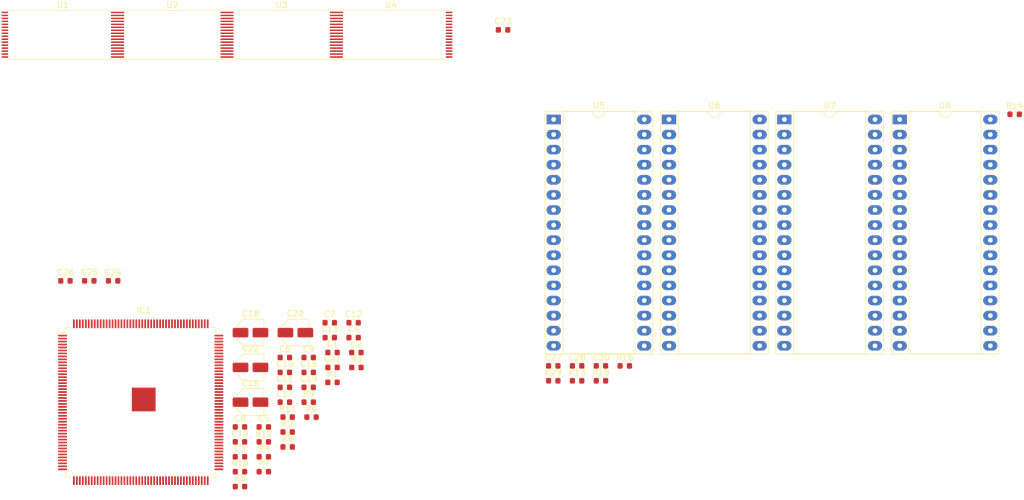
<source format=kicad_pcb>
(kicad_pcb (version 20171130) (host pcbnew "(5.1.5-0-10_14)")

  (general
    (thickness 1.6)
    (drawings 0)
    (tracks 0)
    (zones 0)
    (modules 55)
    (nets 125)
  )

  (page A4)
  (layers
    (0 F.Cu signal)
    (31 B.Cu signal)
    (32 B.Adhes user)
    (33 F.Adhes user)
    (34 B.Paste user)
    (35 F.Paste user)
    (36 B.SilkS user)
    (37 F.SilkS user)
    (38 B.Mask user)
    (39 F.Mask user)
    (40 Dwgs.User user)
    (41 Cmts.User user)
    (42 Eco1.User user)
    (43 Eco2.User user)
    (44 Edge.Cuts user)
    (45 Margin user)
    (46 B.CrtYd user)
    (47 F.CrtYd user)
    (48 B.Fab user)
    (49 F.Fab user)
  )

  (setup
    (last_trace_width 0.127)
    (user_trace_width 0.1016)
    (user_trace_width 0.127)
    (trace_clearance 0.127)
    (zone_clearance 0.508)
    (zone_45_only no)
    (trace_min 0.1016)
    (via_size 0.4)
    (via_drill 0.2)
    (via_min_size 0.4)
    (via_min_drill 0.2)
    (uvia_size 0.3)
    (uvia_drill 0.1)
    (uvias_allowed no)
    (uvia_min_size 0.2)
    (uvia_min_drill 0.1)
    (edge_width 0.05)
    (segment_width 0.2)
    (pcb_text_width 0.3)
    (pcb_text_size 1.5 1.5)
    (mod_edge_width 0.12)
    (mod_text_size 1 1)
    (mod_text_width 0.15)
    (pad_size 1.524 1.524)
    (pad_drill 0.762)
    (pad_to_mask_clearance 0.051)
    (solder_mask_min_width 0.25)
    (aux_axis_origin 0 0)
    (visible_elements FFFFFF7F)
    (pcbplotparams
      (layerselection 0x010fc_ffffffff)
      (usegerberextensions false)
      (usegerberattributes false)
      (usegerberadvancedattributes false)
      (creategerberjobfile false)
      (excludeedgelayer true)
      (linewidth 0.100000)
      (plotframeref false)
      (viasonmask false)
      (mode 1)
      (useauxorigin false)
      (hpglpennumber 1)
      (hpglpenspeed 20)
      (hpglpendiameter 15.000000)
      (psnegative false)
      (psa4output false)
      (plotreference true)
      (plotvalue true)
      (plotinvisibletext false)
      (padsonsilk false)
      (subtractmaskfromsilk false)
      (outputformat 1)
      (mirror false)
      (drillshape 1)
      (scaleselection 1)
      (outputdirectory ""))
  )

  (net 0 "")
  (net 1 GND)
  (net 2 "Net-(IC1-Pad183)")
  (net 3 CIOUT)
  (net 4 VCC)
  (net 5 UPA0)
  (net 6 UPA1)
  (net 7 TT0)
  (net 8 TT1)
  (net 9 A10)
  (net 10 A11)
  (net 11 A12)
  (net 12 A13)
  (net 13 A14)
  (net 14 A15)
  (net 15 A16)
  (net 16 A17)
  (net 17 A18)
  (net 18 A19)
  (net 19 A20)
  (net 20 A21)
  (net 21 A22)
  (net 22 A23)
  (net 23 A24)
  (net 24 A25)
  (net 25 A26)
  (net 26 A27)
  (net 27 A28)
  (net 28 A29)
  (net 29 A30)
  (net 30 A31)
  (net 31 D0)
  (net 32 D1)
  (net 33 D2)
  (net 34 D3)
  (net 35 D4)
  (net 36 D5)
  (net 37 D6)
  (net 38 D7)
  (net 39 D8)
  (net 40 D9)
  (net 41 D10)
  (net 42 D11)
  (net 43 D12)
  (net 44 D13)
  (net 45 D14)
  (net 46 D15)
  (net 47 D16)
  (net 48 D17)
  (net 49 D18)
  (net 50 D19)
  (net 51 D20)
  (net 52 D21)
  (net 53 D22)
  (net 54 D23)
  (net 55 D24)
  (net 56 D25)
  (net 57 D26)
  (net 58 D27)
  (net 59 D28)
  (net 60 D29)
  (net 61 D30)
  (net 62 D31)
  (net 63 A9)
  (net 64 TIP)
  (net 65 PST3)
  (net 66 PST2)
  (net 67 PST1)
  (net 68 PST0)
  (net 69 TA)
  (net 70 TEA)
  (net 71 A8)
  (net 72 A7)
  (net 73 A6)
  (net 74 A5)
  (net 75 A4)
  (net 76 A3)
  (net 77 A2)
  (net 78 A1)
  (net 79 A0)
  (net 80 TM2)
  (net 81 TM1)
  (net 82 TM0)
  (net 83 "Net-(IC1-Pad63)")
  (net 84 "Net-(IC1-Pad61)")
  (net 85 SIZ0)
  (net 86 R~W~)
  (net 87 LOCKE)
  (net 88 SIZ1)
  (net 89 LOCK)
  (net 90 MI)
  (net 91 BR)
  (net 92 TS)
  (net 93 BB)
  (net 94 BG)
  (net 95 SC1)
  (net 96 SC0)
  (net 97 TBI)
  (net 98 AVEC)
  (net 99 TCI)
  (net 100 "Net-(IC1-Pad26)")
  (net 101 "Net-(IC1-Pad25)")
  (net 102 PCLK)
  (net 103 "Net-(IC1-Pad20)")
  (net 104 BCLK)
  (net 105 IPL0)
  (net 106 IPL1)
  (net 107 IPL2)
  (net 108 HARDRESET)
  (net 109 CDIS)
  (net 110 MDIS)
  (net 111 "Net-(IC1-Pad7)")
  (net 112 "Net-(IC1-Pad6)")
  (net 113 "Net-(IC1-Pad4)")
  (net 114 "Net-(IC1-Pad3)")
  (net 115 "Net-(IC1-Pad2)")
  (net 116 SOFTRESET)
  (net 117 WR)
  (net 118 RD)
  (net 119 RAMEN)
  (net 120 "Net-(R13-Pad2)")
  (net 121 "Net-(R14-Pad2)")
  (net 122 "Net-(R15-Pad2)")
  (net 123 "Net-(R16-Pad2)")
  (net 124 ROMEN)

  (net_class Default "This is the default net class."
    (clearance 0.127)
    (trace_width 0.127)
    (via_dia 0.4)
    (via_drill 0.2)
    (uvia_dia 0.3)
    (uvia_drill 0.1)
    (add_net A0)
    (add_net A1)
    (add_net A10)
    (add_net A11)
    (add_net A12)
    (add_net A13)
    (add_net A14)
    (add_net A15)
    (add_net A16)
    (add_net A17)
    (add_net A18)
    (add_net A19)
    (add_net A2)
    (add_net A20)
    (add_net A21)
    (add_net A22)
    (add_net A23)
    (add_net A24)
    (add_net A25)
    (add_net A26)
    (add_net A27)
    (add_net A28)
    (add_net A29)
    (add_net A3)
    (add_net A30)
    (add_net A31)
    (add_net A4)
    (add_net A5)
    (add_net A6)
    (add_net A7)
    (add_net A8)
    (add_net A9)
    (add_net AVEC)
    (add_net BB)
    (add_net BCLK)
    (add_net BG)
    (add_net BR)
    (add_net CDIS)
    (add_net CIOUT)
    (add_net D0)
    (add_net D1)
    (add_net D10)
    (add_net D11)
    (add_net D12)
    (add_net D13)
    (add_net D14)
    (add_net D15)
    (add_net D16)
    (add_net D17)
    (add_net D18)
    (add_net D19)
    (add_net D2)
    (add_net D20)
    (add_net D21)
    (add_net D22)
    (add_net D23)
    (add_net D24)
    (add_net D25)
    (add_net D26)
    (add_net D27)
    (add_net D28)
    (add_net D29)
    (add_net D3)
    (add_net D30)
    (add_net D31)
    (add_net D4)
    (add_net D5)
    (add_net D6)
    (add_net D7)
    (add_net D8)
    (add_net D9)
    (add_net GND)
    (add_net HARDRESET)
    (add_net IPL0)
    (add_net IPL1)
    (add_net IPL2)
    (add_net LOCK)
    (add_net LOCKE)
    (add_net MDIS)
    (add_net MI)
    (add_net "Net-(IC1-Pad183)")
    (add_net "Net-(IC1-Pad2)")
    (add_net "Net-(IC1-Pad20)")
    (add_net "Net-(IC1-Pad25)")
    (add_net "Net-(IC1-Pad26)")
    (add_net "Net-(IC1-Pad3)")
    (add_net "Net-(IC1-Pad4)")
    (add_net "Net-(IC1-Pad6)")
    (add_net "Net-(IC1-Pad61)")
    (add_net "Net-(IC1-Pad63)")
    (add_net "Net-(IC1-Pad7)")
    (add_net "Net-(R13-Pad2)")
    (add_net "Net-(R14-Pad2)")
    (add_net "Net-(R15-Pad2)")
    (add_net "Net-(R16-Pad2)")
    (add_net PCLK)
    (add_net PST0)
    (add_net PST1)
    (add_net PST2)
    (add_net PST3)
    (add_net RAMEN)
    (add_net RD)
    (add_net ROMEN)
    (add_net R~W~)
    (add_net SC0)
    (add_net SC1)
    (add_net SIZ0)
    (add_net SIZ1)
    (add_net SOFTRESET)
    (add_net TA)
    (add_net TBI)
    (add_net TCI)
    (add_net TEA)
    (add_net TIP)
    (add_net TM0)
    (add_net TM1)
    (add_net TM2)
    (add_net TS)
    (add_net TT0)
    (add_net TT1)
    (add_net UPA0)
    (add_net UPA1)
    (add_net VCC)
    (add_net WR)
  )

  (module Package_DIP:DIP-32_W15.24mm_Socket_LongPads (layer F.Cu) (tedit 5A02E8C5) (tstamp 60A0ADD6)
    (at 183.123 55.645)
    (descr "32-lead though-hole mounted DIP package, row spacing 15.24 mm (600 mils), Socket, LongPads")
    (tags "THT DIP DIL PDIP 2.54mm 15.24mm 600mil Socket LongPads")
    (path /60F1CA83/60F6ED61)
    (fp_text reference U8 (at 7.62 -2.33) (layer F.SilkS)
      (effects (font (size 1 1) (thickness 0.15)))
    )
    (fp_text value SST39SF040 (at 7.62 40.43) (layer F.Fab)
      (effects (font (size 1 1) (thickness 0.15)))
    )
    (fp_text user %R (at 7.62 19.05) (layer F.Fab)
      (effects (font (size 1 1) (thickness 0.15)))
    )
    (fp_line (start 16.8 -1.6) (end -1.55 -1.6) (layer F.CrtYd) (width 0.05))
    (fp_line (start 16.8 39.7) (end 16.8 -1.6) (layer F.CrtYd) (width 0.05))
    (fp_line (start -1.55 39.7) (end 16.8 39.7) (layer F.CrtYd) (width 0.05))
    (fp_line (start -1.55 -1.6) (end -1.55 39.7) (layer F.CrtYd) (width 0.05))
    (fp_line (start 16.68 -1.39) (end -1.44 -1.39) (layer F.SilkS) (width 0.12))
    (fp_line (start 16.68 39.49) (end 16.68 -1.39) (layer F.SilkS) (width 0.12))
    (fp_line (start -1.44 39.49) (end 16.68 39.49) (layer F.SilkS) (width 0.12))
    (fp_line (start -1.44 -1.39) (end -1.44 39.49) (layer F.SilkS) (width 0.12))
    (fp_line (start 13.68 -1.33) (end 8.62 -1.33) (layer F.SilkS) (width 0.12))
    (fp_line (start 13.68 39.43) (end 13.68 -1.33) (layer F.SilkS) (width 0.12))
    (fp_line (start 1.56 39.43) (end 13.68 39.43) (layer F.SilkS) (width 0.12))
    (fp_line (start 1.56 -1.33) (end 1.56 39.43) (layer F.SilkS) (width 0.12))
    (fp_line (start 6.62 -1.33) (end 1.56 -1.33) (layer F.SilkS) (width 0.12))
    (fp_line (start 16.51 -1.33) (end -1.27 -1.33) (layer F.Fab) (width 0.1))
    (fp_line (start 16.51 39.43) (end 16.51 -1.33) (layer F.Fab) (width 0.1))
    (fp_line (start -1.27 39.43) (end 16.51 39.43) (layer F.Fab) (width 0.1))
    (fp_line (start -1.27 -1.33) (end -1.27 39.43) (layer F.Fab) (width 0.1))
    (fp_line (start 0.255 -0.27) (end 1.255 -1.27) (layer F.Fab) (width 0.1))
    (fp_line (start 0.255 39.37) (end 0.255 -0.27) (layer F.Fab) (width 0.1))
    (fp_line (start 14.985 39.37) (end 0.255 39.37) (layer F.Fab) (width 0.1))
    (fp_line (start 14.985 -1.27) (end 14.985 39.37) (layer F.Fab) (width 0.1))
    (fp_line (start 1.255 -1.27) (end 14.985 -1.27) (layer F.Fab) (width 0.1))
    (fp_arc (start 7.62 -1.33) (end 6.62 -1.33) (angle -180) (layer F.SilkS) (width 0.12))
    (pad 32 thru_hole oval (at 15.24 0) (size 2.4 1.6) (drill 0.8) (layers *.Cu *.Mask)
      (net 4 VCC))
    (pad 16 thru_hole oval (at 0 38.1) (size 2.4 1.6) (drill 0.8) (layers *.Cu *.Mask)
      (net 1 GND))
    (pad 31 thru_hole oval (at 15.24 2.54) (size 2.4 1.6) (drill 0.8) (layers *.Cu *.Mask)
      (net 123 "Net-(R16-Pad2)"))
    (pad 15 thru_hole oval (at 0 35.56) (size 2.4 1.6) (drill 0.8) (layers *.Cu *.Mask)
      (net 57 D26))
    (pad 30 thru_hole oval (at 15.24 5.08) (size 2.4 1.6) (drill 0.8) (layers *.Cu *.Mask)
      (net 16 A17))
    (pad 14 thru_hole oval (at 0 33.02) (size 2.4 1.6) (drill 0.8) (layers *.Cu *.Mask)
      (net 56 D25))
    (pad 29 thru_hole oval (at 15.24 7.62) (size 2.4 1.6) (drill 0.8) (layers *.Cu *.Mask)
      (net 13 A14))
    (pad 13 thru_hole oval (at 0 30.48) (size 2.4 1.6) (drill 0.8) (layers *.Cu *.Mask)
      (net 55 D24))
    (pad 28 thru_hole oval (at 15.24 10.16) (size 2.4 1.6) (drill 0.8) (layers *.Cu *.Mask)
      (net 12 A13))
    (pad 12 thru_hole oval (at 0 27.94) (size 2.4 1.6) (drill 0.8) (layers *.Cu *.Mask)
      (net 79 A0))
    (pad 27 thru_hole oval (at 15.24 12.7) (size 2.4 1.6) (drill 0.8) (layers *.Cu *.Mask)
      (net 71 A8))
    (pad 11 thru_hole oval (at 0 25.4) (size 2.4 1.6) (drill 0.8) (layers *.Cu *.Mask)
      (net 78 A1))
    (pad 26 thru_hole oval (at 15.24 15.24) (size 2.4 1.6) (drill 0.8) (layers *.Cu *.Mask)
      (net 63 A9))
    (pad 10 thru_hole oval (at 0 22.86) (size 2.4 1.6) (drill 0.8) (layers *.Cu *.Mask)
      (net 77 A2))
    (pad 25 thru_hole oval (at 15.24 17.78) (size 2.4 1.6) (drill 0.8) (layers *.Cu *.Mask)
      (net 10 A11))
    (pad 9 thru_hole oval (at 0 20.32) (size 2.4 1.6) (drill 0.8) (layers *.Cu *.Mask)
      (net 76 A3))
    (pad 24 thru_hole oval (at 15.24 20.32) (size 2.4 1.6) (drill 0.8) (layers *.Cu *.Mask)
      (net 124 ROMEN))
    (pad 8 thru_hole oval (at 0 17.78) (size 2.4 1.6) (drill 0.8) (layers *.Cu *.Mask)
      (net 75 A4))
    (pad 23 thru_hole oval (at 15.24 22.86) (size 2.4 1.6) (drill 0.8) (layers *.Cu *.Mask)
      (net 9 A10))
    (pad 7 thru_hole oval (at 0 15.24) (size 2.4 1.6) (drill 0.8) (layers *.Cu *.Mask)
      (net 74 A5))
    (pad 22 thru_hole oval (at 15.24 25.4) (size 2.4 1.6) (drill 0.8) (layers *.Cu *.Mask)
      (net 1 GND))
    (pad 6 thru_hole oval (at 0 12.7) (size 2.4 1.6) (drill 0.8) (layers *.Cu *.Mask)
      (net 73 A6))
    (pad 21 thru_hole oval (at 15.24 27.94) (size 2.4 1.6) (drill 0.8) (layers *.Cu *.Mask)
      (net 62 D31))
    (pad 5 thru_hole oval (at 0 10.16) (size 2.4 1.6) (drill 0.8) (layers *.Cu *.Mask)
      (net 72 A7))
    (pad 20 thru_hole oval (at 15.24 30.48) (size 2.4 1.6) (drill 0.8) (layers *.Cu *.Mask)
      (net 61 D30))
    (pad 4 thru_hole oval (at 0 7.62) (size 2.4 1.6) (drill 0.8) (layers *.Cu *.Mask)
      (net 11 A12))
    (pad 19 thru_hole oval (at 15.24 33.02) (size 2.4 1.6) (drill 0.8) (layers *.Cu *.Mask)
      (net 60 D29))
    (pad 3 thru_hole oval (at 0 5.08) (size 2.4 1.6) (drill 0.8) (layers *.Cu *.Mask)
      (net 14 A15))
    (pad 18 thru_hole oval (at 15.24 35.56) (size 2.4 1.6) (drill 0.8) (layers *.Cu *.Mask)
      (net 59 D28))
    (pad 2 thru_hole oval (at 0 2.54) (size 2.4 1.6) (drill 0.8) (layers *.Cu *.Mask)
      (net 15 A16))
    (pad 17 thru_hole oval (at 15.24 38.1) (size 2.4 1.6) (drill 0.8) (layers *.Cu *.Mask)
      (net 58 D27))
    (pad 1 thru_hole rect (at 0 0) (size 2.4 1.6) (drill 0.8) (layers *.Cu *.Mask)
      (net 17 A18))
    (model ${KISYS3DMOD}/Package_DIP.3dshapes/DIP-32_W15.24mm_Socket.wrl
      (at (xyz 0 0 0))
      (scale (xyz 1 1 1))
      (rotate (xyz 0 0 0))
    )
  )

  (module Package_DIP:DIP-32_W15.24mm_Socket_LongPads (layer F.Cu) (tedit 5A02E8C5) (tstamp 60A0AD9A)
    (at 163.723 55.645)
    (descr "32-lead though-hole mounted DIP package, row spacing 15.24 mm (600 mils), Socket, LongPads")
    (tags "THT DIP DIL PDIP 2.54mm 15.24mm 600mil Socket LongPads")
    (path /60F1CA83/60F6EAEA)
    (fp_text reference U7 (at 7.62 -2.33) (layer F.SilkS)
      (effects (font (size 1 1) (thickness 0.15)))
    )
    (fp_text value SST39SF040 (at 7.62 40.43) (layer F.Fab)
      (effects (font (size 1 1) (thickness 0.15)))
    )
    (fp_text user %R (at 7.62 19.05) (layer F.Fab)
      (effects (font (size 1 1) (thickness 0.15)))
    )
    (fp_line (start 16.8 -1.6) (end -1.55 -1.6) (layer F.CrtYd) (width 0.05))
    (fp_line (start 16.8 39.7) (end 16.8 -1.6) (layer F.CrtYd) (width 0.05))
    (fp_line (start -1.55 39.7) (end 16.8 39.7) (layer F.CrtYd) (width 0.05))
    (fp_line (start -1.55 -1.6) (end -1.55 39.7) (layer F.CrtYd) (width 0.05))
    (fp_line (start 16.68 -1.39) (end -1.44 -1.39) (layer F.SilkS) (width 0.12))
    (fp_line (start 16.68 39.49) (end 16.68 -1.39) (layer F.SilkS) (width 0.12))
    (fp_line (start -1.44 39.49) (end 16.68 39.49) (layer F.SilkS) (width 0.12))
    (fp_line (start -1.44 -1.39) (end -1.44 39.49) (layer F.SilkS) (width 0.12))
    (fp_line (start 13.68 -1.33) (end 8.62 -1.33) (layer F.SilkS) (width 0.12))
    (fp_line (start 13.68 39.43) (end 13.68 -1.33) (layer F.SilkS) (width 0.12))
    (fp_line (start 1.56 39.43) (end 13.68 39.43) (layer F.SilkS) (width 0.12))
    (fp_line (start 1.56 -1.33) (end 1.56 39.43) (layer F.SilkS) (width 0.12))
    (fp_line (start 6.62 -1.33) (end 1.56 -1.33) (layer F.SilkS) (width 0.12))
    (fp_line (start 16.51 -1.33) (end -1.27 -1.33) (layer F.Fab) (width 0.1))
    (fp_line (start 16.51 39.43) (end 16.51 -1.33) (layer F.Fab) (width 0.1))
    (fp_line (start -1.27 39.43) (end 16.51 39.43) (layer F.Fab) (width 0.1))
    (fp_line (start -1.27 -1.33) (end -1.27 39.43) (layer F.Fab) (width 0.1))
    (fp_line (start 0.255 -0.27) (end 1.255 -1.27) (layer F.Fab) (width 0.1))
    (fp_line (start 0.255 39.37) (end 0.255 -0.27) (layer F.Fab) (width 0.1))
    (fp_line (start 14.985 39.37) (end 0.255 39.37) (layer F.Fab) (width 0.1))
    (fp_line (start 14.985 -1.27) (end 14.985 39.37) (layer F.Fab) (width 0.1))
    (fp_line (start 1.255 -1.27) (end 14.985 -1.27) (layer F.Fab) (width 0.1))
    (fp_arc (start 7.62 -1.33) (end 6.62 -1.33) (angle -180) (layer F.SilkS) (width 0.12))
    (pad 32 thru_hole oval (at 15.24 0) (size 2.4 1.6) (drill 0.8) (layers *.Cu *.Mask)
      (net 4 VCC))
    (pad 16 thru_hole oval (at 0 38.1) (size 2.4 1.6) (drill 0.8) (layers *.Cu *.Mask)
      (net 1 GND))
    (pad 31 thru_hole oval (at 15.24 2.54) (size 2.4 1.6) (drill 0.8) (layers *.Cu *.Mask)
      (net 122 "Net-(R15-Pad2)"))
    (pad 15 thru_hole oval (at 0 35.56) (size 2.4 1.6) (drill 0.8) (layers *.Cu *.Mask)
      (net 49 D18))
    (pad 30 thru_hole oval (at 15.24 5.08) (size 2.4 1.6) (drill 0.8) (layers *.Cu *.Mask)
      (net 16 A17))
    (pad 14 thru_hole oval (at 0 33.02) (size 2.4 1.6) (drill 0.8) (layers *.Cu *.Mask)
      (net 48 D17))
    (pad 29 thru_hole oval (at 15.24 7.62) (size 2.4 1.6) (drill 0.8) (layers *.Cu *.Mask)
      (net 13 A14))
    (pad 13 thru_hole oval (at 0 30.48) (size 2.4 1.6) (drill 0.8) (layers *.Cu *.Mask)
      (net 47 D16))
    (pad 28 thru_hole oval (at 15.24 10.16) (size 2.4 1.6) (drill 0.8) (layers *.Cu *.Mask)
      (net 12 A13))
    (pad 12 thru_hole oval (at 0 27.94) (size 2.4 1.6) (drill 0.8) (layers *.Cu *.Mask)
      (net 79 A0))
    (pad 27 thru_hole oval (at 15.24 12.7) (size 2.4 1.6) (drill 0.8) (layers *.Cu *.Mask)
      (net 71 A8))
    (pad 11 thru_hole oval (at 0 25.4) (size 2.4 1.6) (drill 0.8) (layers *.Cu *.Mask)
      (net 78 A1))
    (pad 26 thru_hole oval (at 15.24 15.24) (size 2.4 1.6) (drill 0.8) (layers *.Cu *.Mask)
      (net 63 A9))
    (pad 10 thru_hole oval (at 0 22.86) (size 2.4 1.6) (drill 0.8) (layers *.Cu *.Mask)
      (net 77 A2))
    (pad 25 thru_hole oval (at 15.24 17.78) (size 2.4 1.6) (drill 0.8) (layers *.Cu *.Mask)
      (net 10 A11))
    (pad 9 thru_hole oval (at 0 20.32) (size 2.4 1.6) (drill 0.8) (layers *.Cu *.Mask)
      (net 76 A3))
    (pad 24 thru_hole oval (at 15.24 20.32) (size 2.4 1.6) (drill 0.8) (layers *.Cu *.Mask)
      (net 124 ROMEN))
    (pad 8 thru_hole oval (at 0 17.78) (size 2.4 1.6) (drill 0.8) (layers *.Cu *.Mask)
      (net 75 A4))
    (pad 23 thru_hole oval (at 15.24 22.86) (size 2.4 1.6) (drill 0.8) (layers *.Cu *.Mask)
      (net 9 A10))
    (pad 7 thru_hole oval (at 0 15.24) (size 2.4 1.6) (drill 0.8) (layers *.Cu *.Mask)
      (net 74 A5))
    (pad 22 thru_hole oval (at 15.24 25.4) (size 2.4 1.6) (drill 0.8) (layers *.Cu *.Mask)
      (net 1 GND))
    (pad 6 thru_hole oval (at 0 12.7) (size 2.4 1.6) (drill 0.8) (layers *.Cu *.Mask)
      (net 73 A6))
    (pad 21 thru_hole oval (at 15.24 27.94) (size 2.4 1.6) (drill 0.8) (layers *.Cu *.Mask)
      (net 54 D23))
    (pad 5 thru_hole oval (at 0 10.16) (size 2.4 1.6) (drill 0.8) (layers *.Cu *.Mask)
      (net 72 A7))
    (pad 20 thru_hole oval (at 15.24 30.48) (size 2.4 1.6) (drill 0.8) (layers *.Cu *.Mask)
      (net 53 D22))
    (pad 4 thru_hole oval (at 0 7.62) (size 2.4 1.6) (drill 0.8) (layers *.Cu *.Mask)
      (net 11 A12))
    (pad 19 thru_hole oval (at 15.24 33.02) (size 2.4 1.6) (drill 0.8) (layers *.Cu *.Mask)
      (net 52 D21))
    (pad 3 thru_hole oval (at 0 5.08) (size 2.4 1.6) (drill 0.8) (layers *.Cu *.Mask)
      (net 14 A15))
    (pad 18 thru_hole oval (at 15.24 35.56) (size 2.4 1.6) (drill 0.8) (layers *.Cu *.Mask)
      (net 51 D20))
    (pad 2 thru_hole oval (at 0 2.54) (size 2.4 1.6) (drill 0.8) (layers *.Cu *.Mask)
      (net 15 A16))
    (pad 17 thru_hole oval (at 15.24 38.1) (size 2.4 1.6) (drill 0.8) (layers *.Cu *.Mask)
      (net 50 D19))
    (pad 1 thru_hole rect (at 0 0) (size 2.4 1.6) (drill 0.8) (layers *.Cu *.Mask)
      (net 17 A18))
    (model ${KISYS3DMOD}/Package_DIP.3dshapes/DIP-32_W15.24mm_Socket.wrl
      (at (xyz 0 0 0))
      (scale (xyz 1 1 1))
      (rotate (xyz 0 0 0))
    )
  )

  (module Package_DIP:DIP-32_W15.24mm_Socket_LongPads (layer F.Cu) (tedit 5A02E8C5) (tstamp 60A0AD5E)
    (at 144.323 55.645)
    (descr "32-lead though-hole mounted DIP package, row spacing 15.24 mm (600 mils), Socket, LongPads")
    (tags "THT DIP DIL PDIP 2.54mm 15.24mm 600mil Socket LongPads")
    (path /60F1CA83/60F6E85C)
    (fp_text reference U6 (at 7.62 -2.33) (layer F.SilkS)
      (effects (font (size 1 1) (thickness 0.15)))
    )
    (fp_text value SST39SF040 (at 7.62 40.43) (layer F.Fab)
      (effects (font (size 1 1) (thickness 0.15)))
    )
    (fp_text user %R (at 7.62 19.05) (layer F.Fab)
      (effects (font (size 1 1) (thickness 0.15)))
    )
    (fp_line (start 16.8 -1.6) (end -1.55 -1.6) (layer F.CrtYd) (width 0.05))
    (fp_line (start 16.8 39.7) (end 16.8 -1.6) (layer F.CrtYd) (width 0.05))
    (fp_line (start -1.55 39.7) (end 16.8 39.7) (layer F.CrtYd) (width 0.05))
    (fp_line (start -1.55 -1.6) (end -1.55 39.7) (layer F.CrtYd) (width 0.05))
    (fp_line (start 16.68 -1.39) (end -1.44 -1.39) (layer F.SilkS) (width 0.12))
    (fp_line (start 16.68 39.49) (end 16.68 -1.39) (layer F.SilkS) (width 0.12))
    (fp_line (start -1.44 39.49) (end 16.68 39.49) (layer F.SilkS) (width 0.12))
    (fp_line (start -1.44 -1.39) (end -1.44 39.49) (layer F.SilkS) (width 0.12))
    (fp_line (start 13.68 -1.33) (end 8.62 -1.33) (layer F.SilkS) (width 0.12))
    (fp_line (start 13.68 39.43) (end 13.68 -1.33) (layer F.SilkS) (width 0.12))
    (fp_line (start 1.56 39.43) (end 13.68 39.43) (layer F.SilkS) (width 0.12))
    (fp_line (start 1.56 -1.33) (end 1.56 39.43) (layer F.SilkS) (width 0.12))
    (fp_line (start 6.62 -1.33) (end 1.56 -1.33) (layer F.SilkS) (width 0.12))
    (fp_line (start 16.51 -1.33) (end -1.27 -1.33) (layer F.Fab) (width 0.1))
    (fp_line (start 16.51 39.43) (end 16.51 -1.33) (layer F.Fab) (width 0.1))
    (fp_line (start -1.27 39.43) (end 16.51 39.43) (layer F.Fab) (width 0.1))
    (fp_line (start -1.27 -1.33) (end -1.27 39.43) (layer F.Fab) (width 0.1))
    (fp_line (start 0.255 -0.27) (end 1.255 -1.27) (layer F.Fab) (width 0.1))
    (fp_line (start 0.255 39.37) (end 0.255 -0.27) (layer F.Fab) (width 0.1))
    (fp_line (start 14.985 39.37) (end 0.255 39.37) (layer F.Fab) (width 0.1))
    (fp_line (start 14.985 -1.27) (end 14.985 39.37) (layer F.Fab) (width 0.1))
    (fp_line (start 1.255 -1.27) (end 14.985 -1.27) (layer F.Fab) (width 0.1))
    (fp_arc (start 7.62 -1.33) (end 6.62 -1.33) (angle -180) (layer F.SilkS) (width 0.12))
    (pad 32 thru_hole oval (at 15.24 0) (size 2.4 1.6) (drill 0.8) (layers *.Cu *.Mask)
      (net 4 VCC))
    (pad 16 thru_hole oval (at 0 38.1) (size 2.4 1.6) (drill 0.8) (layers *.Cu *.Mask)
      (net 1 GND))
    (pad 31 thru_hole oval (at 15.24 2.54) (size 2.4 1.6) (drill 0.8) (layers *.Cu *.Mask)
      (net 121 "Net-(R14-Pad2)"))
    (pad 15 thru_hole oval (at 0 35.56) (size 2.4 1.6) (drill 0.8) (layers *.Cu *.Mask)
      (net 41 D10))
    (pad 30 thru_hole oval (at 15.24 5.08) (size 2.4 1.6) (drill 0.8) (layers *.Cu *.Mask)
      (net 16 A17))
    (pad 14 thru_hole oval (at 0 33.02) (size 2.4 1.6) (drill 0.8) (layers *.Cu *.Mask)
      (net 40 D9))
    (pad 29 thru_hole oval (at 15.24 7.62) (size 2.4 1.6) (drill 0.8) (layers *.Cu *.Mask)
      (net 13 A14))
    (pad 13 thru_hole oval (at 0 30.48) (size 2.4 1.6) (drill 0.8) (layers *.Cu *.Mask)
      (net 39 D8))
    (pad 28 thru_hole oval (at 15.24 10.16) (size 2.4 1.6) (drill 0.8) (layers *.Cu *.Mask)
      (net 12 A13))
    (pad 12 thru_hole oval (at 0 27.94) (size 2.4 1.6) (drill 0.8) (layers *.Cu *.Mask)
      (net 79 A0))
    (pad 27 thru_hole oval (at 15.24 12.7) (size 2.4 1.6) (drill 0.8) (layers *.Cu *.Mask)
      (net 71 A8))
    (pad 11 thru_hole oval (at 0 25.4) (size 2.4 1.6) (drill 0.8) (layers *.Cu *.Mask)
      (net 78 A1))
    (pad 26 thru_hole oval (at 15.24 15.24) (size 2.4 1.6) (drill 0.8) (layers *.Cu *.Mask)
      (net 63 A9))
    (pad 10 thru_hole oval (at 0 22.86) (size 2.4 1.6) (drill 0.8) (layers *.Cu *.Mask)
      (net 77 A2))
    (pad 25 thru_hole oval (at 15.24 17.78) (size 2.4 1.6) (drill 0.8) (layers *.Cu *.Mask)
      (net 10 A11))
    (pad 9 thru_hole oval (at 0 20.32) (size 2.4 1.6) (drill 0.8) (layers *.Cu *.Mask)
      (net 76 A3))
    (pad 24 thru_hole oval (at 15.24 20.32) (size 2.4 1.6) (drill 0.8) (layers *.Cu *.Mask)
      (net 124 ROMEN))
    (pad 8 thru_hole oval (at 0 17.78) (size 2.4 1.6) (drill 0.8) (layers *.Cu *.Mask)
      (net 75 A4))
    (pad 23 thru_hole oval (at 15.24 22.86) (size 2.4 1.6) (drill 0.8) (layers *.Cu *.Mask)
      (net 9 A10))
    (pad 7 thru_hole oval (at 0 15.24) (size 2.4 1.6) (drill 0.8) (layers *.Cu *.Mask)
      (net 74 A5))
    (pad 22 thru_hole oval (at 15.24 25.4) (size 2.4 1.6) (drill 0.8) (layers *.Cu *.Mask)
      (net 1 GND))
    (pad 6 thru_hole oval (at 0 12.7) (size 2.4 1.6) (drill 0.8) (layers *.Cu *.Mask)
      (net 73 A6))
    (pad 21 thru_hole oval (at 15.24 27.94) (size 2.4 1.6) (drill 0.8) (layers *.Cu *.Mask)
      (net 46 D15))
    (pad 5 thru_hole oval (at 0 10.16) (size 2.4 1.6) (drill 0.8) (layers *.Cu *.Mask)
      (net 72 A7))
    (pad 20 thru_hole oval (at 15.24 30.48) (size 2.4 1.6) (drill 0.8) (layers *.Cu *.Mask)
      (net 45 D14))
    (pad 4 thru_hole oval (at 0 7.62) (size 2.4 1.6) (drill 0.8) (layers *.Cu *.Mask)
      (net 11 A12))
    (pad 19 thru_hole oval (at 15.24 33.02) (size 2.4 1.6) (drill 0.8) (layers *.Cu *.Mask)
      (net 44 D13))
    (pad 3 thru_hole oval (at 0 5.08) (size 2.4 1.6) (drill 0.8) (layers *.Cu *.Mask)
      (net 14 A15))
    (pad 18 thru_hole oval (at 15.24 35.56) (size 2.4 1.6) (drill 0.8) (layers *.Cu *.Mask)
      (net 43 D12))
    (pad 2 thru_hole oval (at 0 2.54) (size 2.4 1.6) (drill 0.8) (layers *.Cu *.Mask)
      (net 15 A16))
    (pad 17 thru_hole oval (at 15.24 38.1) (size 2.4 1.6) (drill 0.8) (layers *.Cu *.Mask)
      (net 42 D11))
    (pad 1 thru_hole rect (at 0 0) (size 2.4 1.6) (drill 0.8) (layers *.Cu *.Mask)
      (net 17 A18))
    (model ${KISYS3DMOD}/Package_DIP.3dshapes/DIP-32_W15.24mm_Socket.wrl
      (at (xyz 0 0 0))
      (scale (xyz 1 1 1))
      (rotate (xyz 0 0 0))
    )
  )

  (module Package_DIP:DIP-32_W15.24mm_Socket_LongPads (layer F.Cu) (tedit 5A02E8C5) (tstamp 60A0AD22)
    (at 124.923 55.645)
    (descr "32-lead though-hole mounted DIP package, row spacing 15.24 mm (600 mils), Socket, LongPads")
    (tags "THT DIP DIL PDIP 2.54mm 15.24mm 600mil Socket LongPads")
    (path /60F1CA83/60F6E9A3)
    (fp_text reference U5 (at 7.62 -2.33) (layer F.SilkS)
      (effects (font (size 1 1) (thickness 0.15)))
    )
    (fp_text value SST39SF040 (at 7.62 40.43) (layer F.Fab)
      (effects (font (size 1 1) (thickness 0.15)))
    )
    (fp_text user %R (at 7.62 19.05) (layer F.Fab)
      (effects (font (size 1 1) (thickness 0.15)))
    )
    (fp_line (start 16.8 -1.6) (end -1.55 -1.6) (layer F.CrtYd) (width 0.05))
    (fp_line (start 16.8 39.7) (end 16.8 -1.6) (layer F.CrtYd) (width 0.05))
    (fp_line (start -1.55 39.7) (end 16.8 39.7) (layer F.CrtYd) (width 0.05))
    (fp_line (start -1.55 -1.6) (end -1.55 39.7) (layer F.CrtYd) (width 0.05))
    (fp_line (start 16.68 -1.39) (end -1.44 -1.39) (layer F.SilkS) (width 0.12))
    (fp_line (start 16.68 39.49) (end 16.68 -1.39) (layer F.SilkS) (width 0.12))
    (fp_line (start -1.44 39.49) (end 16.68 39.49) (layer F.SilkS) (width 0.12))
    (fp_line (start -1.44 -1.39) (end -1.44 39.49) (layer F.SilkS) (width 0.12))
    (fp_line (start 13.68 -1.33) (end 8.62 -1.33) (layer F.SilkS) (width 0.12))
    (fp_line (start 13.68 39.43) (end 13.68 -1.33) (layer F.SilkS) (width 0.12))
    (fp_line (start 1.56 39.43) (end 13.68 39.43) (layer F.SilkS) (width 0.12))
    (fp_line (start 1.56 -1.33) (end 1.56 39.43) (layer F.SilkS) (width 0.12))
    (fp_line (start 6.62 -1.33) (end 1.56 -1.33) (layer F.SilkS) (width 0.12))
    (fp_line (start 16.51 -1.33) (end -1.27 -1.33) (layer F.Fab) (width 0.1))
    (fp_line (start 16.51 39.43) (end 16.51 -1.33) (layer F.Fab) (width 0.1))
    (fp_line (start -1.27 39.43) (end 16.51 39.43) (layer F.Fab) (width 0.1))
    (fp_line (start -1.27 -1.33) (end -1.27 39.43) (layer F.Fab) (width 0.1))
    (fp_line (start 0.255 -0.27) (end 1.255 -1.27) (layer F.Fab) (width 0.1))
    (fp_line (start 0.255 39.37) (end 0.255 -0.27) (layer F.Fab) (width 0.1))
    (fp_line (start 14.985 39.37) (end 0.255 39.37) (layer F.Fab) (width 0.1))
    (fp_line (start 14.985 -1.27) (end 14.985 39.37) (layer F.Fab) (width 0.1))
    (fp_line (start 1.255 -1.27) (end 14.985 -1.27) (layer F.Fab) (width 0.1))
    (fp_arc (start 7.62 -1.33) (end 6.62 -1.33) (angle -180) (layer F.SilkS) (width 0.12))
    (pad 32 thru_hole oval (at 15.24 0) (size 2.4 1.6) (drill 0.8) (layers *.Cu *.Mask)
      (net 4 VCC))
    (pad 16 thru_hole oval (at 0 38.1) (size 2.4 1.6) (drill 0.8) (layers *.Cu *.Mask)
      (net 1 GND))
    (pad 31 thru_hole oval (at 15.24 2.54) (size 2.4 1.6) (drill 0.8) (layers *.Cu *.Mask)
      (net 120 "Net-(R13-Pad2)"))
    (pad 15 thru_hole oval (at 0 35.56) (size 2.4 1.6) (drill 0.8) (layers *.Cu *.Mask)
      (net 33 D2))
    (pad 30 thru_hole oval (at 15.24 5.08) (size 2.4 1.6) (drill 0.8) (layers *.Cu *.Mask)
      (net 16 A17))
    (pad 14 thru_hole oval (at 0 33.02) (size 2.4 1.6) (drill 0.8) (layers *.Cu *.Mask)
      (net 32 D1))
    (pad 29 thru_hole oval (at 15.24 7.62) (size 2.4 1.6) (drill 0.8) (layers *.Cu *.Mask)
      (net 13 A14))
    (pad 13 thru_hole oval (at 0 30.48) (size 2.4 1.6) (drill 0.8) (layers *.Cu *.Mask)
      (net 31 D0))
    (pad 28 thru_hole oval (at 15.24 10.16) (size 2.4 1.6) (drill 0.8) (layers *.Cu *.Mask)
      (net 12 A13))
    (pad 12 thru_hole oval (at 0 27.94) (size 2.4 1.6) (drill 0.8) (layers *.Cu *.Mask)
      (net 79 A0))
    (pad 27 thru_hole oval (at 15.24 12.7) (size 2.4 1.6) (drill 0.8) (layers *.Cu *.Mask)
      (net 71 A8))
    (pad 11 thru_hole oval (at 0 25.4) (size 2.4 1.6) (drill 0.8) (layers *.Cu *.Mask)
      (net 78 A1))
    (pad 26 thru_hole oval (at 15.24 15.24) (size 2.4 1.6) (drill 0.8) (layers *.Cu *.Mask)
      (net 63 A9))
    (pad 10 thru_hole oval (at 0 22.86) (size 2.4 1.6) (drill 0.8) (layers *.Cu *.Mask)
      (net 77 A2))
    (pad 25 thru_hole oval (at 15.24 17.78) (size 2.4 1.6) (drill 0.8) (layers *.Cu *.Mask)
      (net 10 A11))
    (pad 9 thru_hole oval (at 0 20.32) (size 2.4 1.6) (drill 0.8) (layers *.Cu *.Mask)
      (net 76 A3))
    (pad 24 thru_hole oval (at 15.24 20.32) (size 2.4 1.6) (drill 0.8) (layers *.Cu *.Mask)
      (net 124 ROMEN))
    (pad 8 thru_hole oval (at 0 17.78) (size 2.4 1.6) (drill 0.8) (layers *.Cu *.Mask)
      (net 75 A4))
    (pad 23 thru_hole oval (at 15.24 22.86) (size 2.4 1.6) (drill 0.8) (layers *.Cu *.Mask)
      (net 9 A10))
    (pad 7 thru_hole oval (at 0 15.24) (size 2.4 1.6) (drill 0.8) (layers *.Cu *.Mask)
      (net 74 A5))
    (pad 22 thru_hole oval (at 15.24 25.4) (size 2.4 1.6) (drill 0.8) (layers *.Cu *.Mask)
      (net 1 GND))
    (pad 6 thru_hole oval (at 0 12.7) (size 2.4 1.6) (drill 0.8) (layers *.Cu *.Mask)
      (net 73 A6))
    (pad 21 thru_hole oval (at 15.24 27.94) (size 2.4 1.6) (drill 0.8) (layers *.Cu *.Mask)
      (net 38 D7))
    (pad 5 thru_hole oval (at 0 10.16) (size 2.4 1.6) (drill 0.8) (layers *.Cu *.Mask)
      (net 72 A7))
    (pad 20 thru_hole oval (at 15.24 30.48) (size 2.4 1.6) (drill 0.8) (layers *.Cu *.Mask)
      (net 37 D6))
    (pad 4 thru_hole oval (at 0 7.62) (size 2.4 1.6) (drill 0.8) (layers *.Cu *.Mask)
      (net 11 A12))
    (pad 19 thru_hole oval (at 15.24 33.02) (size 2.4 1.6) (drill 0.8) (layers *.Cu *.Mask)
      (net 36 D5))
    (pad 3 thru_hole oval (at 0 5.08) (size 2.4 1.6) (drill 0.8) (layers *.Cu *.Mask)
      (net 14 A15))
    (pad 18 thru_hole oval (at 15.24 35.56) (size 2.4 1.6) (drill 0.8) (layers *.Cu *.Mask)
      (net 35 D4))
    (pad 2 thru_hole oval (at 0 2.54) (size 2.4 1.6) (drill 0.8) (layers *.Cu *.Mask)
      (net 15 A16))
    (pad 17 thru_hole oval (at 15.24 38.1) (size 2.4 1.6) (drill 0.8) (layers *.Cu *.Mask)
      (net 34 D3))
    (pad 1 thru_hole rect (at 0 0) (size 2.4 1.6) (drill 0.8) (layers *.Cu *.Mask)
      (net 17 A18))
    (model ${KISYS3DMOD}/Package_DIP.3dshapes/DIP-32_W15.24mm_Socket.wrl
      (at (xyz 0 0 0))
      (scale (xyz 1 1 1))
      (rotate (xyz 0 0 0))
    )
  )

  (module Resistor_SMD:R_0603_1608Metric (layer F.Cu) (tedit 5B301BBD) (tstamp 60A0AB6E)
    (at 136.883 97.125)
    (descr "Resistor SMD 0603 (1608 Metric), square (rectangular) end terminal, IPC_7351 nominal, (Body size source: http://www.tortai-tech.com/upload/download/2011102023233369053.pdf), generated with kicad-footprint-generator")
    (tags resistor)
    (path /60F1CA83/60F90337)
    (attr smd)
    (fp_text reference R16 (at 0 -1.43) (layer F.SilkS)
      (effects (font (size 1 1) (thickness 0.15)))
    )
    (fp_text value 4K7 (at 0 1.43) (layer F.Fab)
      (effects (font (size 1 1) (thickness 0.15)))
    )
    (fp_text user %R (at 0 0) (layer F.Fab)
      (effects (font (size 0.4 0.4) (thickness 0.06)))
    )
    (fp_line (start 1.48 0.73) (end -1.48 0.73) (layer F.CrtYd) (width 0.05))
    (fp_line (start 1.48 -0.73) (end 1.48 0.73) (layer F.CrtYd) (width 0.05))
    (fp_line (start -1.48 -0.73) (end 1.48 -0.73) (layer F.CrtYd) (width 0.05))
    (fp_line (start -1.48 0.73) (end -1.48 -0.73) (layer F.CrtYd) (width 0.05))
    (fp_line (start -0.162779 0.51) (end 0.162779 0.51) (layer F.SilkS) (width 0.12))
    (fp_line (start -0.162779 -0.51) (end 0.162779 -0.51) (layer F.SilkS) (width 0.12))
    (fp_line (start 0.8 0.4) (end -0.8 0.4) (layer F.Fab) (width 0.1))
    (fp_line (start 0.8 -0.4) (end 0.8 0.4) (layer F.Fab) (width 0.1))
    (fp_line (start -0.8 -0.4) (end 0.8 -0.4) (layer F.Fab) (width 0.1))
    (fp_line (start -0.8 0.4) (end -0.8 -0.4) (layer F.Fab) (width 0.1))
    (pad 2 smd roundrect (at 0.7875 0) (size 0.875 0.95) (layers F.Cu F.Paste F.Mask) (roundrect_rratio 0.25)
      (net 123 "Net-(R16-Pad2)"))
    (pad 1 smd roundrect (at -0.7875 0) (size 0.875 0.95) (layers F.Cu F.Paste F.Mask) (roundrect_rratio 0.25)
      (net 4 VCC))
    (model ${KISYS3DMOD}/Resistor_SMD.3dshapes/R_0603_1608Metric.wrl
      (at (xyz 0 0 0))
      (scale (xyz 1 1 1))
      (rotate (xyz 0 0 0))
    )
  )

  (module Resistor_SMD:R_0603_1608Metric (layer F.Cu) (tedit 5B301BBD) (tstamp 60A0AB5D)
    (at 132.873 99.635)
    (descr "Resistor SMD 0603 (1608 Metric), square (rectangular) end terminal, IPC_7351 nominal, (Body size source: http://www.tortai-tech.com/upload/download/2011102023233369053.pdf), generated with kicad-footprint-generator")
    (tags resistor)
    (path /60F1CA83/60F8FB9F)
    (attr smd)
    (fp_text reference R15 (at 0 -1.43) (layer F.SilkS)
      (effects (font (size 1 1) (thickness 0.15)))
    )
    (fp_text value 4K7 (at 0 1.43) (layer F.Fab)
      (effects (font (size 1 1) (thickness 0.15)))
    )
    (fp_text user %R (at 0 0) (layer F.Fab)
      (effects (font (size 0.4 0.4) (thickness 0.06)))
    )
    (fp_line (start 1.48 0.73) (end -1.48 0.73) (layer F.CrtYd) (width 0.05))
    (fp_line (start 1.48 -0.73) (end 1.48 0.73) (layer F.CrtYd) (width 0.05))
    (fp_line (start -1.48 -0.73) (end 1.48 -0.73) (layer F.CrtYd) (width 0.05))
    (fp_line (start -1.48 0.73) (end -1.48 -0.73) (layer F.CrtYd) (width 0.05))
    (fp_line (start -0.162779 0.51) (end 0.162779 0.51) (layer F.SilkS) (width 0.12))
    (fp_line (start -0.162779 -0.51) (end 0.162779 -0.51) (layer F.SilkS) (width 0.12))
    (fp_line (start 0.8 0.4) (end -0.8 0.4) (layer F.Fab) (width 0.1))
    (fp_line (start 0.8 -0.4) (end 0.8 0.4) (layer F.Fab) (width 0.1))
    (fp_line (start -0.8 -0.4) (end 0.8 -0.4) (layer F.Fab) (width 0.1))
    (fp_line (start -0.8 0.4) (end -0.8 -0.4) (layer F.Fab) (width 0.1))
    (pad 2 smd roundrect (at 0.7875 0) (size 0.875 0.95) (layers F.Cu F.Paste F.Mask) (roundrect_rratio 0.25)
      (net 122 "Net-(R15-Pad2)"))
    (pad 1 smd roundrect (at -0.7875 0) (size 0.875 0.95) (layers F.Cu F.Paste F.Mask) (roundrect_rratio 0.25)
      (net 4 VCC))
    (model ${KISYS3DMOD}/Resistor_SMD.3dshapes/R_0603_1608Metric.wrl
      (at (xyz 0 0 0))
      (scale (xyz 1 1 1))
      (rotate (xyz 0 0 0))
    )
  )

  (module Resistor_SMD:R_0603_1608Metric (layer F.Cu) (tedit 5B301BBD) (tstamp 60A0AB4C)
    (at 202.453 54.775)
    (descr "Resistor SMD 0603 (1608 Metric), square (rectangular) end terminal, IPC_7351 nominal, (Body size source: http://www.tortai-tech.com/upload/download/2011102023233369053.pdf), generated with kicad-footprint-generator")
    (tags resistor)
    (path /60F1CA83/60F8F30B)
    (attr smd)
    (fp_text reference R14 (at 0 -1.43) (layer F.SilkS)
      (effects (font (size 1 1) (thickness 0.15)))
    )
    (fp_text value 4K7 (at 0 1.43) (layer F.Fab)
      (effects (font (size 1 1) (thickness 0.15)))
    )
    (fp_text user %R (at 0 0) (layer F.Fab)
      (effects (font (size 0.4 0.4) (thickness 0.06)))
    )
    (fp_line (start 1.48 0.73) (end -1.48 0.73) (layer F.CrtYd) (width 0.05))
    (fp_line (start 1.48 -0.73) (end 1.48 0.73) (layer F.CrtYd) (width 0.05))
    (fp_line (start -1.48 -0.73) (end 1.48 -0.73) (layer F.CrtYd) (width 0.05))
    (fp_line (start -1.48 0.73) (end -1.48 -0.73) (layer F.CrtYd) (width 0.05))
    (fp_line (start -0.162779 0.51) (end 0.162779 0.51) (layer F.SilkS) (width 0.12))
    (fp_line (start -0.162779 -0.51) (end 0.162779 -0.51) (layer F.SilkS) (width 0.12))
    (fp_line (start 0.8 0.4) (end -0.8 0.4) (layer F.Fab) (width 0.1))
    (fp_line (start 0.8 -0.4) (end 0.8 0.4) (layer F.Fab) (width 0.1))
    (fp_line (start -0.8 -0.4) (end 0.8 -0.4) (layer F.Fab) (width 0.1))
    (fp_line (start -0.8 0.4) (end -0.8 -0.4) (layer F.Fab) (width 0.1))
    (pad 2 smd roundrect (at 0.7875 0) (size 0.875 0.95) (layers F.Cu F.Paste F.Mask) (roundrect_rratio 0.25)
      (net 121 "Net-(R14-Pad2)"))
    (pad 1 smd roundrect (at -0.7875 0) (size 0.875 0.95) (layers F.Cu F.Paste F.Mask) (roundrect_rratio 0.25)
      (net 4 VCC))
    (model ${KISYS3DMOD}/Resistor_SMD.3dshapes/R_0603_1608Metric.wrl
      (at (xyz 0 0 0))
      (scale (xyz 1 1 1))
      (rotate (xyz 0 0 0))
    )
  )

  (module Resistor_SMD:R_0603_1608Metric (layer F.Cu) (tedit 5B301BBD) (tstamp 60A0AB3B)
    (at 128.863 99.635)
    (descr "Resistor SMD 0603 (1608 Metric), square (rectangular) end terminal, IPC_7351 nominal, (Body size source: http://www.tortai-tech.com/upload/download/2011102023233369053.pdf), generated with kicad-footprint-generator")
    (tags resistor)
    (path /60F1CA83/60F8DF4C)
    (attr smd)
    (fp_text reference R13 (at 0 -1.43) (layer F.SilkS)
      (effects (font (size 1 1) (thickness 0.15)))
    )
    (fp_text value 4K7 (at 0 1.43) (layer F.Fab)
      (effects (font (size 1 1) (thickness 0.15)))
    )
    (fp_text user %R (at 0 0) (layer F.Fab)
      (effects (font (size 0.4 0.4) (thickness 0.06)))
    )
    (fp_line (start 1.48 0.73) (end -1.48 0.73) (layer F.CrtYd) (width 0.05))
    (fp_line (start 1.48 -0.73) (end 1.48 0.73) (layer F.CrtYd) (width 0.05))
    (fp_line (start -1.48 -0.73) (end 1.48 -0.73) (layer F.CrtYd) (width 0.05))
    (fp_line (start -1.48 0.73) (end -1.48 -0.73) (layer F.CrtYd) (width 0.05))
    (fp_line (start -0.162779 0.51) (end 0.162779 0.51) (layer F.SilkS) (width 0.12))
    (fp_line (start -0.162779 -0.51) (end 0.162779 -0.51) (layer F.SilkS) (width 0.12))
    (fp_line (start 0.8 0.4) (end -0.8 0.4) (layer F.Fab) (width 0.1))
    (fp_line (start 0.8 -0.4) (end 0.8 0.4) (layer F.Fab) (width 0.1))
    (fp_line (start -0.8 -0.4) (end 0.8 -0.4) (layer F.Fab) (width 0.1))
    (fp_line (start -0.8 0.4) (end -0.8 -0.4) (layer F.Fab) (width 0.1))
    (pad 2 smd roundrect (at 0.7875 0) (size 0.875 0.95) (layers F.Cu F.Paste F.Mask) (roundrect_rratio 0.25)
      (net 120 "Net-(R13-Pad2)"))
    (pad 1 smd roundrect (at -0.7875 0) (size 0.875 0.95) (layers F.Cu F.Paste F.Mask) (roundrect_rratio 0.25)
      (net 4 VCC))
    (model ${KISYS3DMOD}/Resistor_SMD.3dshapes/R_0603_1608Metric.wrl
      (at (xyz 0 0 0))
      (scale (xyz 1 1 1))
      (rotate (xyz 0 0 0))
    )
  )

  (module Capacitor_SMD:C_0603_1608Metric (layer F.Cu) (tedit 5B301BBE) (tstamp 60A0A7D4)
    (at 132.873 97.125)
    (descr "Capacitor SMD 0603 (1608 Metric), square (rectangular) end terminal, IPC_7351 nominal, (Body size source: http://www.tortai-tech.com/upload/download/2011102023233369053.pdf), generated with kicad-footprint-generator")
    (tags capacitor)
    (path /60F1CA83/60F9C789)
    (attr smd)
    (fp_text reference C30 (at 0 -1.43) (layer F.SilkS)
      (effects (font (size 1 1) (thickness 0.15)))
    )
    (fp_text value 100nF (at 0 1.43) (layer F.Fab)
      (effects (font (size 1 1) (thickness 0.15)))
    )
    (fp_text user %R (at 0 0) (layer F.Fab)
      (effects (font (size 0.4 0.4) (thickness 0.06)))
    )
    (fp_line (start 1.48 0.73) (end -1.48 0.73) (layer F.CrtYd) (width 0.05))
    (fp_line (start 1.48 -0.73) (end 1.48 0.73) (layer F.CrtYd) (width 0.05))
    (fp_line (start -1.48 -0.73) (end 1.48 -0.73) (layer F.CrtYd) (width 0.05))
    (fp_line (start -1.48 0.73) (end -1.48 -0.73) (layer F.CrtYd) (width 0.05))
    (fp_line (start -0.162779 0.51) (end 0.162779 0.51) (layer F.SilkS) (width 0.12))
    (fp_line (start -0.162779 -0.51) (end 0.162779 -0.51) (layer F.SilkS) (width 0.12))
    (fp_line (start 0.8 0.4) (end -0.8 0.4) (layer F.Fab) (width 0.1))
    (fp_line (start 0.8 -0.4) (end 0.8 0.4) (layer F.Fab) (width 0.1))
    (fp_line (start -0.8 -0.4) (end 0.8 -0.4) (layer F.Fab) (width 0.1))
    (fp_line (start -0.8 0.4) (end -0.8 -0.4) (layer F.Fab) (width 0.1))
    (pad 2 smd roundrect (at 0.7875 0) (size 0.875 0.95) (layers F.Cu F.Paste F.Mask) (roundrect_rratio 0.25)
      (net 1 GND))
    (pad 1 smd roundrect (at -0.7875 0) (size 0.875 0.95) (layers F.Cu F.Paste F.Mask) (roundrect_rratio 0.25)
      (net 4 VCC))
    (model ${KISYS3DMOD}/Capacitor_SMD.3dshapes/C_0603_1608Metric.wrl
      (at (xyz 0 0 0))
      (scale (xyz 1 1 1))
      (rotate (xyz 0 0 0))
    )
  )

  (module Capacitor_SMD:C_0603_1608Metric (layer F.Cu) (tedit 5B301BBE) (tstamp 60A0A7C3)
    (at 124.853 99.635)
    (descr "Capacitor SMD 0603 (1608 Metric), square (rectangular) end terminal, IPC_7351 nominal, (Body size source: http://www.tortai-tech.com/upload/download/2011102023233369053.pdf), generated with kicad-footprint-generator")
    (tags capacitor)
    (path /60F1CA83/60F9AB06)
    (attr smd)
    (fp_text reference C29 (at 0 -1.43) (layer F.SilkS)
      (effects (font (size 1 1) (thickness 0.15)))
    )
    (fp_text value 100nF (at 0 1.43) (layer F.Fab)
      (effects (font (size 1 1) (thickness 0.15)))
    )
    (fp_text user %R (at 0 0) (layer F.Fab)
      (effects (font (size 0.4 0.4) (thickness 0.06)))
    )
    (fp_line (start 1.48 0.73) (end -1.48 0.73) (layer F.CrtYd) (width 0.05))
    (fp_line (start 1.48 -0.73) (end 1.48 0.73) (layer F.CrtYd) (width 0.05))
    (fp_line (start -1.48 -0.73) (end 1.48 -0.73) (layer F.CrtYd) (width 0.05))
    (fp_line (start -1.48 0.73) (end -1.48 -0.73) (layer F.CrtYd) (width 0.05))
    (fp_line (start -0.162779 0.51) (end 0.162779 0.51) (layer F.SilkS) (width 0.12))
    (fp_line (start -0.162779 -0.51) (end 0.162779 -0.51) (layer F.SilkS) (width 0.12))
    (fp_line (start 0.8 0.4) (end -0.8 0.4) (layer F.Fab) (width 0.1))
    (fp_line (start 0.8 -0.4) (end 0.8 0.4) (layer F.Fab) (width 0.1))
    (fp_line (start -0.8 -0.4) (end 0.8 -0.4) (layer F.Fab) (width 0.1))
    (fp_line (start -0.8 0.4) (end -0.8 -0.4) (layer F.Fab) (width 0.1))
    (pad 2 smd roundrect (at 0.7875 0) (size 0.875 0.95) (layers F.Cu F.Paste F.Mask) (roundrect_rratio 0.25)
      (net 1 GND))
    (pad 1 smd roundrect (at -0.7875 0) (size 0.875 0.95) (layers F.Cu F.Paste F.Mask) (roundrect_rratio 0.25)
      (net 4 VCC))
    (model ${KISYS3DMOD}/Capacitor_SMD.3dshapes/C_0603_1608Metric.wrl
      (at (xyz 0 0 0))
      (scale (xyz 1 1 1))
      (rotate (xyz 0 0 0))
    )
  )

  (module Capacitor_SMD:C_0603_1608Metric (layer F.Cu) (tedit 5B301BBE) (tstamp 60A0A7B2)
    (at 128.863 97.125)
    (descr "Capacitor SMD 0603 (1608 Metric), square (rectangular) end terminal, IPC_7351 nominal, (Body size source: http://www.tortai-tech.com/upload/download/2011102023233369053.pdf), generated with kicad-footprint-generator")
    (tags capacitor)
    (path /60F1CA83/60F997DB)
    (attr smd)
    (fp_text reference C28 (at 0 -1.43) (layer F.SilkS)
      (effects (font (size 1 1) (thickness 0.15)))
    )
    (fp_text value 100nF (at 0 1.43) (layer F.Fab)
      (effects (font (size 1 1) (thickness 0.15)))
    )
    (fp_text user %R (at 0 0) (layer F.Fab)
      (effects (font (size 0.4 0.4) (thickness 0.06)))
    )
    (fp_line (start 1.48 0.73) (end -1.48 0.73) (layer F.CrtYd) (width 0.05))
    (fp_line (start 1.48 -0.73) (end 1.48 0.73) (layer F.CrtYd) (width 0.05))
    (fp_line (start -1.48 -0.73) (end 1.48 -0.73) (layer F.CrtYd) (width 0.05))
    (fp_line (start -1.48 0.73) (end -1.48 -0.73) (layer F.CrtYd) (width 0.05))
    (fp_line (start -0.162779 0.51) (end 0.162779 0.51) (layer F.SilkS) (width 0.12))
    (fp_line (start -0.162779 -0.51) (end 0.162779 -0.51) (layer F.SilkS) (width 0.12))
    (fp_line (start 0.8 0.4) (end -0.8 0.4) (layer F.Fab) (width 0.1))
    (fp_line (start 0.8 -0.4) (end 0.8 0.4) (layer F.Fab) (width 0.1))
    (fp_line (start -0.8 -0.4) (end 0.8 -0.4) (layer F.Fab) (width 0.1))
    (fp_line (start -0.8 0.4) (end -0.8 -0.4) (layer F.Fab) (width 0.1))
    (pad 2 smd roundrect (at 0.7875 0) (size 0.875 0.95) (layers F.Cu F.Paste F.Mask) (roundrect_rratio 0.25)
      (net 1 GND))
    (pad 1 smd roundrect (at -0.7875 0) (size 0.875 0.95) (layers F.Cu F.Paste F.Mask) (roundrect_rratio 0.25)
      (net 4 VCC))
    (model ${KISYS3DMOD}/Capacitor_SMD.3dshapes/C_0603_1608Metric.wrl
      (at (xyz 0 0 0))
      (scale (xyz 1 1 1))
      (rotate (xyz 0 0 0))
    )
  )

  (module Capacitor_SMD:C_0603_1608Metric (layer F.Cu) (tedit 5B301BBE) (tstamp 60A0A7A1)
    (at 124.853 97.125)
    (descr "Capacitor SMD 0603 (1608 Metric), square (rectangular) end terminal, IPC_7351 nominal, (Body size source: http://www.tortai-tech.com/upload/download/2011102023233369053.pdf), generated with kicad-footprint-generator")
    (tags capacitor)
    (path /60F1CA83/60F98737)
    (attr smd)
    (fp_text reference C27 (at 0 -1.43) (layer F.SilkS)
      (effects (font (size 1 1) (thickness 0.15)))
    )
    (fp_text value 100nF (at 0 1.43) (layer F.Fab)
      (effects (font (size 1 1) (thickness 0.15)))
    )
    (fp_text user %R (at 0 0) (layer F.Fab)
      (effects (font (size 0.4 0.4) (thickness 0.06)))
    )
    (fp_line (start 1.48 0.73) (end -1.48 0.73) (layer F.CrtYd) (width 0.05))
    (fp_line (start 1.48 -0.73) (end 1.48 0.73) (layer F.CrtYd) (width 0.05))
    (fp_line (start -1.48 -0.73) (end 1.48 -0.73) (layer F.CrtYd) (width 0.05))
    (fp_line (start -1.48 0.73) (end -1.48 -0.73) (layer F.CrtYd) (width 0.05))
    (fp_line (start -0.162779 0.51) (end 0.162779 0.51) (layer F.SilkS) (width 0.12))
    (fp_line (start -0.162779 -0.51) (end 0.162779 -0.51) (layer F.SilkS) (width 0.12))
    (fp_line (start 0.8 0.4) (end -0.8 0.4) (layer F.Fab) (width 0.1))
    (fp_line (start 0.8 -0.4) (end 0.8 0.4) (layer F.Fab) (width 0.1))
    (fp_line (start -0.8 -0.4) (end 0.8 -0.4) (layer F.Fab) (width 0.1))
    (fp_line (start -0.8 0.4) (end -0.8 -0.4) (layer F.Fab) (width 0.1))
    (pad 2 smd roundrect (at 0.7875 0) (size 0.875 0.95) (layers F.Cu F.Paste F.Mask) (roundrect_rratio 0.25)
      (net 1 GND))
    (pad 1 smd roundrect (at -0.7875 0) (size 0.875 0.95) (layers F.Cu F.Paste F.Mask) (roundrect_rratio 0.25)
      (net 4 VCC))
    (model ${KISYS3DMOD}/Capacitor_SMD.3dshapes/C_0603_1608Metric.wrl
      (at (xyz 0 0 0))
      (scale (xyz 1 1 1))
      (rotate (xyz 0 0 0))
    )
  )

  (module Package_SO:TSOP-I-32_18.4x8mm_P0.5mm (layer F.Cu) (tedit 5A02F25C) (tstamp 60A0669D)
    (at 97.585 41.381)
    (descr "TSOP I, 32 pins, 18.4x8mm body (https://www.micron.com/~/media/documents/products/technical-note/nor-flash/tn1225_land_pad_design.pdf, http://www.fujitsu.com/downloads/MICRO/fma/pdfmcu/f32pm25.pdf)")
    (tags "TSOP I 32")
    (path /60F1CA24/60F2F729)
    (attr smd)
    (fp_text reference U4 (at 0 -5) (layer F.SilkS)
      (effects (font (size 1 1) (thickness 0.15)))
    )
    (fp_text value AS6C4008-55TIN (at 0 5) (layer F.Fab)
      (effects (font (size 1 1) (thickness 0.15)))
    )
    (fp_line (start -8.2 -4) (end 9.2 -4) (layer F.Fab) (width 0.1))
    (fp_line (start -9.2 4) (end -9.2 -3) (layer F.Fab) (width 0.1))
    (fp_line (start 9.2 4) (end -9.2 4) (layer F.Fab) (width 0.1))
    (fp_line (start 9.2 -4) (end 9.2 4) (layer F.Fab) (width 0.1))
    (fp_text user %R (at 0 0) (layer F.Fab)
      (effects (font (size 1 1) (thickness 0.15)))
    )
    (fp_line (start -8.2 -4) (end -9.2 -3) (layer F.Fab) (width 0.1))
    (fp_line (start 9.2 -4.12) (end -10.2 -4.12) (layer F.SilkS) (width 0.1))
    (fp_line (start -9.2 4.12) (end 9.2 4.12) (layer F.SilkS) (width 0.12))
    (fp_line (start -10.55 -4.25) (end 10.55 -4.25) (layer F.CrtYd) (width 0.05))
    (fp_line (start 10.55 -4.25) (end 10.55 4.25) (layer F.CrtYd) (width 0.05))
    (fp_line (start 10.55 4.25) (end -10.55 4.25) (layer F.CrtYd) (width 0.05))
    (fp_line (start -10.55 4.25) (end -10.55 -4.25) (layer F.CrtYd) (width 0.05))
    (pad 32 smd rect (at 9.75 -3.75) (size 1.1 0.25) (layers F.Cu F.Paste F.Mask)
      (net 4 VCC))
    (pad 31 smd rect (at 9.75 -3.25) (size 1.1 0.25) (layers F.Cu F.Paste F.Mask)
      (net 14 A15))
    (pad 30 smd rect (at 9.75 -2.75) (size 1.1 0.25) (layers F.Cu F.Paste F.Mask)
      (net 16 A17))
    (pad 29 smd rect (at 9.75 -2.25) (size 1.1 0.25) (layers F.Cu F.Paste F.Mask)
      (net 117 WR))
    (pad 28 smd rect (at 9.75 -1.75) (size 1.1 0.25) (layers F.Cu F.Paste F.Mask)
      (net 12 A13))
    (pad 27 smd rect (at 9.75 -1.25) (size 1.1 0.25) (layers F.Cu F.Paste F.Mask)
      (net 71 A8))
    (pad 26 smd rect (at 9.75 -0.75) (size 1.1 0.25) (layers F.Cu F.Paste F.Mask)
      (net 63 A9))
    (pad 25 smd rect (at 9.75 -0.25) (size 1.1 0.25) (layers F.Cu F.Paste F.Mask)
      (net 10 A11))
    (pad 24 smd rect (at 9.75 0.25) (size 1.1 0.25) (layers F.Cu F.Paste F.Mask)
      (net 118 RD))
    (pad 23 smd rect (at 9.75 0.75) (size 1.1 0.25) (layers F.Cu F.Paste F.Mask)
      (net 9 A10))
    (pad 22 smd rect (at 9.75 1.25) (size 1.1 0.25) (layers F.Cu F.Paste F.Mask)
      (net 119 RAMEN))
    (pad 21 smd rect (at 9.75 1.75) (size 1.1 0.25) (layers F.Cu F.Paste F.Mask)
      (net 62 D31))
    (pad 20 smd rect (at 9.75 2.25) (size 1.1 0.25) (layers F.Cu F.Paste F.Mask)
      (net 61 D30))
    (pad 19 smd rect (at 9.75 2.75) (size 1.1 0.25) (layers F.Cu F.Paste F.Mask)
      (net 60 D29))
    (pad 18 smd rect (at 9.75 3.25) (size 1.1 0.25) (layers F.Cu F.Paste F.Mask)
      (net 59 D28))
    (pad 16 smd rect (at -9.75 3.75) (size 1.1 0.25) (layers F.Cu F.Paste F.Mask)
      (net 1 GND))
    (pad 15 smd rect (at -9.75 3.25) (size 1.1 0.25) (layers F.Cu F.Paste F.Mask)
      (net 57 D26))
    (pad 14 smd rect (at -9.75 2.75) (size 1.1 0.25) (layers F.Cu F.Paste F.Mask)
      (net 56 D25))
    (pad 13 smd rect (at -9.75 2.25) (size 1.1 0.25) (layers F.Cu F.Paste F.Mask)
      (net 55 D24))
    (pad 12 smd rect (at -9.75 1.75) (size 1.1 0.25) (layers F.Cu F.Paste F.Mask)
      (net 79 A0))
    (pad 11 smd rect (at -9.75 1.25) (size 1.1 0.25) (layers F.Cu F.Paste F.Mask)
      (net 78 A1))
    (pad 10 smd rect (at -9.75 0.75) (size 1.1 0.25) (layers F.Cu F.Paste F.Mask)
      (net 77 A2))
    (pad 9 smd rect (at -9.75 0.25) (size 1.1 0.25) (layers F.Cu F.Paste F.Mask)
      (net 76 A3))
    (pad 8 smd rect (at -9.75 -0.25) (size 1.1 0.25) (layers F.Cu F.Paste F.Mask)
      (net 75 A4))
    (pad 7 smd rect (at -9.75 -0.75) (size 1.1 0.25) (layers F.Cu F.Paste F.Mask)
      (net 74 A5))
    (pad 6 smd rect (at -9.75 -1.25) (size 1.1 0.25) (layers F.Cu F.Paste F.Mask)
      (net 73 A6))
    (pad 5 smd rect (at -9.75 -1.75) (size 1.1 0.25) (layers F.Cu F.Paste F.Mask)
      (net 72 A7))
    (pad 4 smd rect (at -9.75 -2.25) (size 1.1 0.25) (layers F.Cu F.Paste F.Mask)
      (net 11 A12))
    (pad 3 smd rect (at -9.75 -2.75) (size 1.1 0.25) (layers F.Cu F.Paste F.Mask)
      (net 13 A14))
    (pad 2 smd rect (at -9.75 -3.25) (size 1.1 0.25) (layers F.Cu F.Paste F.Mask)
      (net 15 A16))
    (pad 17 smd rect (at 9.75 3.75) (size 1.1 0.25) (layers F.Cu F.Paste F.Mask)
      (net 58 D27))
    (pad 1 smd rect (at -9.75 -3.75) (size 1.1 0.25) (layers F.Cu F.Paste F.Mask)
      (net 17 A18))
    (model ${KISYS3DMOD}/Package_SO.3dshapes/TSOP-I-32_18.4x8mm_P0.5mm.wrl
      (at (xyz 0 0 0))
      (scale (xyz 1 1 1))
      (rotate (xyz 0 0 0))
    )
  )

  (module Package_SO:TSOP-I-32_18.4x8mm_P0.5mm (layer F.Cu) (tedit 5A02F25C) (tstamp 60A06669)
    (at 79.185 41.381)
    (descr "TSOP I, 32 pins, 18.4x8mm body (https://www.micron.com/~/media/documents/products/technical-note/nor-flash/tn1225_land_pad_design.pdf, http://www.fujitsu.com/downloads/MICRO/fma/pdfmcu/f32pm25.pdf)")
    (tags "TSOP I 32")
    (path /60F1CA24/60F2E768)
    (attr smd)
    (fp_text reference U3 (at 0 -5) (layer F.SilkS)
      (effects (font (size 1 1) (thickness 0.15)))
    )
    (fp_text value AS6C4008-55TIN (at 0 5) (layer F.Fab)
      (effects (font (size 1 1) (thickness 0.15)))
    )
    (fp_line (start -8.2 -4) (end 9.2 -4) (layer F.Fab) (width 0.1))
    (fp_line (start -9.2 4) (end -9.2 -3) (layer F.Fab) (width 0.1))
    (fp_line (start 9.2 4) (end -9.2 4) (layer F.Fab) (width 0.1))
    (fp_line (start 9.2 -4) (end 9.2 4) (layer F.Fab) (width 0.1))
    (fp_text user %R (at 0 0) (layer F.Fab)
      (effects (font (size 1 1) (thickness 0.15)))
    )
    (fp_line (start -8.2 -4) (end -9.2 -3) (layer F.Fab) (width 0.1))
    (fp_line (start 9.2 -4.12) (end -10.2 -4.12) (layer F.SilkS) (width 0.1))
    (fp_line (start -9.2 4.12) (end 9.2 4.12) (layer F.SilkS) (width 0.12))
    (fp_line (start -10.55 -4.25) (end 10.55 -4.25) (layer F.CrtYd) (width 0.05))
    (fp_line (start 10.55 -4.25) (end 10.55 4.25) (layer F.CrtYd) (width 0.05))
    (fp_line (start 10.55 4.25) (end -10.55 4.25) (layer F.CrtYd) (width 0.05))
    (fp_line (start -10.55 4.25) (end -10.55 -4.25) (layer F.CrtYd) (width 0.05))
    (pad 32 smd rect (at 9.75 -3.75) (size 1.1 0.25) (layers F.Cu F.Paste F.Mask)
      (net 4 VCC))
    (pad 31 smd rect (at 9.75 -3.25) (size 1.1 0.25) (layers F.Cu F.Paste F.Mask)
      (net 14 A15))
    (pad 30 smd rect (at 9.75 -2.75) (size 1.1 0.25) (layers F.Cu F.Paste F.Mask)
      (net 16 A17))
    (pad 29 smd rect (at 9.75 -2.25) (size 1.1 0.25) (layers F.Cu F.Paste F.Mask)
      (net 117 WR))
    (pad 28 smd rect (at 9.75 -1.75) (size 1.1 0.25) (layers F.Cu F.Paste F.Mask)
      (net 12 A13))
    (pad 27 smd rect (at 9.75 -1.25) (size 1.1 0.25) (layers F.Cu F.Paste F.Mask)
      (net 71 A8))
    (pad 26 smd rect (at 9.75 -0.75) (size 1.1 0.25) (layers F.Cu F.Paste F.Mask)
      (net 63 A9))
    (pad 25 smd rect (at 9.75 -0.25) (size 1.1 0.25) (layers F.Cu F.Paste F.Mask)
      (net 10 A11))
    (pad 24 smd rect (at 9.75 0.25) (size 1.1 0.25) (layers F.Cu F.Paste F.Mask)
      (net 118 RD))
    (pad 23 smd rect (at 9.75 0.75) (size 1.1 0.25) (layers F.Cu F.Paste F.Mask)
      (net 9 A10))
    (pad 22 smd rect (at 9.75 1.25) (size 1.1 0.25) (layers F.Cu F.Paste F.Mask)
      (net 119 RAMEN))
    (pad 21 smd rect (at 9.75 1.75) (size 1.1 0.25) (layers F.Cu F.Paste F.Mask)
      (net 54 D23))
    (pad 20 smd rect (at 9.75 2.25) (size 1.1 0.25) (layers F.Cu F.Paste F.Mask)
      (net 53 D22))
    (pad 19 smd rect (at 9.75 2.75) (size 1.1 0.25) (layers F.Cu F.Paste F.Mask)
      (net 52 D21))
    (pad 18 smd rect (at 9.75 3.25) (size 1.1 0.25) (layers F.Cu F.Paste F.Mask)
      (net 51 D20))
    (pad 16 smd rect (at -9.75 3.75) (size 1.1 0.25) (layers F.Cu F.Paste F.Mask)
      (net 1 GND))
    (pad 15 smd rect (at -9.75 3.25) (size 1.1 0.25) (layers F.Cu F.Paste F.Mask)
      (net 49 D18))
    (pad 14 smd rect (at -9.75 2.75) (size 1.1 0.25) (layers F.Cu F.Paste F.Mask)
      (net 48 D17))
    (pad 13 smd rect (at -9.75 2.25) (size 1.1 0.25) (layers F.Cu F.Paste F.Mask)
      (net 47 D16))
    (pad 12 smd rect (at -9.75 1.75) (size 1.1 0.25) (layers F.Cu F.Paste F.Mask)
      (net 79 A0))
    (pad 11 smd rect (at -9.75 1.25) (size 1.1 0.25) (layers F.Cu F.Paste F.Mask)
      (net 78 A1))
    (pad 10 smd rect (at -9.75 0.75) (size 1.1 0.25) (layers F.Cu F.Paste F.Mask)
      (net 77 A2))
    (pad 9 smd rect (at -9.75 0.25) (size 1.1 0.25) (layers F.Cu F.Paste F.Mask)
      (net 76 A3))
    (pad 8 smd rect (at -9.75 -0.25) (size 1.1 0.25) (layers F.Cu F.Paste F.Mask)
      (net 75 A4))
    (pad 7 smd rect (at -9.75 -0.75) (size 1.1 0.25) (layers F.Cu F.Paste F.Mask)
      (net 74 A5))
    (pad 6 smd rect (at -9.75 -1.25) (size 1.1 0.25) (layers F.Cu F.Paste F.Mask)
      (net 73 A6))
    (pad 5 smd rect (at -9.75 -1.75) (size 1.1 0.25) (layers F.Cu F.Paste F.Mask)
      (net 72 A7))
    (pad 4 smd rect (at -9.75 -2.25) (size 1.1 0.25) (layers F.Cu F.Paste F.Mask)
      (net 11 A12))
    (pad 3 smd rect (at -9.75 -2.75) (size 1.1 0.25) (layers F.Cu F.Paste F.Mask)
      (net 13 A14))
    (pad 2 smd rect (at -9.75 -3.25) (size 1.1 0.25) (layers F.Cu F.Paste F.Mask)
      (net 15 A16))
    (pad 17 smd rect (at 9.75 3.75) (size 1.1 0.25) (layers F.Cu F.Paste F.Mask)
      (net 50 D19))
    (pad 1 smd rect (at -9.75 -3.75) (size 1.1 0.25) (layers F.Cu F.Paste F.Mask)
      (net 17 A18))
    (model ${KISYS3DMOD}/Package_SO.3dshapes/TSOP-I-32_18.4x8mm_P0.5mm.wrl
      (at (xyz 0 0 0))
      (scale (xyz 1 1 1))
      (rotate (xyz 0 0 0))
    )
  )

  (module Package_SO:TSOP-I-32_18.4x8mm_P0.5mm (layer F.Cu) (tedit 5A02F25C) (tstamp 60A06635)
    (at 60.785 41.381)
    (descr "TSOP I, 32 pins, 18.4x8mm body (https://www.micron.com/~/media/documents/products/technical-note/nor-flash/tn1225_land_pad_design.pdf, http://www.fujitsu.com/downloads/MICRO/fma/pdfmcu/f32pm25.pdf)")
    (tags "TSOP I 32")
    (path /60F1CA24/60F2DD00)
    (attr smd)
    (fp_text reference U2 (at 0 -5) (layer F.SilkS)
      (effects (font (size 1 1) (thickness 0.15)))
    )
    (fp_text value AS6C4008-55TIN (at 0 5) (layer F.Fab)
      (effects (font (size 1 1) (thickness 0.15)))
    )
    (fp_line (start -8.2 -4) (end 9.2 -4) (layer F.Fab) (width 0.1))
    (fp_line (start -9.2 4) (end -9.2 -3) (layer F.Fab) (width 0.1))
    (fp_line (start 9.2 4) (end -9.2 4) (layer F.Fab) (width 0.1))
    (fp_line (start 9.2 -4) (end 9.2 4) (layer F.Fab) (width 0.1))
    (fp_text user %R (at 0 0) (layer F.Fab)
      (effects (font (size 1 1) (thickness 0.15)))
    )
    (fp_line (start -8.2 -4) (end -9.2 -3) (layer F.Fab) (width 0.1))
    (fp_line (start 9.2 -4.12) (end -10.2 -4.12) (layer F.SilkS) (width 0.1))
    (fp_line (start -9.2 4.12) (end 9.2 4.12) (layer F.SilkS) (width 0.12))
    (fp_line (start -10.55 -4.25) (end 10.55 -4.25) (layer F.CrtYd) (width 0.05))
    (fp_line (start 10.55 -4.25) (end 10.55 4.25) (layer F.CrtYd) (width 0.05))
    (fp_line (start 10.55 4.25) (end -10.55 4.25) (layer F.CrtYd) (width 0.05))
    (fp_line (start -10.55 4.25) (end -10.55 -4.25) (layer F.CrtYd) (width 0.05))
    (pad 32 smd rect (at 9.75 -3.75) (size 1.1 0.25) (layers F.Cu F.Paste F.Mask)
      (net 4 VCC))
    (pad 31 smd rect (at 9.75 -3.25) (size 1.1 0.25) (layers F.Cu F.Paste F.Mask)
      (net 14 A15))
    (pad 30 smd rect (at 9.75 -2.75) (size 1.1 0.25) (layers F.Cu F.Paste F.Mask)
      (net 16 A17))
    (pad 29 smd rect (at 9.75 -2.25) (size 1.1 0.25) (layers F.Cu F.Paste F.Mask)
      (net 117 WR))
    (pad 28 smd rect (at 9.75 -1.75) (size 1.1 0.25) (layers F.Cu F.Paste F.Mask)
      (net 12 A13))
    (pad 27 smd rect (at 9.75 -1.25) (size 1.1 0.25) (layers F.Cu F.Paste F.Mask)
      (net 71 A8))
    (pad 26 smd rect (at 9.75 -0.75) (size 1.1 0.25) (layers F.Cu F.Paste F.Mask)
      (net 63 A9))
    (pad 25 smd rect (at 9.75 -0.25) (size 1.1 0.25) (layers F.Cu F.Paste F.Mask)
      (net 10 A11))
    (pad 24 smd rect (at 9.75 0.25) (size 1.1 0.25) (layers F.Cu F.Paste F.Mask)
      (net 118 RD))
    (pad 23 smd rect (at 9.75 0.75) (size 1.1 0.25) (layers F.Cu F.Paste F.Mask)
      (net 9 A10))
    (pad 22 smd rect (at 9.75 1.25) (size 1.1 0.25) (layers F.Cu F.Paste F.Mask)
      (net 119 RAMEN))
    (pad 21 smd rect (at 9.75 1.75) (size 1.1 0.25) (layers F.Cu F.Paste F.Mask)
      (net 46 D15))
    (pad 20 smd rect (at 9.75 2.25) (size 1.1 0.25) (layers F.Cu F.Paste F.Mask)
      (net 45 D14))
    (pad 19 smd rect (at 9.75 2.75) (size 1.1 0.25) (layers F.Cu F.Paste F.Mask)
      (net 44 D13))
    (pad 18 smd rect (at 9.75 3.25) (size 1.1 0.25) (layers F.Cu F.Paste F.Mask)
      (net 43 D12))
    (pad 16 smd rect (at -9.75 3.75) (size 1.1 0.25) (layers F.Cu F.Paste F.Mask)
      (net 1 GND))
    (pad 15 smd rect (at -9.75 3.25) (size 1.1 0.25) (layers F.Cu F.Paste F.Mask)
      (net 41 D10))
    (pad 14 smd rect (at -9.75 2.75) (size 1.1 0.25) (layers F.Cu F.Paste F.Mask)
      (net 40 D9))
    (pad 13 smd rect (at -9.75 2.25) (size 1.1 0.25) (layers F.Cu F.Paste F.Mask)
      (net 39 D8))
    (pad 12 smd rect (at -9.75 1.75) (size 1.1 0.25) (layers F.Cu F.Paste F.Mask)
      (net 79 A0))
    (pad 11 smd rect (at -9.75 1.25) (size 1.1 0.25) (layers F.Cu F.Paste F.Mask)
      (net 78 A1))
    (pad 10 smd rect (at -9.75 0.75) (size 1.1 0.25) (layers F.Cu F.Paste F.Mask)
      (net 77 A2))
    (pad 9 smd rect (at -9.75 0.25) (size 1.1 0.25) (layers F.Cu F.Paste F.Mask)
      (net 76 A3))
    (pad 8 smd rect (at -9.75 -0.25) (size 1.1 0.25) (layers F.Cu F.Paste F.Mask)
      (net 75 A4))
    (pad 7 smd rect (at -9.75 -0.75) (size 1.1 0.25) (layers F.Cu F.Paste F.Mask)
      (net 74 A5))
    (pad 6 smd rect (at -9.75 -1.25) (size 1.1 0.25) (layers F.Cu F.Paste F.Mask)
      (net 73 A6))
    (pad 5 smd rect (at -9.75 -1.75) (size 1.1 0.25) (layers F.Cu F.Paste F.Mask)
      (net 72 A7))
    (pad 4 smd rect (at -9.75 -2.25) (size 1.1 0.25) (layers F.Cu F.Paste F.Mask)
      (net 11 A12))
    (pad 3 smd rect (at -9.75 -2.75) (size 1.1 0.25) (layers F.Cu F.Paste F.Mask)
      (net 13 A14))
    (pad 2 smd rect (at -9.75 -3.25) (size 1.1 0.25) (layers F.Cu F.Paste F.Mask)
      (net 15 A16))
    (pad 17 smd rect (at 9.75 3.75) (size 1.1 0.25) (layers F.Cu F.Paste F.Mask)
      (net 42 D11))
    (pad 1 smd rect (at -9.75 -3.75) (size 1.1 0.25) (layers F.Cu F.Paste F.Mask)
      (net 17 A18))
    (model ${KISYS3DMOD}/Package_SO.3dshapes/TSOP-I-32_18.4x8mm_P0.5mm.wrl
      (at (xyz 0 0 0))
      (scale (xyz 1 1 1))
      (rotate (xyz 0 0 0))
    )
  )

  (module Package_SO:TSOP-I-32_18.4x8mm_P0.5mm (layer F.Cu) (tedit 5A02F25C) (tstamp 60A06601)
    (at 42.385 41.381)
    (descr "TSOP I, 32 pins, 18.4x8mm body (https://www.micron.com/~/media/documents/products/technical-note/nor-flash/tn1225_land_pad_design.pdf, http://www.fujitsu.com/downloads/MICRO/fma/pdfmcu/f32pm25.pdf)")
    (tags "TSOP I 32")
    (path /60F1CA24/60F2DE47)
    (attr smd)
    (fp_text reference U1 (at 0 -5) (layer F.SilkS)
      (effects (font (size 1 1) (thickness 0.15)))
    )
    (fp_text value AS6C4008-55TIN (at 0 5) (layer F.Fab)
      (effects (font (size 1 1) (thickness 0.15)))
    )
    (fp_line (start -8.2 -4) (end 9.2 -4) (layer F.Fab) (width 0.1))
    (fp_line (start -9.2 4) (end -9.2 -3) (layer F.Fab) (width 0.1))
    (fp_line (start 9.2 4) (end -9.2 4) (layer F.Fab) (width 0.1))
    (fp_line (start 9.2 -4) (end 9.2 4) (layer F.Fab) (width 0.1))
    (fp_text user %R (at 0 0) (layer F.Fab)
      (effects (font (size 1 1) (thickness 0.15)))
    )
    (fp_line (start -8.2 -4) (end -9.2 -3) (layer F.Fab) (width 0.1))
    (fp_line (start 9.2 -4.12) (end -10.2 -4.12) (layer F.SilkS) (width 0.1))
    (fp_line (start -9.2 4.12) (end 9.2 4.12) (layer F.SilkS) (width 0.12))
    (fp_line (start -10.55 -4.25) (end 10.55 -4.25) (layer F.CrtYd) (width 0.05))
    (fp_line (start 10.55 -4.25) (end 10.55 4.25) (layer F.CrtYd) (width 0.05))
    (fp_line (start 10.55 4.25) (end -10.55 4.25) (layer F.CrtYd) (width 0.05))
    (fp_line (start -10.55 4.25) (end -10.55 -4.25) (layer F.CrtYd) (width 0.05))
    (pad 32 smd rect (at 9.75 -3.75) (size 1.1 0.25) (layers F.Cu F.Paste F.Mask)
      (net 4 VCC))
    (pad 31 smd rect (at 9.75 -3.25) (size 1.1 0.25) (layers F.Cu F.Paste F.Mask)
      (net 14 A15))
    (pad 30 smd rect (at 9.75 -2.75) (size 1.1 0.25) (layers F.Cu F.Paste F.Mask)
      (net 16 A17))
    (pad 29 smd rect (at 9.75 -2.25) (size 1.1 0.25) (layers F.Cu F.Paste F.Mask)
      (net 117 WR))
    (pad 28 smd rect (at 9.75 -1.75) (size 1.1 0.25) (layers F.Cu F.Paste F.Mask)
      (net 12 A13))
    (pad 27 smd rect (at 9.75 -1.25) (size 1.1 0.25) (layers F.Cu F.Paste F.Mask)
      (net 71 A8))
    (pad 26 smd rect (at 9.75 -0.75) (size 1.1 0.25) (layers F.Cu F.Paste F.Mask)
      (net 63 A9))
    (pad 25 smd rect (at 9.75 -0.25) (size 1.1 0.25) (layers F.Cu F.Paste F.Mask)
      (net 10 A11))
    (pad 24 smd rect (at 9.75 0.25) (size 1.1 0.25) (layers F.Cu F.Paste F.Mask)
      (net 118 RD))
    (pad 23 smd rect (at 9.75 0.75) (size 1.1 0.25) (layers F.Cu F.Paste F.Mask)
      (net 9 A10))
    (pad 22 smd rect (at 9.75 1.25) (size 1.1 0.25) (layers F.Cu F.Paste F.Mask)
      (net 119 RAMEN))
    (pad 21 smd rect (at 9.75 1.75) (size 1.1 0.25) (layers F.Cu F.Paste F.Mask)
      (net 38 D7))
    (pad 20 smd rect (at 9.75 2.25) (size 1.1 0.25) (layers F.Cu F.Paste F.Mask)
      (net 37 D6))
    (pad 19 smd rect (at 9.75 2.75) (size 1.1 0.25) (layers F.Cu F.Paste F.Mask)
      (net 36 D5))
    (pad 18 smd rect (at 9.75 3.25) (size 1.1 0.25) (layers F.Cu F.Paste F.Mask)
      (net 35 D4))
    (pad 16 smd rect (at -9.75 3.75) (size 1.1 0.25) (layers F.Cu F.Paste F.Mask)
      (net 1 GND))
    (pad 15 smd rect (at -9.75 3.25) (size 1.1 0.25) (layers F.Cu F.Paste F.Mask)
      (net 33 D2))
    (pad 14 smd rect (at -9.75 2.75) (size 1.1 0.25) (layers F.Cu F.Paste F.Mask)
      (net 32 D1))
    (pad 13 smd rect (at -9.75 2.25) (size 1.1 0.25) (layers F.Cu F.Paste F.Mask)
      (net 31 D0))
    (pad 12 smd rect (at -9.75 1.75) (size 1.1 0.25) (layers F.Cu F.Paste F.Mask)
      (net 79 A0))
    (pad 11 smd rect (at -9.75 1.25) (size 1.1 0.25) (layers F.Cu F.Paste F.Mask)
      (net 78 A1))
    (pad 10 smd rect (at -9.75 0.75) (size 1.1 0.25) (layers F.Cu F.Paste F.Mask)
      (net 77 A2))
    (pad 9 smd rect (at -9.75 0.25) (size 1.1 0.25) (layers F.Cu F.Paste F.Mask)
      (net 76 A3))
    (pad 8 smd rect (at -9.75 -0.25) (size 1.1 0.25) (layers F.Cu F.Paste F.Mask)
      (net 75 A4))
    (pad 7 smd rect (at -9.75 -0.75) (size 1.1 0.25) (layers F.Cu F.Paste F.Mask)
      (net 74 A5))
    (pad 6 smd rect (at -9.75 -1.25) (size 1.1 0.25) (layers F.Cu F.Paste F.Mask)
      (net 73 A6))
    (pad 5 smd rect (at -9.75 -1.75) (size 1.1 0.25) (layers F.Cu F.Paste F.Mask)
      (net 72 A7))
    (pad 4 smd rect (at -9.75 -2.25) (size 1.1 0.25) (layers F.Cu F.Paste F.Mask)
      (net 11 A12))
    (pad 3 smd rect (at -9.75 -2.75) (size 1.1 0.25) (layers F.Cu F.Paste F.Mask)
      (net 13 A14))
    (pad 2 smd rect (at -9.75 -3.25) (size 1.1 0.25) (layers F.Cu F.Paste F.Mask)
      (net 15 A16))
    (pad 17 smd rect (at 9.75 3.75) (size 1.1 0.25) (layers F.Cu F.Paste F.Mask)
      (net 34 D3))
    (pad 1 smd rect (at -9.75 -3.75) (size 1.1 0.25) (layers F.Cu F.Paste F.Mask)
      (net 17 A18))
    (model ${KISYS3DMOD}/Package_SO.3dshapes/TSOP-I-32_18.4x8mm_P0.5mm.wrl
      (at (xyz 0 0 0))
      (scale (xyz 1 1 1))
      (rotate (xyz 0 0 0))
    )
  )

  (module Resistor_SMD:R_0603_1608Metric (layer F.Cu) (tedit 5B301BBD) (tstamp 60A065CD)
    (at 76.175 109.921)
    (descr "Resistor SMD 0603 (1608 Metric), square (rectangular) end terminal, IPC_7351 nominal, (Body size source: http://www.tortai-tech.com/upload/download/2011102023233369053.pdf), generated with kicad-footprint-generator")
    (tags resistor)
    (path /60EC67C5/60F0BF32)
    (attr smd)
    (fp_text reference R12 (at 0 -1.43) (layer F.SilkS)
      (effects (font (size 1 1) (thickness 0.15)))
    )
    (fp_text value 4K7 (at 0 1.43) (layer F.Fab)
      (effects (font (size 1 1) (thickness 0.15)))
    )
    (fp_text user %R (at 0 0) (layer F.Fab)
      (effects (font (size 0.4 0.4) (thickness 0.06)))
    )
    (fp_line (start 1.48 0.73) (end -1.48 0.73) (layer F.CrtYd) (width 0.05))
    (fp_line (start 1.48 -0.73) (end 1.48 0.73) (layer F.CrtYd) (width 0.05))
    (fp_line (start -1.48 -0.73) (end 1.48 -0.73) (layer F.CrtYd) (width 0.05))
    (fp_line (start -1.48 0.73) (end -1.48 -0.73) (layer F.CrtYd) (width 0.05))
    (fp_line (start -0.162779 0.51) (end 0.162779 0.51) (layer F.SilkS) (width 0.12))
    (fp_line (start -0.162779 -0.51) (end 0.162779 -0.51) (layer F.SilkS) (width 0.12))
    (fp_line (start 0.8 0.4) (end -0.8 0.4) (layer F.Fab) (width 0.1))
    (fp_line (start 0.8 -0.4) (end 0.8 0.4) (layer F.Fab) (width 0.1))
    (fp_line (start -0.8 -0.4) (end 0.8 -0.4) (layer F.Fab) (width 0.1))
    (fp_line (start -0.8 0.4) (end -0.8 -0.4) (layer F.Fab) (width 0.1))
    (pad 2 smd roundrect (at 0.7875 0) (size 0.875 0.95) (layers F.Cu F.Paste F.Mask) (roundrect_rratio 0.25)
      (net 98 AVEC))
    (pad 1 smd roundrect (at -0.7875 0) (size 0.875 0.95) (layers F.Cu F.Paste F.Mask) (roundrect_rratio 0.25)
      (net 4 VCC))
    (model ${KISYS3DMOD}/Resistor_SMD.3dshapes/R_0603_1608Metric.wrl
      (at (xyz 0 0 0))
      (scale (xyz 1 1 1))
      (rotate (xyz 0 0 0))
    )
  )

  (module Resistor_SMD:R_0603_1608Metric (layer F.Cu) (tedit 5B301BBD) (tstamp 60A065BC)
    (at 80.185 105.751)
    (descr "Resistor SMD 0603 (1608 Metric), square (rectangular) end terminal, IPC_7351 nominal, (Body size source: http://www.tortai-tech.com/upload/download/2011102023233369053.pdf), generated with kicad-footprint-generator")
    (tags resistor)
    (path /60EC67C5/60F0BF25)
    (attr smd)
    (fp_text reference R11 (at 0 -1.43) (layer F.SilkS)
      (effects (font (size 1 1) (thickness 0.15)))
    )
    (fp_text value 4K7 (at 0 1.43) (layer F.Fab)
      (effects (font (size 1 1) (thickness 0.15)))
    )
    (fp_text user %R (at 0 0) (layer F.Fab)
      (effects (font (size 0.4 0.4) (thickness 0.06)))
    )
    (fp_line (start 1.48 0.73) (end -1.48 0.73) (layer F.CrtYd) (width 0.05))
    (fp_line (start 1.48 -0.73) (end 1.48 0.73) (layer F.CrtYd) (width 0.05))
    (fp_line (start -1.48 -0.73) (end 1.48 -0.73) (layer F.CrtYd) (width 0.05))
    (fp_line (start -1.48 0.73) (end -1.48 -0.73) (layer F.CrtYd) (width 0.05))
    (fp_line (start -0.162779 0.51) (end 0.162779 0.51) (layer F.SilkS) (width 0.12))
    (fp_line (start -0.162779 -0.51) (end 0.162779 -0.51) (layer F.SilkS) (width 0.12))
    (fp_line (start 0.8 0.4) (end -0.8 0.4) (layer F.Fab) (width 0.1))
    (fp_line (start 0.8 -0.4) (end 0.8 0.4) (layer F.Fab) (width 0.1))
    (fp_line (start -0.8 -0.4) (end 0.8 -0.4) (layer F.Fab) (width 0.1))
    (fp_line (start -0.8 0.4) (end -0.8 -0.4) (layer F.Fab) (width 0.1))
    (pad 2 smd roundrect (at 0.7875 0) (size 0.875 0.95) (layers F.Cu F.Paste F.Mask) (roundrect_rratio 0.25)
      (net 105 IPL0))
    (pad 1 smd roundrect (at -0.7875 0) (size 0.875 0.95) (layers F.Cu F.Paste F.Mask) (roundrect_rratio 0.25)
      (net 4 VCC))
    (model ${KISYS3DMOD}/Resistor_SMD.3dshapes/R_0603_1608Metric.wrl
      (at (xyz 0 0 0))
      (scale (xyz 1 1 1))
      (rotate (xyz 0 0 0))
    )
  )

  (module Resistor_SMD:R_0603_1608Metric (layer F.Cu) (tedit 5B301BBD) (tstamp 60A065AB)
    (at 72.165 114.941)
    (descr "Resistor SMD 0603 (1608 Metric), square (rectangular) end terminal, IPC_7351 nominal, (Body size source: http://www.tortai-tech.com/upload/download/2011102023233369053.pdf), generated with kicad-footprint-generator")
    (tags resistor)
    (path /60EC67C5/60F0BF1A)
    (attr smd)
    (fp_text reference R10 (at 0 -1.43) (layer F.SilkS)
      (effects (font (size 1 1) (thickness 0.15)))
    )
    (fp_text value 4K7 (at 0 1.43) (layer F.Fab)
      (effects (font (size 1 1) (thickness 0.15)))
    )
    (fp_text user %R (at 0 0) (layer F.Fab)
      (effects (font (size 0.4 0.4) (thickness 0.06)))
    )
    (fp_line (start 1.48 0.73) (end -1.48 0.73) (layer F.CrtYd) (width 0.05))
    (fp_line (start 1.48 -0.73) (end 1.48 0.73) (layer F.CrtYd) (width 0.05))
    (fp_line (start -1.48 -0.73) (end 1.48 -0.73) (layer F.CrtYd) (width 0.05))
    (fp_line (start -1.48 0.73) (end -1.48 -0.73) (layer F.CrtYd) (width 0.05))
    (fp_line (start -0.162779 0.51) (end 0.162779 0.51) (layer F.SilkS) (width 0.12))
    (fp_line (start -0.162779 -0.51) (end 0.162779 -0.51) (layer F.SilkS) (width 0.12))
    (fp_line (start 0.8 0.4) (end -0.8 0.4) (layer F.Fab) (width 0.1))
    (fp_line (start 0.8 -0.4) (end 0.8 0.4) (layer F.Fab) (width 0.1))
    (fp_line (start -0.8 -0.4) (end 0.8 -0.4) (layer F.Fab) (width 0.1))
    (fp_line (start -0.8 0.4) (end -0.8 -0.4) (layer F.Fab) (width 0.1))
    (pad 2 smd roundrect (at 0.7875 0) (size 0.875 0.95) (layers F.Cu F.Paste F.Mask) (roundrect_rratio 0.25)
      (net 106 IPL1))
    (pad 1 smd roundrect (at -0.7875 0) (size 0.875 0.95) (layers F.Cu F.Paste F.Mask) (roundrect_rratio 0.25)
      (net 4 VCC))
    (model ${KISYS3DMOD}/Resistor_SMD.3dshapes/R_0603_1608Metric.wrl
      (at (xyz 0 0 0))
      (scale (xyz 1 1 1))
      (rotate (xyz 0 0 0))
    )
  )

  (module Resistor_SMD:R_0603_1608Metric (layer F.Cu) (tedit 5B301BBD) (tstamp 60A0659A)
    (at 83.725 103.241)
    (descr "Resistor SMD 0603 (1608 Metric), square (rectangular) end terminal, IPC_7351 nominal, (Body size source: http://www.tortai-tech.com/upload/download/2011102023233369053.pdf), generated with kicad-footprint-generator")
    (tags resistor)
    (path /60EC67C5/60F0BF13)
    (attr smd)
    (fp_text reference R9 (at 0 -1.43) (layer F.SilkS)
      (effects (font (size 1 1) (thickness 0.15)))
    )
    (fp_text value 4K7 (at 0 1.43) (layer F.Fab)
      (effects (font (size 1 1) (thickness 0.15)))
    )
    (fp_text user %R (at 0 0) (layer F.Fab)
      (effects (font (size 0.4 0.4) (thickness 0.06)))
    )
    (fp_line (start 1.48 0.73) (end -1.48 0.73) (layer F.CrtYd) (width 0.05))
    (fp_line (start 1.48 -0.73) (end 1.48 0.73) (layer F.CrtYd) (width 0.05))
    (fp_line (start -1.48 -0.73) (end 1.48 -0.73) (layer F.CrtYd) (width 0.05))
    (fp_line (start -1.48 0.73) (end -1.48 -0.73) (layer F.CrtYd) (width 0.05))
    (fp_line (start -0.162779 0.51) (end 0.162779 0.51) (layer F.SilkS) (width 0.12))
    (fp_line (start -0.162779 -0.51) (end 0.162779 -0.51) (layer F.SilkS) (width 0.12))
    (fp_line (start 0.8 0.4) (end -0.8 0.4) (layer F.Fab) (width 0.1))
    (fp_line (start 0.8 -0.4) (end 0.8 0.4) (layer F.Fab) (width 0.1))
    (fp_line (start -0.8 -0.4) (end 0.8 -0.4) (layer F.Fab) (width 0.1))
    (fp_line (start -0.8 0.4) (end -0.8 -0.4) (layer F.Fab) (width 0.1))
    (pad 2 smd roundrect (at 0.7875 0) (size 0.875 0.95) (layers F.Cu F.Paste F.Mask) (roundrect_rratio 0.25)
      (net 107 IPL2))
    (pad 1 smd roundrect (at -0.7875 0) (size 0.875 0.95) (layers F.Cu F.Paste F.Mask) (roundrect_rratio 0.25)
      (net 4 VCC))
    (model ${KISYS3DMOD}/Resistor_SMD.3dshapes/R_0603_1608Metric.wrl
      (at (xyz 0 0 0))
      (scale (xyz 1 1 1))
      (rotate (xyz 0 0 0))
    )
  )

  (module Resistor_SMD:R_0603_1608Metric (layer F.Cu) (tedit 5B301BBD) (tstamp 60A06589)
    (at 80.185 110.771)
    (descr "Resistor SMD 0603 (1608 Metric), square (rectangular) end terminal, IPC_7351 nominal, (Body size source: http://www.tortai-tech.com/upload/download/2011102023233369053.pdf), generated with kicad-footprint-generator")
    (tags resistor)
    (path /60EC67C5/60F0BF3C)
    (attr smd)
    (fp_text reference R8 (at 0 -1.43) (layer F.SilkS)
      (effects (font (size 1 1) (thickness 0.15)))
    )
    (fp_text value 4K7 (at 0 1.43) (layer F.Fab)
      (effects (font (size 1 1) (thickness 0.15)))
    )
    (fp_text user %R (at 0 0) (layer F.Fab)
      (effects (font (size 0.4 0.4) (thickness 0.06)))
    )
    (fp_line (start 1.48 0.73) (end -1.48 0.73) (layer F.CrtYd) (width 0.05))
    (fp_line (start 1.48 -0.73) (end 1.48 0.73) (layer F.CrtYd) (width 0.05))
    (fp_line (start -1.48 -0.73) (end 1.48 -0.73) (layer F.CrtYd) (width 0.05))
    (fp_line (start -1.48 0.73) (end -1.48 -0.73) (layer F.CrtYd) (width 0.05))
    (fp_line (start -0.162779 0.51) (end 0.162779 0.51) (layer F.SilkS) (width 0.12))
    (fp_line (start -0.162779 -0.51) (end 0.162779 -0.51) (layer F.SilkS) (width 0.12))
    (fp_line (start 0.8 0.4) (end -0.8 0.4) (layer F.Fab) (width 0.1))
    (fp_line (start 0.8 -0.4) (end 0.8 0.4) (layer F.Fab) (width 0.1))
    (fp_line (start -0.8 -0.4) (end 0.8 -0.4) (layer F.Fab) (width 0.1))
    (fp_line (start -0.8 0.4) (end -0.8 -0.4) (layer F.Fab) (width 0.1))
    (pad 2 smd roundrect (at 0.7875 0) (size 0.875 0.95) (layers F.Cu F.Paste F.Mask) (roundrect_rratio 0.25)
      (net 69 TA))
    (pad 1 smd roundrect (at -0.7875 0) (size 0.875 0.95) (layers F.Cu F.Paste F.Mask) (roundrect_rratio 0.25)
      (net 4 VCC))
    (model ${KISYS3DMOD}/Resistor_SMD.3dshapes/R_0603_1608Metric.wrl
      (at (xyz 0 0 0))
      (scale (xyz 1 1 1))
      (rotate (xyz 0 0 0))
    )
  )

  (module Resistor_SMD:R_0603_1608Metric (layer F.Cu) (tedit 5B301BBD) (tstamp 60A06578)
    (at 76.175 114.941)
    (descr "Resistor SMD 0603 (1608 Metric), square (rectangular) end terminal, IPC_7351 nominal, (Body size source: http://www.tortai-tech.com/upload/download/2011102023233369053.pdf), generated with kicad-footprint-generator")
    (tags resistor)
    (path /60EC67C5/60F0BEBF)
    (attr smd)
    (fp_text reference R7 (at 0 -1.43) (layer F.SilkS)
      (effects (font (size 1 1) (thickness 0.15)))
    )
    (fp_text value 4K7 (at 0 1.43) (layer F.Fab)
      (effects (font (size 1 1) (thickness 0.15)))
    )
    (fp_text user %R (at 0 0) (layer F.Fab)
      (effects (font (size 0.4 0.4) (thickness 0.06)))
    )
    (fp_line (start 1.48 0.73) (end -1.48 0.73) (layer F.CrtYd) (width 0.05))
    (fp_line (start 1.48 -0.73) (end 1.48 0.73) (layer F.CrtYd) (width 0.05))
    (fp_line (start -1.48 -0.73) (end 1.48 -0.73) (layer F.CrtYd) (width 0.05))
    (fp_line (start -1.48 0.73) (end -1.48 -0.73) (layer F.CrtYd) (width 0.05))
    (fp_line (start -0.162779 0.51) (end 0.162779 0.51) (layer F.SilkS) (width 0.12))
    (fp_line (start -0.162779 -0.51) (end 0.162779 -0.51) (layer F.SilkS) (width 0.12))
    (fp_line (start 0.8 0.4) (end -0.8 0.4) (layer F.Fab) (width 0.1))
    (fp_line (start 0.8 -0.4) (end 0.8 0.4) (layer F.Fab) (width 0.1))
    (fp_line (start -0.8 -0.4) (end 0.8 -0.4) (layer F.Fab) (width 0.1))
    (fp_line (start -0.8 0.4) (end -0.8 -0.4) (layer F.Fab) (width 0.1))
    (pad 2 smd roundrect (at 0.7875 0) (size 0.875 0.95) (layers F.Cu F.Paste F.Mask) (roundrect_rratio 0.25)
      (net 1 GND))
    (pad 1 smd roundrect (at -0.7875 0) (size 0.875 0.95) (layers F.Cu F.Paste F.Mask) (roundrect_rratio 0.25)
      (net 94 BG))
    (model ${KISYS3DMOD}/Resistor_SMD.3dshapes/R_0603_1608Metric.wrl
      (at (xyz 0 0 0))
      (scale (xyz 1 1 1))
      (rotate (xyz 0 0 0))
    )
  )

  (module Resistor_SMD:R_0603_1608Metric (layer F.Cu) (tedit 5B301BBD) (tstamp 60A06567)
    (at 84.195 105.751)
    (descr "Resistor SMD 0603 (1608 Metric), square (rectangular) end terminal, IPC_7351 nominal, (Body size source: http://www.tortai-tech.com/upload/download/2011102023233369053.pdf), generated with kicad-footprint-generator")
    (tags resistor)
    (path /60EC67C5/60F0BF09)
    (attr smd)
    (fp_text reference R6 (at 0 -1.43) (layer F.SilkS)
      (effects (font (size 1 1) (thickness 0.15)))
    )
    (fp_text value 4K7 (at 0 1.43) (layer F.Fab)
      (effects (font (size 1 1) (thickness 0.15)))
    )
    (fp_text user %R (at 0 0) (layer F.Fab)
      (effects (font (size 0.4 0.4) (thickness 0.06)))
    )
    (fp_line (start 1.48 0.73) (end -1.48 0.73) (layer F.CrtYd) (width 0.05))
    (fp_line (start 1.48 -0.73) (end 1.48 0.73) (layer F.CrtYd) (width 0.05))
    (fp_line (start -1.48 -0.73) (end 1.48 -0.73) (layer F.CrtYd) (width 0.05))
    (fp_line (start -1.48 0.73) (end -1.48 -0.73) (layer F.CrtYd) (width 0.05))
    (fp_line (start -0.162779 0.51) (end 0.162779 0.51) (layer F.SilkS) (width 0.12))
    (fp_line (start -0.162779 -0.51) (end 0.162779 -0.51) (layer F.SilkS) (width 0.12))
    (fp_line (start 0.8 0.4) (end -0.8 0.4) (layer F.Fab) (width 0.1))
    (fp_line (start 0.8 -0.4) (end 0.8 0.4) (layer F.Fab) (width 0.1))
    (fp_line (start -0.8 -0.4) (end 0.8 -0.4) (layer F.Fab) (width 0.1))
    (fp_line (start -0.8 0.4) (end -0.8 -0.4) (layer F.Fab) (width 0.1))
    (pad 2 smd roundrect (at 0.7875 0) (size 0.875 0.95) (layers F.Cu F.Paste F.Mask) (roundrect_rratio 0.25)
      (net 70 TEA))
    (pad 1 smd roundrect (at -0.7875 0) (size 0.875 0.95) (layers F.Cu F.Paste F.Mask) (roundrect_rratio 0.25)
      (net 4 VCC))
    (model ${KISYS3DMOD}/Resistor_SMD.3dshapes/R_0603_1608Metric.wrl
      (at (xyz 0 0 0))
      (scale (xyz 1 1 1))
      (rotate (xyz 0 0 0))
    )
  )

  (module Resistor_SMD:R_0603_1608Metric (layer F.Cu) (tedit 5B301BBD) (tstamp 60A06556)
    (at 72.165 117.451)
    (descr "Resistor SMD 0603 (1608 Metric), square (rectangular) end terminal, IPC_7351 nominal, (Body size source: http://www.tortai-tech.com/upload/download/2011102023233369053.pdf), generated with kicad-footprint-generator")
    (tags resistor)
    (path /60EC67C5/60F0BEFC)
    (attr smd)
    (fp_text reference R5 (at 0 -1.43) (layer F.SilkS)
      (effects (font (size 1 1) (thickness 0.15)))
    )
    (fp_text value 4K7 (at 0 1.43) (layer F.Fab)
      (effects (font (size 1 1) (thickness 0.15)))
    )
    (fp_text user %R (at 0 0) (layer F.Fab)
      (effects (font (size 0.4 0.4) (thickness 0.06)))
    )
    (fp_line (start 1.48 0.73) (end -1.48 0.73) (layer F.CrtYd) (width 0.05))
    (fp_line (start 1.48 -0.73) (end 1.48 0.73) (layer F.CrtYd) (width 0.05))
    (fp_line (start -1.48 -0.73) (end 1.48 -0.73) (layer F.CrtYd) (width 0.05))
    (fp_line (start -1.48 0.73) (end -1.48 -0.73) (layer F.CrtYd) (width 0.05))
    (fp_line (start -0.162779 0.51) (end 0.162779 0.51) (layer F.SilkS) (width 0.12))
    (fp_line (start -0.162779 -0.51) (end 0.162779 -0.51) (layer F.SilkS) (width 0.12))
    (fp_line (start 0.8 0.4) (end -0.8 0.4) (layer F.Fab) (width 0.1))
    (fp_line (start 0.8 -0.4) (end 0.8 0.4) (layer F.Fab) (width 0.1))
    (fp_line (start -0.8 -0.4) (end 0.8 -0.4) (layer F.Fab) (width 0.1))
    (fp_line (start -0.8 0.4) (end -0.8 -0.4) (layer F.Fab) (width 0.1))
    (pad 2 smd roundrect (at 0.7875 0) (size 0.875 0.95) (layers F.Cu F.Paste F.Mask) (roundrect_rratio 0.25)
      (net 97 TBI))
    (pad 1 smd roundrect (at -0.7875 0) (size 0.875 0.95) (layers F.Cu F.Paste F.Mask) (roundrect_rratio 0.25)
      (net 4 VCC))
    (model ${KISYS3DMOD}/Resistor_SMD.3dshapes/R_0603_1608Metric.wrl
      (at (xyz 0 0 0))
      (scale (xyz 1 1 1))
      (rotate (xyz 0 0 0))
    )
  )

  (module Resistor_SMD:R_0603_1608Metric (layer F.Cu) (tedit 5B301BBD) (tstamp 60A06545)
    (at 76.175 112.431)
    (descr "Resistor SMD 0603 (1608 Metric), square (rectangular) end terminal, IPC_7351 nominal, (Body size source: http://www.tortai-tech.com/upload/download/2011102023233369053.pdf), generated with kicad-footprint-generator")
    (tags resistor)
    (path /60EC67C5/60F0BEF1)
    (attr smd)
    (fp_text reference R4 (at 0 -1.43) (layer F.SilkS)
      (effects (font (size 1 1) (thickness 0.15)))
    )
    (fp_text value 4K7 (at 0 1.43) (layer F.Fab)
      (effects (font (size 1 1) (thickness 0.15)))
    )
    (fp_text user %R (at 0 0) (layer F.Fab)
      (effects (font (size 0.4 0.4) (thickness 0.06)))
    )
    (fp_line (start 1.48 0.73) (end -1.48 0.73) (layer F.CrtYd) (width 0.05))
    (fp_line (start 1.48 -0.73) (end 1.48 0.73) (layer F.CrtYd) (width 0.05))
    (fp_line (start -1.48 -0.73) (end 1.48 -0.73) (layer F.CrtYd) (width 0.05))
    (fp_line (start -1.48 0.73) (end -1.48 -0.73) (layer F.CrtYd) (width 0.05))
    (fp_line (start -0.162779 0.51) (end 0.162779 0.51) (layer F.SilkS) (width 0.12))
    (fp_line (start -0.162779 -0.51) (end 0.162779 -0.51) (layer F.SilkS) (width 0.12))
    (fp_line (start 0.8 0.4) (end -0.8 0.4) (layer F.Fab) (width 0.1))
    (fp_line (start 0.8 -0.4) (end 0.8 0.4) (layer F.Fab) (width 0.1))
    (fp_line (start -0.8 -0.4) (end 0.8 -0.4) (layer F.Fab) (width 0.1))
    (fp_line (start -0.8 0.4) (end -0.8 -0.4) (layer F.Fab) (width 0.1))
    (pad 2 smd roundrect (at 0.7875 0) (size 0.875 0.95) (layers F.Cu F.Paste F.Mask) (roundrect_rratio 0.25)
      (net 99 TCI))
    (pad 1 smd roundrect (at -0.7875 0) (size 0.875 0.95) (layers F.Cu F.Paste F.Mask) (roundrect_rratio 0.25)
      (net 4 VCC))
    (model ${KISYS3DMOD}/Resistor_SMD.3dshapes/R_0603_1608Metric.wrl
      (at (xyz 0 0 0))
      (scale (xyz 1 1 1))
      (rotate (xyz 0 0 0))
    )
  )

  (module Resistor_SMD:R_0603_1608Metric (layer F.Cu) (tedit 5B301BBD) (tstamp 60A06534)
    (at 91.745 97.391)
    (descr "Resistor SMD 0603 (1608 Metric), square (rectangular) end terminal, IPC_7351 nominal, (Body size source: http://www.tortai-tech.com/upload/download/2011102023233369053.pdf), generated with kicad-footprint-generator")
    (tags resistor)
    (path /60EC67C5/60F0BECC)
    (attr smd)
    (fp_text reference R3 (at 0 -1.43) (layer F.SilkS)
      (effects (font (size 1 1) (thickness 0.15)))
    )
    (fp_text value 4K7 (at 0 1.43) (layer F.Fab)
      (effects (font (size 1 1) (thickness 0.15)))
    )
    (fp_text user %R (at 0 0) (layer F.Fab)
      (effects (font (size 0.4 0.4) (thickness 0.06)))
    )
    (fp_line (start 1.48 0.73) (end -1.48 0.73) (layer F.CrtYd) (width 0.05))
    (fp_line (start 1.48 -0.73) (end 1.48 0.73) (layer F.CrtYd) (width 0.05))
    (fp_line (start -1.48 -0.73) (end 1.48 -0.73) (layer F.CrtYd) (width 0.05))
    (fp_line (start -1.48 0.73) (end -1.48 -0.73) (layer F.CrtYd) (width 0.05))
    (fp_line (start -0.162779 0.51) (end 0.162779 0.51) (layer F.SilkS) (width 0.12))
    (fp_line (start -0.162779 -0.51) (end 0.162779 -0.51) (layer F.SilkS) (width 0.12))
    (fp_line (start 0.8 0.4) (end -0.8 0.4) (layer F.Fab) (width 0.1))
    (fp_line (start 0.8 -0.4) (end 0.8 0.4) (layer F.Fab) (width 0.1))
    (fp_line (start -0.8 -0.4) (end 0.8 -0.4) (layer F.Fab) (width 0.1))
    (fp_line (start -0.8 0.4) (end -0.8 -0.4) (layer F.Fab) (width 0.1))
    (pad 2 smd roundrect (at 0.7875 0) (size 0.875 0.95) (layers F.Cu F.Paste F.Mask) (roundrect_rratio 0.25)
      (net 93 BB))
    (pad 1 smd roundrect (at -0.7875 0) (size 0.875 0.95) (layers F.Cu F.Paste F.Mask) (roundrect_rratio 0.25)
      (net 4 VCC))
    (model ${KISYS3DMOD}/Resistor_SMD.3dshapes/R_0603_1608Metric.wrl
      (at (xyz 0 0 0))
      (scale (xyz 1 1 1))
      (rotate (xyz 0 0 0))
    )
  )

  (module Resistor_SMD:R_0603_1608Metric (layer F.Cu) (tedit 5B301BBD) (tstamp 60A06523)
    (at 80.185 108.261)
    (descr "Resistor SMD 0603 (1608 Metric), square (rectangular) end terminal, IPC_7351 nominal, (Body size source: http://www.tortai-tech.com/upload/download/2011102023233369053.pdf), generated with kicad-footprint-generator")
    (tags resistor)
    (path /60EC67C5/60F0BEAC)
    (attr smd)
    (fp_text reference R2 (at 0 -1.43) (layer F.SilkS)
      (effects (font (size 1 1) (thickness 0.15)))
    )
    (fp_text value 4K7 (at 0 1.43) (layer F.Fab)
      (effects (font (size 1 1) (thickness 0.15)))
    )
    (fp_text user %R (at 0 0) (layer F.Fab)
      (effects (font (size 0.4 0.4) (thickness 0.06)))
    )
    (fp_line (start 1.48 0.73) (end -1.48 0.73) (layer F.CrtYd) (width 0.05))
    (fp_line (start 1.48 -0.73) (end 1.48 0.73) (layer F.CrtYd) (width 0.05))
    (fp_line (start -1.48 -0.73) (end 1.48 -0.73) (layer F.CrtYd) (width 0.05))
    (fp_line (start -1.48 0.73) (end -1.48 -0.73) (layer F.CrtYd) (width 0.05))
    (fp_line (start -0.162779 0.51) (end 0.162779 0.51) (layer F.SilkS) (width 0.12))
    (fp_line (start -0.162779 -0.51) (end 0.162779 -0.51) (layer F.SilkS) (width 0.12))
    (fp_line (start 0.8 0.4) (end -0.8 0.4) (layer F.Fab) (width 0.1))
    (fp_line (start 0.8 -0.4) (end 0.8 0.4) (layer F.Fab) (width 0.1))
    (fp_line (start -0.8 -0.4) (end 0.8 -0.4) (layer F.Fab) (width 0.1))
    (fp_line (start -0.8 0.4) (end -0.8 -0.4) (layer F.Fab) (width 0.1))
    (pad 2 smd roundrect (at 0.7875 0) (size 0.875 0.95) (layers F.Cu F.Paste F.Mask) (roundrect_rratio 0.25)
      (net 110 MDIS))
    (pad 1 smd roundrect (at -0.7875 0) (size 0.875 0.95) (layers F.Cu F.Paste F.Mask) (roundrect_rratio 0.25)
      (net 4 VCC))
    (model ${KISYS3DMOD}/Resistor_SMD.3dshapes/R_0603_1608Metric.wrl
      (at (xyz 0 0 0))
      (scale (xyz 1 1 1))
      (rotate (xyz 0 0 0))
    )
  )

  (module Resistor_SMD:R_0603_1608Metric (layer F.Cu) (tedit 5B301BBD) (tstamp 60A06512)
    (at 87.735 99.901)
    (descr "Resistor SMD 0603 (1608 Metric), square (rectangular) end terminal, IPC_7351 nominal, (Body size source: http://www.tortai-tech.com/upload/download/2011102023233369053.pdf), generated with kicad-footprint-generator")
    (tags resistor)
    (path /60EC67C5/60F0BEA6)
    (attr smd)
    (fp_text reference R1 (at 0 -1.43) (layer F.SilkS)
      (effects (font (size 1 1) (thickness 0.15)))
    )
    (fp_text value 4K7 (at 0 1.43) (layer F.Fab)
      (effects (font (size 1 1) (thickness 0.15)))
    )
    (fp_text user %R (at 0 0) (layer F.Fab)
      (effects (font (size 0.4 0.4) (thickness 0.06)))
    )
    (fp_line (start 1.48 0.73) (end -1.48 0.73) (layer F.CrtYd) (width 0.05))
    (fp_line (start 1.48 -0.73) (end 1.48 0.73) (layer F.CrtYd) (width 0.05))
    (fp_line (start -1.48 -0.73) (end 1.48 -0.73) (layer F.CrtYd) (width 0.05))
    (fp_line (start -1.48 0.73) (end -1.48 -0.73) (layer F.CrtYd) (width 0.05))
    (fp_line (start -0.162779 0.51) (end 0.162779 0.51) (layer F.SilkS) (width 0.12))
    (fp_line (start -0.162779 -0.51) (end 0.162779 -0.51) (layer F.SilkS) (width 0.12))
    (fp_line (start 0.8 0.4) (end -0.8 0.4) (layer F.Fab) (width 0.1))
    (fp_line (start 0.8 -0.4) (end 0.8 0.4) (layer F.Fab) (width 0.1))
    (fp_line (start -0.8 -0.4) (end 0.8 -0.4) (layer F.Fab) (width 0.1))
    (fp_line (start -0.8 0.4) (end -0.8 -0.4) (layer F.Fab) (width 0.1))
    (pad 2 smd roundrect (at 0.7875 0) (size 0.875 0.95) (layers F.Cu F.Paste F.Mask) (roundrect_rratio 0.25)
      (net 109 CDIS))
    (pad 1 smd roundrect (at -0.7875 0) (size 0.875 0.95) (layers F.Cu F.Paste F.Mask) (roundrect_rratio 0.25)
      (net 4 VCC))
    (model ${KISYS3DMOD}/Resistor_SMD.3dshapes/R_0603_1608Metric.wrl
      (at (xyz 0 0 0))
      (scale (xyz 1 1 1))
      (rotate (xyz 0 0 0))
    )
  )

  (module Package_QFP:EQFP-184-1EP_25x25mm_P0.5mm_EP4x4mm (layer F.Cu) (tedit 606E3AFE) (tstamp 60A06501)
    (at 55.985 102.781)
    (descr "EQFP, 144 Pin (https://www.intel.com/content/dam/www/programmable/us/en/pdfs/literature/packaging/04r00482-02.pdf), generated with kicad-footprint-generator ipc_gullwing_generator.py")
    (tags "EQFP QFP")
    (path /60EC67C5/60F0BE36)
    (attr smd)
    (fp_text reference IC1 (at 0 -15) (layer F.SilkS)
      (effects (font (size 1 1) (thickness 0.15)))
    )
    (fp_text value MC68040FE (at 0 16) (layer F.Fab)
      (effects (font (size 1 1) (thickness 0.15)))
    )
    (fp_text user %R (at 0 0) (layer F.Fab)
      (effects (font (size 1 1) (thickness 0.15)))
    )
    (fp_line (start 13.65 12.15) (end 13.65 -11.15) (layer F.CrtYd) (width 0.05))
    (fp_line (start 12.25 12.15) (end 13.65 12.15) (layer F.CrtYd) (width 0.05))
    (fp_line (start 12.25 13.25) (end 12.25 12.15) (layer F.CrtYd) (width 0.05))
    (fp_line (start 11.15 13.25) (end 12.25 13.25) (layer F.CrtYd) (width 0.05))
    (fp_line (start 11.15 14.65) (end 11.15 13.25) (layer F.CrtYd) (width 0.05))
    (fp_line (start 2 14.65) (end 11.15 14.65) (layer F.CrtYd) (width 0.05))
    (fp_line (start -14.65 12.15) (end -14.65 -2) (layer F.CrtYd) (width 0.05))
    (fp_line (start -13.25 12.15) (end -14.65 12.15) (layer F.CrtYd) (width 0.05))
    (fp_line (start -13.25 13.25) (end -13.25 12.15) (layer F.CrtYd) (width 0.05))
    (fp_line (start -12.15 13.25) (end -13.25 13.25) (layer F.CrtYd) (width 0.05))
    (fp_line (start -12.15 14.65) (end -12.15 13.25) (layer F.CrtYd) (width 0.05))
    (fp_line (start 2 14.65) (end -12.15 14.65) (layer F.CrtYd) (width 0.05))
    (fp_line (start 12.25 -11.15) (end 13.65 -11.15) (layer F.CrtYd) (width 0.05))
    (fp_line (start 12.25 -12.25) (end 12.25 -11.15) (layer F.CrtYd) (width 0.05))
    (fp_line (start 11.15 -12.25) (end 12.25 -12.25) (layer F.CrtYd) (width 0.05))
    (fp_line (start 11.15 -13.65) (end 11.15 -12.25) (layer F.CrtYd) (width 0.05))
    (fp_line (start -3 -13.65) (end 11.15 -13.65) (layer F.CrtYd) (width 0.05))
    (fp_line (start -14.65 -11.15) (end -14.65 -2) (layer F.CrtYd) (width 0.05))
    (fp_line (start -13.25 -11.15) (end -14.65 -11.15) (layer F.CrtYd) (width 0.05))
    (fp_line (start -13.25 -12.25) (end -13.25 -11.15) (layer F.CrtYd) (width 0.05))
    (fp_line (start -12.15 -12.25) (end -13.25 -12.25) (layer F.CrtYd) (width 0.05))
    (fp_line (start -12.15 -13.65) (end -12.15 -12.25) (layer F.CrtYd) (width 0.05))
    (fp_line (start -3 -13.65) (end -12.15 -13.65) (layer F.CrtYd) (width 0.05))
    (fp_line (start -13 -11) (end -12 -12) (layer F.Fab) (width 0.1))
    (fp_line (start -13 13) (end -13 -11) (layer F.Fab) (width 0.1))
    (fp_line (start 11.9 13) (end -13 13) (layer F.Fab) (width 0.1))
    (fp_line (start 11.9 -12) (end 11.9 13) (layer F.Fab) (width 0.1))
    (fp_line (start -12 -12) (end 11.9 -12) (layer F.Fab) (width 0.1))
    (fp_line (start -13.11 -11.16) (end -14.4 -11.16) (layer F.SilkS) (width 0.12))
    (fp_line (start -13.11 -12.11) (end -13.11 -11.16) (layer F.SilkS) (width 0.12))
    (fp_line (start -12.16 -12.11) (end -13.11 -12.11) (layer F.SilkS) (width 0.12))
    (fp_line (start 12.11 -12.11) (end 12.11 -11.16) (layer F.SilkS) (width 0.12))
    (fp_line (start 11.16 -12.11) (end 12.11 -12.11) (layer F.SilkS) (width 0.12))
    (fp_line (start -13.11 13.11) (end -13.11 12.16) (layer F.SilkS) (width 0.12))
    (fp_line (start -12.16 13.11) (end -13.11 13.11) (layer F.SilkS) (width 0.12))
    (fp_line (start 12.11 13.11) (end 12.11 12.16) (layer F.SilkS) (width 0.12))
    (fp_line (start 11.16 13.11) (end 12.11 13.11) (layer F.SilkS) (width 0.12))
    (pad 184 smd roundrect (at -11.75 -12.7375) (size 0.3 1.475) (layers F.Cu F.Paste F.Mask) (roundrect_rratio 0.25)
      (net 1 GND))
    (pad 183 smd roundrect (at -11.25 -12.7375) (size 0.3 1.475) (layers F.Cu F.Paste F.Mask) (roundrect_rratio 0.25)
      (net 2 "Net-(IC1-Pad183)"))
    (pad 182 smd roundrect (at -10.75 -12.7375) (size 0.3 1.475) (layers F.Cu F.Paste F.Mask) (roundrect_rratio 0.25)
      (net 3 CIOUT))
    (pad 181 smd roundrect (at -10.25 -12.7375) (size 0.3 1.475) (layers F.Cu F.Paste F.Mask) (roundrect_rratio 0.25)
      (net 4 VCC))
    (pad 180 smd roundrect (at -9.75 -12.7375) (size 0.3 1.475) (layers F.Cu F.Paste F.Mask) (roundrect_rratio 0.25)
      (net 5 UPA0))
    (pad 179 smd roundrect (at -9.25 -12.7375) (size 0.3 1.475) (layers F.Cu F.Paste F.Mask) (roundrect_rratio 0.25)
      (net 6 UPA1))
    (pad 178 smd roundrect (at -8.75 -12.7375) (size 0.3 1.475) (layers F.Cu F.Paste F.Mask) (roundrect_rratio 0.25)
      (net 1 GND))
    (pad 177 smd roundrect (at -8.25 -12.7375) (size 0.3 1.475) (layers F.Cu F.Paste F.Mask) (roundrect_rratio 0.25)
      (net 7 TT0))
    (pad 176 smd roundrect (at -7.75 -12.7375) (size 0.3 1.475) (layers F.Cu F.Paste F.Mask) (roundrect_rratio 0.25)
      (net 8 TT1))
    (pad 175 smd roundrect (at -7.25 -12.7375) (size 0.3 1.475) (layers F.Cu F.Paste F.Mask) (roundrect_rratio 0.25)
      (net 4 VCC))
    (pad 174 smd roundrect (at -6.75 -12.7375) (size 0.3 1.475) (layers F.Cu F.Paste F.Mask) (roundrect_rratio 0.25)
      (net 1 GND))
    (pad 173 smd roundrect (at -6.25 -12.7375) (size 0.3 1.475) (layers F.Cu F.Paste F.Mask) (roundrect_rratio 0.25)
      (net 9 A10))
    (pad 172 smd roundrect (at -5.75 -12.7375) (size 0.3 1.475) (layers F.Cu F.Paste F.Mask) (roundrect_rratio 0.25)
      (net 10 A11))
    (pad 171 smd roundrect (at -5.25 -12.7375) (size 0.3 1.475) (layers F.Cu F.Paste F.Mask) (roundrect_rratio 0.25)
      (net 1 GND))
    (pad 170 smd roundrect (at -4.75 -12.7375) (size 0.3 1.475) (layers F.Cu F.Paste F.Mask) (roundrect_rratio 0.25)
      (net 11 A12))
    (pad 169 smd roundrect (at -4.25 -12.7375) (size 0.3 1.475) (layers F.Cu F.Paste F.Mask) (roundrect_rratio 0.25)
      (net 12 A13))
    (pad 168 smd roundrect (at -3.75 -12.7375) (size 0.3 1.475) (layers F.Cu F.Paste F.Mask) (roundrect_rratio 0.25)
      (net 4 VCC))
    (pad 167 smd roundrect (at -3.25 -12.7375) (size 0.3 1.475) (layers F.Cu F.Paste F.Mask) (roundrect_rratio 0.25)
      (net 13 A14))
    (pad 166 smd roundrect (at -2.75 -12.7375) (size 0.3 1.475) (layers F.Cu F.Paste F.Mask) (roundrect_rratio 0.25)
      (net 14 A15))
    (pad 165 smd roundrect (at -2.25 -12.7375) (size 0.3 1.475) (layers F.Cu F.Paste F.Mask) (roundrect_rratio 0.25)
      (net 1 GND))
    (pad 164 smd roundrect (at -1.75 -12.7375) (size 0.3 1.475) (layers F.Cu F.Paste F.Mask) (roundrect_rratio 0.25)
      (net 15 A16))
    (pad 163 smd roundrect (at -1.25 -12.7375) (size 0.3 1.475) (layers F.Cu F.Paste F.Mask) (roundrect_rratio 0.25)
      (net 16 A17))
    (pad 162 smd roundrect (at -0.75 -12.7375) (size 0.3 1.475) (layers F.Cu F.Paste F.Mask) (roundrect_rratio 0.25)
      (net 1 GND))
    (pad 161 smd roundrect (at -0.25 -12.7375) (size 0.3 1.475) (layers F.Cu F.Paste F.Mask) (roundrect_rratio 0.25)
      (net 4 VCC))
    (pad 160 smd roundrect (at 0.25 -12.7375) (size 0.3 1.475) (layers F.Cu F.Paste F.Mask) (roundrect_rratio 0.25)
      (net 17 A18))
    (pad 159 smd roundrect (at 0.75 -12.7375) (size 0.3 1.475) (layers F.Cu F.Paste F.Mask) (roundrect_rratio 0.25)
      (net 18 A19))
    (pad 158 smd roundrect (at 1.25 -12.7375) (size 0.3 1.475) (layers F.Cu F.Paste F.Mask) (roundrect_rratio 0.25)
      (net 1 GND))
    (pad 157 smd roundrect (at 1.75 -12.7375) (size 0.3 1.475) (layers F.Cu F.Paste F.Mask) (roundrect_rratio 0.25)
      (net 19 A20))
    (pad 156 smd roundrect (at 2.25 -12.7375) (size 0.3 1.475) (layers F.Cu F.Paste F.Mask) (roundrect_rratio 0.25)
      (net 20 A21))
    (pad 155 smd roundrect (at 2.75 -12.7375) (size 0.3 1.475) (layers F.Cu F.Paste F.Mask) (roundrect_rratio 0.25)
      (net 4 VCC))
    (pad 154 smd roundrect (at 3.25 -12.7375) (size 0.3 1.475) (layers F.Cu F.Paste F.Mask) (roundrect_rratio 0.25)
      (net 21 A22))
    (pad 153 smd roundrect (at 3.75 -12.7375) (size 0.3 1.475) (layers F.Cu F.Paste F.Mask) (roundrect_rratio 0.25)
      (net 22 A23))
    (pad 152 smd roundrect (at 4.25 -12.7375) (size 0.3 1.475) (layers F.Cu F.Paste F.Mask) (roundrect_rratio 0.25)
      (net 1 GND))
    (pad 151 smd roundrect (at 4.75 -12.7375) (size 0.3 1.475) (layers F.Cu F.Paste F.Mask) (roundrect_rratio 0.25)
      (net 23 A24))
    (pad 150 smd roundrect (at 5.25 -12.7375) (size 0.3 1.475) (layers F.Cu F.Paste F.Mask) (roundrect_rratio 0.25)
      (net 24 A25))
    (pad 149 smd roundrect (at 5.75 -12.7375) (size 0.3 1.475) (layers F.Cu F.Paste F.Mask) (roundrect_rratio 0.25)
      (net 4 VCC))
    (pad 148 smd roundrect (at 6.25 -12.7375) (size 0.3 1.475) (layers F.Cu F.Paste F.Mask) (roundrect_rratio 0.25)
      (net 25 A26))
    (pad 147 smd roundrect (at 6.75 -12.7375) (size 0.3 1.475) (layers F.Cu F.Paste F.Mask) (roundrect_rratio 0.25)
      (net 26 A27))
    (pad 146 smd roundrect (at 7.25 -12.7375) (size 0.3 1.475) (layers F.Cu F.Paste F.Mask) (roundrect_rratio 0.25)
      (net 1 GND))
    (pad 145 smd roundrect (at 7.75 -12.7375) (size 0.3 1.475) (layers F.Cu F.Paste F.Mask) (roundrect_rratio 0.25)
      (net 27 A28))
    (pad 144 smd roundrect (at 8.25 -12.7375) (size 0.3 1.475) (layers F.Cu F.Paste F.Mask) (roundrect_rratio 0.25)
      (net 28 A29))
    (pad 143 smd roundrect (at 8.75 -12.7375) (size 0.3 1.475) (layers F.Cu F.Paste F.Mask) (roundrect_rratio 0.25)
      (net 4 VCC))
    (pad 142 smd roundrect (at 9.25 -12.7375) (size 0.3 1.475) (layers F.Cu F.Paste F.Mask) (roundrect_rratio 0.25)
      (net 29 A30))
    (pad 141 smd roundrect (at 9.75 -12.7375) (size 0.3 1.475) (layers F.Cu F.Paste F.Mask) (roundrect_rratio 0.25)
      (net 30 A31))
    (pad 140 smd roundrect (at 10.25 -12.7375) (size 0.3 1.475) (layers F.Cu F.Paste F.Mask) (roundrect_rratio 0.25)
      (net 4 VCC))
    (pad 139 smd roundrect (at 10.75 -12.7375) (size 0.3 1.475) (layers F.Cu F.Paste F.Mask) (roundrect_rratio 0.25)
      (net 1 GND))
    (pad 138 smd roundrect (at 12.6375 -10.75) (size 1.475 0.3) (layers F.Cu F.Paste F.Mask) (roundrect_rratio 0.25)
      (net 31 D0))
    (pad 137 smd roundrect (at 12.6375 -10.25) (size 1.475 0.3) (layers F.Cu F.Paste F.Mask) (roundrect_rratio 0.25)
      (net 32 D1))
    (pad 136 smd roundrect (at 12.6375 -9.75) (size 1.475 0.3) (layers F.Cu F.Paste F.Mask) (roundrect_rratio 0.25)
      (net 4 VCC))
    (pad 135 smd roundrect (at 12.6375 -9.25) (size 1.475 0.3) (layers F.Cu F.Paste F.Mask) (roundrect_rratio 0.25)
      (net 1 GND))
    (pad 134 smd roundrect (at 12.6375 -8.75) (size 1.475 0.3) (layers F.Cu F.Paste F.Mask) (roundrect_rratio 0.25)
      (net 33 D2))
    (pad 133 smd roundrect (at 12.6375 -8.25) (size 1.475 0.3) (layers F.Cu F.Paste F.Mask) (roundrect_rratio 0.25)
      (net 34 D3))
    (pad 132 smd roundrect (at 12.6375 -7.75) (size 1.475 0.3) (layers F.Cu F.Paste F.Mask) (roundrect_rratio 0.25)
      (net 1 GND))
    (pad 131 smd roundrect (at 12.6375 -7.25) (size 1.475 0.3) (layers F.Cu F.Paste F.Mask) (roundrect_rratio 0.25)
      (net 35 D4))
    (pad 130 smd roundrect (at 12.6375 -6.75) (size 1.475 0.3) (layers F.Cu F.Paste F.Mask) (roundrect_rratio 0.25)
      (net 1 GND))
    (pad 129 smd roundrect (at 12.6375 -6.25) (size 1.475 0.3) (layers F.Cu F.Paste F.Mask) (roundrect_rratio 0.25)
      (net 36 D5))
    (pad 128 smd roundrect (at 12.6375 -5.75) (size 1.475 0.3) (layers F.Cu F.Paste F.Mask) (roundrect_rratio 0.25)
      (net 4 VCC))
    (pad 127 smd roundrect (at 12.6375 -5.25) (size 1.475 0.3) (layers F.Cu F.Paste F.Mask) (roundrect_rratio 0.25)
      (net 37 D6))
    (pad 126 smd roundrect (at 12.6375 -4.75) (size 1.475 0.3) (layers F.Cu F.Paste F.Mask) (roundrect_rratio 0.25)
      (net 38 D7))
    (pad 125 smd roundrect (at 12.6375 -4.25) (size 1.475 0.3) (layers F.Cu F.Paste F.Mask) (roundrect_rratio 0.25)
      (net 1 GND))
    (pad 124 smd roundrect (at 12.6375 -3.75) (size 1.475 0.3) (layers F.Cu F.Paste F.Mask) (roundrect_rratio 0.25)
      (net 39 D8))
    (pad 123 smd roundrect (at 12.6375 -3.25) (size 1.475 0.3) (layers F.Cu F.Paste F.Mask) (roundrect_rratio 0.25)
      (net 40 D9))
    (pad 122 smd roundrect (at 12.6375 -2.75) (size 1.475 0.3) (layers F.Cu F.Paste F.Mask) (roundrect_rratio 0.25)
      (net 4 VCC))
    (pad 121 smd roundrect (at 12.6375 -2.25) (size 1.475 0.3) (layers F.Cu F.Paste F.Mask) (roundrect_rratio 0.25)
      (net 1 GND))
    (pad 120 smd roundrect (at 12.6375 -1.75) (size 1.475 0.3) (layers F.Cu F.Paste F.Mask) (roundrect_rratio 0.25)
      (net 41 D10))
    (pad 119 smd roundrect (at 12.6375 -1.25) (size 1.475 0.3) (layers F.Cu F.Paste F.Mask) (roundrect_rratio 0.25)
      (net 42 D11))
    (pad 118 smd roundrect (at 12.6375 -0.75) (size 1.475 0.3) (layers F.Cu F.Paste F.Mask) (roundrect_rratio 0.25)
      (net 1 GND))
    (pad 117 smd roundrect (at 12.6375 -0.25) (size 1.475 0.3) (layers F.Cu F.Paste F.Mask) (roundrect_rratio 0.25)
      (net 43 D12))
    (pad 116 smd roundrect (at 12.6375 0.25) (size 1.475 0.3) (layers F.Cu F.Paste F.Mask) (roundrect_rratio 0.25)
      (net 44 D13))
    (pad 115 smd roundrect (at 12.6375 0.75) (size 1.475 0.3) (layers F.Cu F.Paste F.Mask) (roundrect_rratio 0.25)
      (net 4 VCC))
    (pad 114 smd roundrect (at 12.6375 1.25) (size 1.475 0.3) (layers F.Cu F.Paste F.Mask) (roundrect_rratio 0.25)
      (net 45 D14))
    (pad 113 smd roundrect (at 12.6375 1.75) (size 1.475 0.3) (layers F.Cu F.Paste F.Mask) (roundrect_rratio 0.25)
      (net 46 D15))
    (pad 112 smd roundrect (at 12.6375 2.25) (size 1.475 0.3) (layers F.Cu F.Paste F.Mask) (roundrect_rratio 0.25)
      (net 1 GND))
    (pad 111 smd roundrect (at 12.6375 2.75) (size 1.475 0.3) (layers F.Cu F.Paste F.Mask) (roundrect_rratio 0.25)
      (net 47 D16))
    (pad 110 smd roundrect (at 12.6375 3.25) (size 1.475 0.3) (layers F.Cu F.Paste F.Mask) (roundrect_rratio 0.25)
      (net 48 D17))
    (pad 109 smd roundrect (at 12.6375 3.75) (size 1.475 0.3) (layers F.Cu F.Paste F.Mask) (roundrect_rratio 0.25)
      (net 4 VCC))
    (pad 108 smd roundrect (at 12.6375 4.25) (size 1.475 0.3) (layers F.Cu F.Paste F.Mask) (roundrect_rratio 0.25)
      (net 1 GND))
    (pad 107 smd roundrect (at 12.6375 4.75) (size 1.475 0.3) (layers F.Cu F.Paste F.Mask) (roundrect_rratio 0.25)
      (net 49 D18))
    (pad 106 smd roundrect (at 12.6375 5.25) (size 1.475 0.3) (layers F.Cu F.Paste F.Mask) (roundrect_rratio 0.25)
      (net 50 D19))
    (pad 105 smd roundrect (at 12.6375 5.75) (size 1.475 0.3) (layers F.Cu F.Paste F.Mask) (roundrect_rratio 0.25)
      (net 1 GND))
    (pad 104 smd roundrect (at 12.6375 6.25) (size 1.475 0.3) (layers F.Cu F.Paste F.Mask) (roundrect_rratio 0.25)
      (net 51 D20))
    (pad 103 smd roundrect (at 12.6375 6.75) (size 1.475 0.3) (layers F.Cu F.Paste F.Mask) (roundrect_rratio 0.25)
      (net 52 D21))
    (pad 102 smd roundrect (at 12.6375 7.25) (size 1.475 0.3) (layers F.Cu F.Paste F.Mask) (roundrect_rratio 0.25)
      (net 4 VCC))
    (pad 101 smd roundrect (at 12.6375 7.75) (size 1.475 0.3) (layers F.Cu F.Paste F.Mask) (roundrect_rratio 0.25)
      (net 53 D22))
    (pad 100 smd roundrect (at 12.6375 8.25) (size 1.475 0.3) (layers F.Cu F.Paste F.Mask) (roundrect_rratio 0.25)
      (net 4 VCC))
    (pad 99 smd roundrect (at 12.6375 8.75) (size 1.475 0.3) (layers F.Cu F.Paste F.Mask) (roundrect_rratio 0.25)
      (net 54 D23))
    (pad 98 smd roundrect (at 12.6375 9.25) (size 1.475 0.3) (layers F.Cu F.Paste F.Mask) (roundrect_rratio 0.25)
      (net 1 GND))
    (pad 97 smd roundrect (at 12.6375 9.75) (size 1.475 0.3) (layers F.Cu F.Paste F.Mask) (roundrect_rratio 0.25)
      (net 55 D24))
    (pad 96 smd roundrect (at 12.6375 10.25) (size 1.475 0.3) (layers F.Cu F.Paste F.Mask) (roundrect_rratio 0.25)
      (net 56 D25))
    (pad 95 smd roundrect (at 12.6375 10.75) (size 1.475 0.3) (layers F.Cu F.Paste F.Mask) (roundrect_rratio 0.25)
      (net 1 GND))
    (pad 94 smd roundrect (at 12.6375 11.25) (size 1.475 0.3) (layers F.Cu F.Paste F.Mask) (roundrect_rratio 0.25)
      (net 4 VCC))
    (pad 93 smd roundrect (at 12.6375 11.75) (size 1.475 0.3) (layers F.Cu F.Paste F.Mask) (roundrect_rratio 0.25)
      (net 57 D26))
    (pad 92 smd roundrect (at 10.75 13.6625) (size 0.3 1.475) (layers F.Cu F.Paste F.Mask) (roundrect_rratio 0.25)
      (net 58 D27))
    (pad 91 smd roundrect (at 10.25 13.6625) (size 0.3 1.475) (layers F.Cu F.Paste F.Mask) (roundrect_rratio 0.25)
      (net 1 GND))
    (pad 90 smd roundrect (at 9.75 13.6625) (size 0.3 1.475) (layers F.Cu F.Paste F.Mask) (roundrect_rratio 0.25)
      (net 59 D28))
    (pad 89 smd roundrect (at 9.25 13.6625) (size 0.3 1.475) (layers F.Cu F.Paste F.Mask) (roundrect_rratio 0.25)
      (net 60 D29))
    (pad 88 smd roundrect (at 8.75 13.6625) (size 0.3 1.475) (layers F.Cu F.Paste F.Mask) (roundrect_rratio 0.25)
      (net 4 VCC))
    (pad 87 smd roundrect (at 8.25 13.6625) (size 0.3 1.475) (layers F.Cu F.Paste F.Mask) (roundrect_rratio 0.25)
      (net 61 D30))
    (pad 86 smd roundrect (at 7.75 13.6625) (size 0.3 1.475) (layers F.Cu F.Paste F.Mask) (roundrect_rratio 0.25)
      (net 62 D31))
    (pad 85 smd roundrect (at 7.25 13.6625) (size 0.3 1.475) (layers F.Cu F.Paste F.Mask) (roundrect_rratio 0.25)
      (net 1 GND))
    (pad 84 smd roundrect (at 6.75 13.6625) (size 0.3 1.475) (layers F.Cu F.Paste F.Mask) (roundrect_rratio 0.25)
      (net 4 VCC))
    (pad 83 smd roundrect (at 6.25 13.6625) (size 0.3 1.475) (layers F.Cu F.Paste F.Mask) (roundrect_rratio 0.25)
      (net 63 A9))
    (pad 46 smd roundrect (at -13.6625 11.75) (size 1.475 0.3) (layers F.Cu F.Paste F.Mask) (roundrect_rratio 0.25)
      (net 1 GND))
    (pad 45 smd roundrect (at -13.6625 11.25) (size 1.475 0.3) (layers F.Cu F.Paste F.Mask) (roundrect_rratio 0.25)
      (net 64 TIP))
    (pad 44 smd roundrect (at -13.6625 10.75) (size 1.475 0.3) (layers F.Cu F.Paste F.Mask) (roundrect_rratio 0.25)
      (net 65 PST3))
    (pad 43 smd roundrect (at -13.6625 10.25) (size 1.475 0.3) (layers F.Cu F.Paste F.Mask) (roundrect_rratio 0.25)
      (net 4 VCC))
    (pad 42 smd roundrect (at -13.6625 9.75) (size 1.475 0.3) (layers F.Cu F.Paste F.Mask) (roundrect_rratio 0.25)
      (net 66 PST2))
    (pad 41 smd roundrect (at -13.6625 9.25) (size 1.475 0.3) (layers F.Cu F.Paste F.Mask) (roundrect_rratio 0.25)
      (net 67 PST1))
    (pad 40 smd roundrect (at -13.6625 8.75) (size 1.475 0.3) (layers F.Cu F.Paste F.Mask) (roundrect_rratio 0.25)
      (net 1 GND))
    (pad 39 smd roundrect (at -13.6625 8.25) (size 1.475 0.3) (layers F.Cu F.Paste F.Mask) (roundrect_rratio 0.25)
      (net 68 PST0))
    (pad 38 smd roundrect (at -13.6625 7.75) (size 1.475 0.3) (layers F.Cu F.Paste F.Mask) (roundrect_rratio 0.25)
      (net 69 TA))
    (pad 37 smd roundrect (at -13.6625 7.25) (size 1.475 0.3) (layers F.Cu F.Paste F.Mask) (roundrect_rratio 0.25)
      (net 70 TEA))
    (pad "" smd roundrect (at 1.33 1.33) (size 1.07 1.07) (layers F.Paste) (roundrect_rratio 0.233645))
    (pad "" smd roundrect (at 1.33 0) (size 1.07 1.07) (layers F.Paste) (roundrect_rratio 0.233645))
    (pad "" smd roundrect (at 1.33 -1.33) (size 1.07 1.07) (layers F.Paste) (roundrect_rratio 0.233645))
    (pad "" smd roundrect (at 0 1.33) (size 1.07 1.07) (layers F.Paste) (roundrect_rratio 0.233645))
    (pad "" smd roundrect (at 0 0) (size 1.07 1.07) (layers F.Paste) (roundrect_rratio 0.233645))
    (pad "" smd roundrect (at 0 -1.33) (size 1.07 1.07) (layers F.Paste) (roundrect_rratio 0.233645))
    (pad "" smd roundrect (at -1.33 1.33) (size 1.07 1.07) (layers F.Paste) (roundrect_rratio 0.233645))
    (pad "" smd roundrect (at -1.33 0) (size 1.07 1.07) (layers F.Paste) (roundrect_rratio 0.233645))
    (pad "" smd roundrect (at -1.33 -1.33) (size 1.07 1.07) (layers F.Paste) (roundrect_rratio 0.233645))
    (pad 185 smd rect (at 0 0) (size 4 4) (layers F.Cu F.Mask))
    (pad 82 smd roundrect (at 5.75 13.6625) (size 0.3 1.475) (layers F.Cu F.Paste F.Mask) (roundrect_rratio 0.25)
      (net 71 A8))
    (pad 81 smd roundrect (at 5.25 13.6625) (size 0.3 1.475) (layers F.Cu F.Paste F.Mask) (roundrect_rratio 0.25)
      (net 4 VCC))
    (pad 80 smd roundrect (at 4.75 13.6625) (size 0.3 1.475) (layers F.Cu F.Paste F.Mask) (roundrect_rratio 0.25)
      (net 72 A7))
    (pad 79 smd roundrect (at 4.25 13.6625) (size 0.3 1.475) (layers F.Cu F.Paste F.Mask) (roundrect_rratio 0.25)
      (net 73 A6))
    (pad 78 smd roundrect (at 3.75 13.6625) (size 0.3 1.475) (layers F.Cu F.Paste F.Mask) (roundrect_rratio 0.25)
      (net 1 GND))
    (pad 77 smd roundrect (at 3.25 13.6625) (size 0.3 1.475) (layers F.Cu F.Paste F.Mask) (roundrect_rratio 0.25)
      (net 74 A5))
    (pad 76 smd roundrect (at 2.75 13.6625) (size 0.3 1.475) (layers F.Cu F.Paste F.Mask) (roundrect_rratio 0.25)
      (net 75 A4))
    (pad 75 smd roundrect (at 2.25 13.6625) (size 0.3 1.475) (layers F.Cu F.Paste F.Mask) (roundrect_rratio 0.25)
      (net 4 VCC))
    (pad 74 smd roundrect (at 1.75 13.6625) (size 0.3 1.475) (layers F.Cu F.Paste F.Mask) (roundrect_rratio 0.25)
      (net 76 A3))
    (pad 73 smd roundrect (at 1.25 13.6625) (size 0.3 1.475) (layers F.Cu F.Paste F.Mask) (roundrect_rratio 0.25)
      (net 77 A2))
    (pad 72 smd roundrect (at 0.75 13.6625) (size 0.3 1.475) (layers F.Cu F.Paste F.Mask) (roundrect_rratio 0.25)
      (net 1 GND))
    (pad 71 smd roundrect (at 0.25 13.6625) (size 0.3 1.475) (layers F.Cu F.Paste F.Mask) (roundrect_rratio 0.25)
      (net 78 A1))
    (pad 70 smd roundrect (at -0.25 13.6625) (size 0.3 1.475) (layers F.Cu F.Paste F.Mask) (roundrect_rratio 0.25)
      (net 79 A0))
    (pad 69 smd roundrect (at -0.75 13.6625) (size 0.3 1.475) (layers F.Cu F.Paste F.Mask) (roundrect_rratio 0.25)
      (net 4 VCC))
    (pad 68 smd roundrect (at -1.25 13.6625) (size 0.3 1.475) (layers F.Cu F.Paste F.Mask) (roundrect_rratio 0.25)
      (net 1 GND))
    (pad 67 smd roundrect (at -1.75 13.6625) (size 0.3 1.475) (layers F.Cu F.Paste F.Mask) (roundrect_rratio 0.25)
      (net 80 TM2))
    (pad 66 smd roundrect (at -2.25 13.6625) (size 0.3 1.475) (layers F.Cu F.Paste F.Mask) (roundrect_rratio 0.25)
      (net 81 TM1))
    (pad 65 smd roundrect (at -2.75 13.6625) (size 0.3 1.475) (layers F.Cu F.Paste F.Mask) (roundrect_rratio 0.25)
      (net 1 GND))
    (pad 64 smd roundrect (at -3.25 13.6625) (size 0.3 1.475) (layers F.Cu F.Paste F.Mask) (roundrect_rratio 0.25)
      (net 82 TM0))
    (pad 63 smd roundrect (at -3.75 13.6625) (size 0.3 1.475) (layers F.Cu F.Paste F.Mask) (roundrect_rratio 0.25)
      (net 83 "Net-(IC1-Pad63)"))
    (pad 62 smd roundrect (at -4.25 13.6625) (size 0.3 1.475) (layers F.Cu F.Paste F.Mask) (roundrect_rratio 0.25)
      (net 4 VCC))
    (pad 61 smd roundrect (at -4.75 13.6625) (size 0.3 1.475) (layers F.Cu F.Paste F.Mask) (roundrect_rratio 0.25)
      (net 84 "Net-(IC1-Pad61)"))
    (pad 60 smd roundrect (at -5.25 13.6625) (size 0.3 1.475) (layers F.Cu F.Paste F.Mask) (roundrect_rratio 0.25)
      (net 85 SIZ0))
    (pad 59 smd roundrect (at -5.75 13.6625) (size 0.3 1.475) (layers F.Cu F.Paste F.Mask) (roundrect_rratio 0.25)
      (net 1 GND))
    (pad 58 smd roundrect (at -6.25 13.6625) (size 0.3 1.475) (layers F.Cu F.Paste F.Mask) (roundrect_rratio 0.25)
      (net 86 R~W~))
    (pad 57 smd roundrect (at -6.75 13.6625) (size 0.3 1.475) (layers F.Cu F.Paste F.Mask) (roundrect_rratio 0.25)
      (net 87 LOCKE))
    (pad 56 smd roundrect (at -7.25 13.6625) (size 0.3 1.475) (layers F.Cu F.Paste F.Mask) (roundrect_rratio 0.25)
      (net 4 VCC))
    (pad 55 smd roundrect (at -7.75 13.6625) (size 0.3 1.475) (layers F.Cu F.Paste F.Mask) (roundrect_rratio 0.25)
      (net 1 GND))
    (pad 54 smd roundrect (at -8.25 13.6625) (size 0.3 1.475) (layers F.Cu F.Paste F.Mask) (roundrect_rratio 0.25)
      (net 88 SIZ1))
    (pad 53 smd roundrect (at -8.75 13.6625) (size 0.3 1.475) (layers F.Cu F.Paste F.Mask) (roundrect_rratio 0.25)
      (net 89 LOCK))
    (pad 52 smd roundrect (at -9.25 13.6625) (size 0.3 1.475) (layers F.Cu F.Paste F.Mask) (roundrect_rratio 0.25)
      (net 1 GND))
    (pad 51 smd roundrect (at -9.75 13.6625) (size 0.3 1.475) (layers F.Cu F.Paste F.Mask) (roundrect_rratio 0.25)
      (net 90 MI))
    (pad 50 smd roundrect (at -10.25 13.6625) (size 0.3 1.475) (layers F.Cu F.Paste F.Mask) (roundrect_rratio 0.25)
      (net 91 BR))
    (pad 49 smd roundrect (at -10.75 13.6625) (size 0.3 1.475) (layers F.Cu F.Paste F.Mask) (roundrect_rratio 0.25)
      (net 4 VCC))
    (pad 48 smd roundrect (at -11.25 13.6625) (size 0.3 1.475) (layers F.Cu F.Paste F.Mask) (roundrect_rratio 0.25)
      (net 92 TS))
    (pad 47 smd roundrect (at -11.75 13.6625) (size 0.3 1.475) (layers F.Cu F.Paste F.Mask) (roundrect_rratio 0.25)
      (net 93 BB))
    (pad 36 smd roundrect (at -13.6625 6.75) (size 1.475 0.3) (layers F.Cu F.Paste F.Mask) (roundrect_rratio 0.25)
      (net 94 BG))
    (pad 35 smd roundrect (at -13.6625 6.25) (size 1.475 0.3) (layers F.Cu F.Paste F.Mask) (roundrect_rratio 0.25)
      (net 95 SC1))
    (pad 34 smd roundrect (at -13.6625 5.75) (size 1.475 0.3) (layers F.Cu F.Paste F.Mask) (roundrect_rratio 0.25)
      (net 96 SC0))
    (pad 33 smd roundrect (at -13.6625 5.25) (size 1.475 0.3) (layers F.Cu F.Paste F.Mask) (roundrect_rratio 0.25)
      (net 1 GND))
    (pad 32 smd roundrect (at -13.6625 4.75) (size 1.475 0.3) (layers F.Cu F.Paste F.Mask) (roundrect_rratio 0.25)
      (net 4 VCC))
    (pad 31 smd roundrect (at -13.6625 4.25) (size 1.475 0.3) (layers F.Cu F.Paste F.Mask) (roundrect_rratio 0.25)
      (net 97 TBI))
    (pad 30 smd roundrect (at -13.6625 3.75) (size 1.475 0.3) (layers F.Cu F.Paste F.Mask) (roundrect_rratio 0.25)
      (net 98 AVEC))
    (pad 29 smd roundrect (at -13.6625 3.25) (size 1.475 0.3) (layers F.Cu F.Paste F.Mask) (roundrect_rratio 0.25)
      (net 99 TCI))
    (pad 28 smd roundrect (at -13.6625 2.75) (size 1.475 0.3) (layers F.Cu F.Paste F.Mask) (roundrect_rratio 0.25)
      (net 1 GND))
    (pad 27 smd roundrect (at -13.6625 2.25) (size 1.475 0.3) (layers F.Cu F.Paste F.Mask) (roundrect_rratio 0.25)
      (net 1 GND))
    (pad 26 smd roundrect (at -13.6625 1.75) (size 1.475 0.3) (layers F.Cu F.Paste F.Mask) (roundrect_rratio 0.25)
      (net 100 "Net-(IC1-Pad26)"))
    (pad 25 smd roundrect (at -13.6625 1.25) (size 1.475 0.3) (layers F.Cu F.Paste F.Mask) (roundrect_rratio 0.25)
      (net 101 "Net-(IC1-Pad25)"))
    (pad 24 smd roundrect (at -13.6625 0.75) (size 1.475 0.3) (layers F.Cu F.Paste F.Mask) (roundrect_rratio 0.25)
      (net 1 GND))
    (pad 23 smd roundrect (at -13.6625 0.25) (size 1.475 0.3) (layers F.Cu F.Paste F.Mask) (roundrect_rratio 0.25)
      (net 102 PCLK))
    (pad 22 smd roundrect (at -13.6625 -0.25) (size 1.475 0.3) (layers F.Cu F.Paste F.Mask) (roundrect_rratio 0.25)
      (net 1 GND))
    (pad 21 smd roundrect (at -13.6625 -0.75) (size 1.475 0.3) (layers F.Cu F.Paste F.Mask) (roundrect_rratio 0.25)
      (net 4 VCC))
    (pad 20 smd roundrect (at -13.6625 -1.25) (size 1.475 0.3) (layers F.Cu F.Paste F.Mask) (roundrect_rratio 0.25)
      (net 103 "Net-(IC1-Pad20)"))
    (pad 19 smd roundrect (at -13.6625 -1.75) (size 1.475 0.3) (layers F.Cu F.Paste F.Mask) (roundrect_rratio 0.25)
      (net 4 VCC))
    (pad 18 smd roundrect (at -13.6625 -2.25) (size 1.475 0.3) (layers F.Cu F.Paste F.Mask) (roundrect_rratio 0.25)
      (net 104 BCLK))
    (pad 17 smd roundrect (at -13.6625 -2.75) (size 1.475 0.3) (layers F.Cu F.Paste F.Mask) (roundrect_rratio 0.25)
      (net 1 GND))
    (pad 16 smd roundrect (at -13.6625 -3.25) (size 1.475 0.3) (layers F.Cu F.Paste F.Mask) (roundrect_rratio 0.25)
      (net 4 VCC))
    (pad 15 smd roundrect (at -13.6625 -3.75) (size 1.475 0.3) (layers F.Cu F.Paste F.Mask) (roundrect_rratio 0.25)
      (net 105 IPL0))
    (pad 14 smd roundrect (at -13.6625 -4.25) (size 1.475 0.3) (layers F.Cu F.Paste F.Mask) (roundrect_rratio 0.25)
      (net 106 IPL1))
    (pad 13 smd roundrect (at -13.6625 -4.75) (size 1.475 0.3) (layers F.Cu F.Paste F.Mask) (roundrect_rratio 0.25)
      (net 107 IPL2))
    (pad 12 smd roundrect (at -13.6625 -5.25) (size 1.475 0.3) (layers F.Cu F.Paste F.Mask) (roundrect_rratio 0.25)
      (net 108 HARDRESET))
    (pad 11 smd roundrect (at -13.6625 -5.75) (size 1.475 0.3) (layers F.Cu F.Paste F.Mask) (roundrect_rratio 0.25)
      (net 109 CDIS))
    (pad 10 smd roundrect (at -13.6625 -6.25) (size 1.475 0.3) (layers F.Cu F.Paste F.Mask) (roundrect_rratio 0.25)
      (net 110 MDIS))
    (pad 9 smd roundrect (at -13.6625 -6.75) (size 1.475 0.3) (layers F.Cu F.Paste F.Mask) (roundrect_rratio 0.25)
      (net 4 VCC))
    (pad 8 smd roundrect (at -13.6625 -7.25) (size 1.475 0.3) (layers F.Cu F.Paste F.Mask) (roundrect_rratio 0.25)
      (net 1 GND))
    (pad 7 smd roundrect (at -13.6625 -7.75) (size 1.475 0.3) (layers F.Cu F.Paste F.Mask) (roundrect_rratio 0.25)
      (net 111 "Net-(IC1-Pad7)"))
    (pad 6 smd roundrect (at -13.6625 -8.25) (size 1.475 0.3) (layers F.Cu F.Paste F.Mask) (roundrect_rratio 0.25)
      (net 112 "Net-(IC1-Pad6)"))
    (pad 5 smd roundrect (at -13.6625 -8.75) (size 1.475 0.3) (layers F.Cu F.Paste F.Mask) (roundrect_rratio 0.25)
      (net 1 GND))
    (pad 4 smd roundrect (at -13.6625 -9.25) (size 1.475 0.3) (layers F.Cu F.Paste F.Mask) (roundrect_rratio 0.25)
      (net 113 "Net-(IC1-Pad4)"))
    (pad 3 smd roundrect (at -13.6625 -9.75) (size 1.475 0.3) (layers F.Cu F.Paste F.Mask) (roundrect_rratio 0.25)
      (net 114 "Net-(IC1-Pad3)"))
    (pad 2 smd roundrect (at -13.6625 -10.25) (size 1.475 0.3) (layers F.Cu F.Paste F.Mask) (roundrect_rratio 0.25)
      (net 115 "Net-(IC1-Pad2)"))
    (pad 1 smd roundrect (at -13.6625 -10.75) (size 1.475 0.3) (layers F.Cu F.Paste F.Mask) (roundrect_rratio 0.25)
      (net 116 SOFTRESET))
    (model ${KISYS3DMOD}/Package_QFP.3dshapes/EQFP-144-1EP_20x20mm_P0.5mm_EP4x4mm.wrl
      (at (xyz 0 0 0))
      (scale (xyz 1 1 1))
      (rotate (xyz 0 0 0))
    )
  )

  (module Capacitor_SMD:C_0603_1608Metric (layer F.Cu) (tedit 5B301BBE) (tstamp 60A06415)
    (at 42.815 82.811)
    (descr "Capacitor SMD 0603 (1608 Metric), square (rectangular) end terminal, IPC_7351 nominal, (Body size source: http://www.tortai-tech.com/upload/download/2011102023233369053.pdf), generated with kicad-footprint-generator")
    (tags capacitor)
    (path /60F1CA24/60F5320A)
    (attr smd)
    (fp_text reference C26 (at 0 -1.43) (layer F.SilkS)
      (effects (font (size 1 1) (thickness 0.15)))
    )
    (fp_text value 100nF (at 0 1.43) (layer F.Fab)
      (effects (font (size 1 1) (thickness 0.15)))
    )
    (fp_text user %R (at 0 0) (layer F.Fab)
      (effects (font (size 0.4 0.4) (thickness 0.06)))
    )
    (fp_line (start 1.48 0.73) (end -1.48 0.73) (layer F.CrtYd) (width 0.05))
    (fp_line (start 1.48 -0.73) (end 1.48 0.73) (layer F.CrtYd) (width 0.05))
    (fp_line (start -1.48 -0.73) (end 1.48 -0.73) (layer F.CrtYd) (width 0.05))
    (fp_line (start -1.48 0.73) (end -1.48 -0.73) (layer F.CrtYd) (width 0.05))
    (fp_line (start -0.162779 0.51) (end 0.162779 0.51) (layer F.SilkS) (width 0.12))
    (fp_line (start -0.162779 -0.51) (end 0.162779 -0.51) (layer F.SilkS) (width 0.12))
    (fp_line (start 0.8 0.4) (end -0.8 0.4) (layer F.Fab) (width 0.1))
    (fp_line (start 0.8 -0.4) (end 0.8 0.4) (layer F.Fab) (width 0.1))
    (fp_line (start -0.8 -0.4) (end 0.8 -0.4) (layer F.Fab) (width 0.1))
    (fp_line (start -0.8 0.4) (end -0.8 -0.4) (layer F.Fab) (width 0.1))
    (pad 2 smd roundrect (at 0.7875 0) (size 0.875 0.95) (layers F.Cu F.Paste F.Mask) (roundrect_rratio 0.25)
      (net 1 GND))
    (pad 1 smd roundrect (at -0.7875 0) (size 0.875 0.95) (layers F.Cu F.Paste F.Mask) (roundrect_rratio 0.25)
      (net 4 VCC))
    (model ${KISYS3DMOD}/Capacitor_SMD.3dshapes/C_0603_1608Metric.wrl
      (at (xyz 0 0 0))
      (scale (xyz 1 1 1))
      (rotate (xyz 0 0 0))
    )
  )

  (module Capacitor_SMD:C_0603_1608Metric (layer F.Cu) (tedit 5B301BBE) (tstamp 60A06404)
    (at 46.825 82.811)
    (descr "Capacitor SMD 0603 (1608 Metric), square (rectangular) end terminal, IPC_7351 nominal, (Body size source: http://www.tortai-tech.com/upload/download/2011102023233369053.pdf), generated with kicad-footprint-generator")
    (tags capacitor)
    (path /60F1CA24/60F5278F)
    (attr smd)
    (fp_text reference C25 (at 0 -1.43) (layer F.SilkS)
      (effects (font (size 1 1) (thickness 0.15)))
    )
    (fp_text value 100nF (at 0 1.43) (layer F.Fab)
      (effects (font (size 1 1) (thickness 0.15)))
    )
    (fp_text user %R (at 0 0) (layer F.Fab)
      (effects (font (size 0.4 0.4) (thickness 0.06)))
    )
    (fp_line (start 1.48 0.73) (end -1.48 0.73) (layer F.CrtYd) (width 0.05))
    (fp_line (start 1.48 -0.73) (end 1.48 0.73) (layer F.CrtYd) (width 0.05))
    (fp_line (start -1.48 -0.73) (end 1.48 -0.73) (layer F.CrtYd) (width 0.05))
    (fp_line (start -1.48 0.73) (end -1.48 -0.73) (layer F.CrtYd) (width 0.05))
    (fp_line (start -0.162779 0.51) (end 0.162779 0.51) (layer F.SilkS) (width 0.12))
    (fp_line (start -0.162779 -0.51) (end 0.162779 -0.51) (layer F.SilkS) (width 0.12))
    (fp_line (start 0.8 0.4) (end -0.8 0.4) (layer F.Fab) (width 0.1))
    (fp_line (start 0.8 -0.4) (end 0.8 0.4) (layer F.Fab) (width 0.1))
    (fp_line (start -0.8 -0.4) (end 0.8 -0.4) (layer F.Fab) (width 0.1))
    (fp_line (start -0.8 0.4) (end -0.8 -0.4) (layer F.Fab) (width 0.1))
    (pad 2 smd roundrect (at 0.7875 0) (size 0.875 0.95) (layers F.Cu F.Paste F.Mask) (roundrect_rratio 0.25)
      (net 1 GND))
    (pad 1 smd roundrect (at -0.7875 0) (size 0.875 0.95) (layers F.Cu F.Paste F.Mask) (roundrect_rratio 0.25)
      (net 4 VCC))
    (model ${KISYS3DMOD}/Capacitor_SMD.3dshapes/C_0603_1608Metric.wrl
      (at (xyz 0 0 0))
      (scale (xyz 1 1 1))
      (rotate (xyz 0 0 0))
    )
  )

  (module Capacitor_SMD:C_0603_1608Metric (layer F.Cu) (tedit 5B301BBE) (tstamp 60A063F3)
    (at 50.835 82.811)
    (descr "Capacitor SMD 0603 (1608 Metric), square (rectangular) end terminal, IPC_7351 nominal, (Body size source: http://www.tortai-tech.com/upload/download/2011102023233369053.pdf), generated with kicad-footprint-generator")
    (tags capacitor)
    (path /60F1CA24/60F51E84)
    (attr smd)
    (fp_text reference C24 (at 0 -1.43) (layer F.SilkS)
      (effects (font (size 1 1) (thickness 0.15)))
    )
    (fp_text value 100nF (at 0 1.43) (layer F.Fab)
      (effects (font (size 1 1) (thickness 0.15)))
    )
    (fp_text user %R (at 0 0) (layer F.Fab)
      (effects (font (size 0.4 0.4) (thickness 0.06)))
    )
    (fp_line (start 1.48 0.73) (end -1.48 0.73) (layer F.CrtYd) (width 0.05))
    (fp_line (start 1.48 -0.73) (end 1.48 0.73) (layer F.CrtYd) (width 0.05))
    (fp_line (start -1.48 -0.73) (end 1.48 -0.73) (layer F.CrtYd) (width 0.05))
    (fp_line (start -1.48 0.73) (end -1.48 -0.73) (layer F.CrtYd) (width 0.05))
    (fp_line (start -0.162779 0.51) (end 0.162779 0.51) (layer F.SilkS) (width 0.12))
    (fp_line (start -0.162779 -0.51) (end 0.162779 -0.51) (layer F.SilkS) (width 0.12))
    (fp_line (start 0.8 0.4) (end -0.8 0.4) (layer F.Fab) (width 0.1))
    (fp_line (start 0.8 -0.4) (end 0.8 0.4) (layer F.Fab) (width 0.1))
    (fp_line (start -0.8 -0.4) (end 0.8 -0.4) (layer F.Fab) (width 0.1))
    (fp_line (start -0.8 0.4) (end -0.8 -0.4) (layer F.Fab) (width 0.1))
    (pad 2 smd roundrect (at 0.7875 0) (size 0.875 0.95) (layers F.Cu F.Paste F.Mask) (roundrect_rratio 0.25)
      (net 1 GND))
    (pad 1 smd roundrect (at -0.7875 0) (size 0.875 0.95) (layers F.Cu F.Paste F.Mask) (roundrect_rratio 0.25)
      (net 4 VCC))
    (model ${KISYS3DMOD}/Capacitor_SMD.3dshapes/C_0603_1608Metric.wrl
      (at (xyz 0 0 0))
      (scale (xyz 1 1 1))
      (rotate (xyz 0 0 0))
    )
  )

  (module Capacitor_SMD:C_0603_1608Metric (layer F.Cu) (tedit 5B301BBE) (tstamp 60A063E2)
    (at 116.415 40.561)
    (descr "Capacitor SMD 0603 (1608 Metric), square (rectangular) end terminal, IPC_7351 nominal, (Body size source: http://www.tortai-tech.com/upload/download/2011102023233369053.pdf), generated with kicad-footprint-generator")
    (tags capacitor)
    (path /60F1CA24/60F4FBAB)
    (attr smd)
    (fp_text reference C23 (at 0 -1.43) (layer F.SilkS)
      (effects (font (size 1 1) (thickness 0.15)))
    )
    (fp_text value 100nF (at 0 1.43) (layer F.Fab)
      (effects (font (size 1 1) (thickness 0.15)))
    )
    (fp_text user %R (at 0 0) (layer F.Fab)
      (effects (font (size 0.4 0.4) (thickness 0.06)))
    )
    (fp_line (start 1.48 0.73) (end -1.48 0.73) (layer F.CrtYd) (width 0.05))
    (fp_line (start 1.48 -0.73) (end 1.48 0.73) (layer F.CrtYd) (width 0.05))
    (fp_line (start -1.48 -0.73) (end 1.48 -0.73) (layer F.CrtYd) (width 0.05))
    (fp_line (start -1.48 0.73) (end -1.48 -0.73) (layer F.CrtYd) (width 0.05))
    (fp_line (start -0.162779 0.51) (end 0.162779 0.51) (layer F.SilkS) (width 0.12))
    (fp_line (start -0.162779 -0.51) (end 0.162779 -0.51) (layer F.SilkS) (width 0.12))
    (fp_line (start 0.8 0.4) (end -0.8 0.4) (layer F.Fab) (width 0.1))
    (fp_line (start 0.8 -0.4) (end 0.8 0.4) (layer F.Fab) (width 0.1))
    (fp_line (start -0.8 -0.4) (end 0.8 -0.4) (layer F.Fab) (width 0.1))
    (fp_line (start -0.8 0.4) (end -0.8 -0.4) (layer F.Fab) (width 0.1))
    (pad 2 smd roundrect (at 0.7875 0) (size 0.875 0.95) (layers F.Cu F.Paste F.Mask) (roundrect_rratio 0.25)
      (net 1 GND))
    (pad 1 smd roundrect (at -0.7875 0) (size 0.875 0.95) (layers F.Cu F.Paste F.Mask) (roundrect_rratio 0.25)
      (net 4 VCC))
    (model ${KISYS3DMOD}/Capacitor_SMD.3dshapes/C_0603_1608Metric.wrl
      (at (xyz 0 0 0))
      (scale (xyz 1 1 1))
      (rotate (xyz 0 0 0))
    )
  )

  (module Capacitor_SMD:C_Elec_4x5.4 (layer F.Cu) (tedit 5BC8D926) (tstamp 60A063D1)
    (at 73.935 97.381)
    (descr "SMD capacitor, aluminum electrolytic nonpolar, 4.0x5.4mm")
    (tags "capacitor electrolyic nonpolar")
    (path /60EC67C5/60F0BFCC)
    (attr smd)
    (fp_text reference C22 (at 0 -3.2) (layer F.SilkS)
      (effects (font (size 1 1) (thickness 0.15)))
    )
    (fp_text value 100uF (at 0 3.2) (layer F.Fab)
      (effects (font (size 1 1) (thickness 0.15)))
    )
    (fp_text user %R (at 0 0) (layer F.Fab)
      (effects (font (size 0.8 0.8) (thickness 0.12)))
    )
    (fp_line (start -3.25 1.05) (end -2.4 1.05) (layer F.CrtYd) (width 0.05))
    (fp_line (start -3.25 -1.05) (end -3.25 1.05) (layer F.CrtYd) (width 0.05))
    (fp_line (start -2.4 -1.05) (end -3.25 -1.05) (layer F.CrtYd) (width 0.05))
    (fp_line (start -2.4 1.05) (end -2.4 1.25) (layer F.CrtYd) (width 0.05))
    (fp_line (start -2.4 -1.25) (end -2.4 -1.05) (layer F.CrtYd) (width 0.05))
    (fp_line (start -2.4 -1.25) (end -1.25 -2.4) (layer F.CrtYd) (width 0.05))
    (fp_line (start -2.4 1.25) (end -1.25 2.4) (layer F.CrtYd) (width 0.05))
    (fp_line (start -1.25 -2.4) (end 2.4 -2.4) (layer F.CrtYd) (width 0.05))
    (fp_line (start -1.25 2.4) (end 2.4 2.4) (layer F.CrtYd) (width 0.05))
    (fp_line (start 2.4 1.05) (end 2.4 2.4) (layer F.CrtYd) (width 0.05))
    (fp_line (start 3.25 1.05) (end 2.4 1.05) (layer F.CrtYd) (width 0.05))
    (fp_line (start 3.25 -1.05) (end 3.25 1.05) (layer F.CrtYd) (width 0.05))
    (fp_line (start 2.4 -1.05) (end 3.25 -1.05) (layer F.CrtYd) (width 0.05))
    (fp_line (start 2.4 -2.4) (end 2.4 -1.05) (layer F.CrtYd) (width 0.05))
    (fp_line (start -2.26 1.195563) (end -1.195563 2.26) (layer F.SilkS) (width 0.12))
    (fp_line (start -2.26 -1.195563) (end -1.195563 -2.26) (layer F.SilkS) (width 0.12))
    (fp_line (start -2.26 -1.195563) (end -2.26 -1.06) (layer F.SilkS) (width 0.12))
    (fp_line (start -2.26 1.195563) (end -2.26 1.06) (layer F.SilkS) (width 0.12))
    (fp_line (start -1.195563 2.26) (end 2.26 2.26) (layer F.SilkS) (width 0.12))
    (fp_line (start -1.195563 -2.26) (end 2.26 -2.26) (layer F.SilkS) (width 0.12))
    (fp_line (start 2.26 -2.26) (end 2.26 -1.06) (layer F.SilkS) (width 0.12))
    (fp_line (start 2.26 2.26) (end 2.26 1.06) (layer F.SilkS) (width 0.12))
    (fp_line (start -2.15 1.15) (end -1.15 2.15) (layer F.Fab) (width 0.1))
    (fp_line (start -2.15 -1.15) (end -1.15 -2.15) (layer F.Fab) (width 0.1))
    (fp_line (start -2.15 -1.15) (end -2.15 1.15) (layer F.Fab) (width 0.1))
    (fp_line (start -1.15 2.15) (end 2.15 2.15) (layer F.Fab) (width 0.1))
    (fp_line (start -1.15 -2.15) (end 2.15 -2.15) (layer F.Fab) (width 0.1))
    (fp_line (start 2.15 -2.15) (end 2.15 2.15) (layer F.Fab) (width 0.1))
    (fp_circle (center 0 0) (end 2 0) (layer F.Fab) (width 0.1))
    (pad 2 smd roundrect (at 1.675 0) (size 2.65 1.6) (layers F.Cu F.Paste F.Mask) (roundrect_rratio 0.15625)
      (net 1 GND))
    (pad 1 smd roundrect (at -1.675 0) (size 2.65 1.6) (layers F.Cu F.Paste F.Mask) (roundrect_rratio 0.15625)
      (net 4 VCC))
    (model ${KISYS3DMOD}/Capacitor_SMD.3dshapes/C_Elec_4x5.4.wrl
      (at (xyz 0 0 0))
      (scale (xyz 1 1 1))
      (rotate (xyz 0 0 0))
    )
  )

  (module Capacitor_SMD:C_0603_1608Metric (layer F.Cu) (tedit 5B301BBE) (tstamp 60A063AD)
    (at 87.735 97.391)
    (descr "Capacitor SMD 0603 (1608 Metric), square (rectangular) end terminal, IPC_7351 nominal, (Body size source: http://www.tortai-tech.com/upload/download/2011102023233369053.pdf), generated with kicad-footprint-generator")
    (tags capacitor)
    (path /60EC67C5/60F0BF8A)
    (attr smd)
    (fp_text reference C21 (at 0 -1.43) (layer F.SilkS)
      (effects (font (size 1 1) (thickness 0.15)))
    )
    (fp_text value 100nF (at 0 1.43) (layer F.Fab)
      (effects (font (size 1 1) (thickness 0.15)))
    )
    (fp_text user %R (at 0 0) (layer F.Fab)
      (effects (font (size 0.4 0.4) (thickness 0.06)))
    )
    (fp_line (start 1.48 0.73) (end -1.48 0.73) (layer F.CrtYd) (width 0.05))
    (fp_line (start 1.48 -0.73) (end 1.48 0.73) (layer F.CrtYd) (width 0.05))
    (fp_line (start -1.48 -0.73) (end 1.48 -0.73) (layer F.CrtYd) (width 0.05))
    (fp_line (start -1.48 0.73) (end -1.48 -0.73) (layer F.CrtYd) (width 0.05))
    (fp_line (start -0.162779 0.51) (end 0.162779 0.51) (layer F.SilkS) (width 0.12))
    (fp_line (start -0.162779 -0.51) (end 0.162779 -0.51) (layer F.SilkS) (width 0.12))
    (fp_line (start 0.8 0.4) (end -0.8 0.4) (layer F.Fab) (width 0.1))
    (fp_line (start 0.8 -0.4) (end 0.8 0.4) (layer F.Fab) (width 0.1))
    (fp_line (start -0.8 -0.4) (end 0.8 -0.4) (layer F.Fab) (width 0.1))
    (fp_line (start -0.8 0.4) (end -0.8 -0.4) (layer F.Fab) (width 0.1))
    (pad 2 smd roundrect (at 0.7875 0) (size 0.875 0.95) (layers F.Cu F.Paste F.Mask) (roundrect_rratio 0.25)
      (net 1 GND))
    (pad 1 smd roundrect (at -0.7875 0) (size 0.875 0.95) (layers F.Cu F.Paste F.Mask) (roundrect_rratio 0.25)
      (net 4 VCC))
    (model ${KISYS3DMOD}/Capacitor_SMD.3dshapes/C_0603_1608Metric.wrl
      (at (xyz 0 0 0))
      (scale (xyz 1 1 1))
      (rotate (xyz 0 0 0))
    )
  )

  (module Capacitor_SMD:C_Elec_4x5.4 (layer F.Cu) (tedit 5BC8D926) (tstamp 60A0639C)
    (at 81.485 91.531)
    (descr "SMD capacitor, aluminum electrolytic nonpolar, 4.0x5.4mm")
    (tags "capacitor electrolyic nonpolar")
    (path /60EC67C5/60F0BFC6)
    (attr smd)
    (fp_text reference C20 (at 0 -3.2) (layer F.SilkS)
      (effects (font (size 1 1) (thickness 0.15)))
    )
    (fp_text value 100uF (at 0 3.2) (layer F.Fab)
      (effects (font (size 1 1) (thickness 0.15)))
    )
    (fp_text user %R (at 0 0) (layer F.Fab)
      (effects (font (size 0.8 0.8) (thickness 0.12)))
    )
    (fp_line (start -3.25 1.05) (end -2.4 1.05) (layer F.CrtYd) (width 0.05))
    (fp_line (start -3.25 -1.05) (end -3.25 1.05) (layer F.CrtYd) (width 0.05))
    (fp_line (start -2.4 -1.05) (end -3.25 -1.05) (layer F.CrtYd) (width 0.05))
    (fp_line (start -2.4 1.05) (end -2.4 1.25) (layer F.CrtYd) (width 0.05))
    (fp_line (start -2.4 -1.25) (end -2.4 -1.05) (layer F.CrtYd) (width 0.05))
    (fp_line (start -2.4 -1.25) (end -1.25 -2.4) (layer F.CrtYd) (width 0.05))
    (fp_line (start -2.4 1.25) (end -1.25 2.4) (layer F.CrtYd) (width 0.05))
    (fp_line (start -1.25 -2.4) (end 2.4 -2.4) (layer F.CrtYd) (width 0.05))
    (fp_line (start -1.25 2.4) (end 2.4 2.4) (layer F.CrtYd) (width 0.05))
    (fp_line (start 2.4 1.05) (end 2.4 2.4) (layer F.CrtYd) (width 0.05))
    (fp_line (start 3.25 1.05) (end 2.4 1.05) (layer F.CrtYd) (width 0.05))
    (fp_line (start 3.25 -1.05) (end 3.25 1.05) (layer F.CrtYd) (width 0.05))
    (fp_line (start 2.4 -1.05) (end 3.25 -1.05) (layer F.CrtYd) (width 0.05))
    (fp_line (start 2.4 -2.4) (end 2.4 -1.05) (layer F.CrtYd) (width 0.05))
    (fp_line (start -2.26 1.195563) (end -1.195563 2.26) (layer F.SilkS) (width 0.12))
    (fp_line (start -2.26 -1.195563) (end -1.195563 -2.26) (layer F.SilkS) (width 0.12))
    (fp_line (start -2.26 -1.195563) (end -2.26 -1.06) (layer F.SilkS) (width 0.12))
    (fp_line (start -2.26 1.195563) (end -2.26 1.06) (layer F.SilkS) (width 0.12))
    (fp_line (start -1.195563 2.26) (end 2.26 2.26) (layer F.SilkS) (width 0.12))
    (fp_line (start -1.195563 -2.26) (end 2.26 -2.26) (layer F.SilkS) (width 0.12))
    (fp_line (start 2.26 -2.26) (end 2.26 -1.06) (layer F.SilkS) (width 0.12))
    (fp_line (start 2.26 2.26) (end 2.26 1.06) (layer F.SilkS) (width 0.12))
    (fp_line (start -2.15 1.15) (end -1.15 2.15) (layer F.Fab) (width 0.1))
    (fp_line (start -2.15 -1.15) (end -1.15 -2.15) (layer F.Fab) (width 0.1))
    (fp_line (start -2.15 -1.15) (end -2.15 1.15) (layer F.Fab) (width 0.1))
    (fp_line (start -1.15 2.15) (end 2.15 2.15) (layer F.Fab) (width 0.1))
    (fp_line (start -1.15 -2.15) (end 2.15 -2.15) (layer F.Fab) (width 0.1))
    (fp_line (start 2.15 -2.15) (end 2.15 2.15) (layer F.Fab) (width 0.1))
    (fp_circle (center 0 0) (end 2 0) (layer F.Fab) (width 0.1))
    (pad 2 smd roundrect (at 1.675 0) (size 2.65 1.6) (layers F.Cu F.Paste F.Mask) (roundrect_rratio 0.15625)
      (net 1 GND))
    (pad 1 smd roundrect (at -1.675 0) (size 2.65 1.6) (layers F.Cu F.Paste F.Mask) (roundrect_rratio 0.15625)
      (net 4 VCC))
    (model ${KISYS3DMOD}/Capacitor_SMD.3dshapes/C_Elec_4x5.4.wrl
      (at (xyz 0 0 0))
      (scale (xyz 1 1 1))
      (rotate (xyz 0 0 0))
    )
  )

  (module Capacitor_SMD:C_0603_1608Metric (layer F.Cu) (tedit 5B301BBE) (tstamp 60A06378)
    (at 83.725 100.731)
    (descr "Capacitor SMD 0603 (1608 Metric), square (rectangular) end terminal, IPC_7351 nominal, (Body size source: http://www.tortai-tech.com/upload/download/2011102023233369053.pdf), generated with kicad-footprint-generator")
    (tags capacitor)
    (path /60EC67C5/60F0BF84)
    (attr smd)
    (fp_text reference C19 (at 0 -1.43) (layer F.SilkS)
      (effects (font (size 1 1) (thickness 0.15)))
    )
    (fp_text value 100nF (at 0 1.43) (layer F.Fab)
      (effects (font (size 1 1) (thickness 0.15)))
    )
    (fp_text user %R (at 0 0) (layer F.Fab)
      (effects (font (size 0.4 0.4) (thickness 0.06)))
    )
    (fp_line (start 1.48 0.73) (end -1.48 0.73) (layer F.CrtYd) (width 0.05))
    (fp_line (start 1.48 -0.73) (end 1.48 0.73) (layer F.CrtYd) (width 0.05))
    (fp_line (start -1.48 -0.73) (end 1.48 -0.73) (layer F.CrtYd) (width 0.05))
    (fp_line (start -1.48 0.73) (end -1.48 -0.73) (layer F.CrtYd) (width 0.05))
    (fp_line (start -0.162779 0.51) (end 0.162779 0.51) (layer F.SilkS) (width 0.12))
    (fp_line (start -0.162779 -0.51) (end 0.162779 -0.51) (layer F.SilkS) (width 0.12))
    (fp_line (start 0.8 0.4) (end -0.8 0.4) (layer F.Fab) (width 0.1))
    (fp_line (start 0.8 -0.4) (end 0.8 0.4) (layer F.Fab) (width 0.1))
    (fp_line (start -0.8 -0.4) (end 0.8 -0.4) (layer F.Fab) (width 0.1))
    (fp_line (start -0.8 0.4) (end -0.8 -0.4) (layer F.Fab) (width 0.1))
    (pad 2 smd roundrect (at 0.7875 0) (size 0.875 0.95) (layers F.Cu F.Paste F.Mask) (roundrect_rratio 0.25)
      (net 1 GND))
    (pad 1 smd roundrect (at -0.7875 0) (size 0.875 0.95) (layers F.Cu F.Paste F.Mask) (roundrect_rratio 0.25)
      (net 4 VCC))
    (model ${KISYS3DMOD}/Capacitor_SMD.3dshapes/C_0603_1608Metric.wrl
      (at (xyz 0 0 0))
      (scale (xyz 1 1 1))
      (rotate (xyz 0 0 0))
    )
  )

  (module Capacitor_SMD:C_Elec_4x5.4 (layer F.Cu) (tedit 5BC8D926) (tstamp 60A06367)
    (at 73.935 91.531)
    (descr "SMD capacitor, aluminum electrolytic nonpolar, 4.0x5.4mm")
    (tags "capacitor electrolyic nonpolar")
    (path /60EC67C5/60F0BFC0)
    (attr smd)
    (fp_text reference C18 (at 0 -3.2) (layer F.SilkS)
      (effects (font (size 1 1) (thickness 0.15)))
    )
    (fp_text value 100uF (at 0 3.2) (layer F.Fab)
      (effects (font (size 1 1) (thickness 0.15)))
    )
    (fp_text user %R (at 0 0) (layer F.Fab)
      (effects (font (size 0.8 0.8) (thickness 0.12)))
    )
    (fp_line (start -3.25 1.05) (end -2.4 1.05) (layer F.CrtYd) (width 0.05))
    (fp_line (start -3.25 -1.05) (end -3.25 1.05) (layer F.CrtYd) (width 0.05))
    (fp_line (start -2.4 -1.05) (end -3.25 -1.05) (layer F.CrtYd) (width 0.05))
    (fp_line (start -2.4 1.05) (end -2.4 1.25) (layer F.CrtYd) (width 0.05))
    (fp_line (start -2.4 -1.25) (end -2.4 -1.05) (layer F.CrtYd) (width 0.05))
    (fp_line (start -2.4 -1.25) (end -1.25 -2.4) (layer F.CrtYd) (width 0.05))
    (fp_line (start -2.4 1.25) (end -1.25 2.4) (layer F.CrtYd) (width 0.05))
    (fp_line (start -1.25 -2.4) (end 2.4 -2.4) (layer F.CrtYd) (width 0.05))
    (fp_line (start -1.25 2.4) (end 2.4 2.4) (layer F.CrtYd) (width 0.05))
    (fp_line (start 2.4 1.05) (end 2.4 2.4) (layer F.CrtYd) (width 0.05))
    (fp_line (start 3.25 1.05) (end 2.4 1.05) (layer F.CrtYd) (width 0.05))
    (fp_line (start 3.25 -1.05) (end 3.25 1.05) (layer F.CrtYd) (width 0.05))
    (fp_line (start 2.4 -1.05) (end 3.25 -1.05) (layer F.CrtYd) (width 0.05))
    (fp_line (start 2.4 -2.4) (end 2.4 -1.05) (layer F.CrtYd) (width 0.05))
    (fp_line (start -2.26 1.195563) (end -1.195563 2.26) (layer F.SilkS) (width 0.12))
    (fp_line (start -2.26 -1.195563) (end -1.195563 -2.26) (layer F.SilkS) (width 0.12))
    (fp_line (start -2.26 -1.195563) (end -2.26 -1.06) (layer F.SilkS) (width 0.12))
    (fp_line (start -2.26 1.195563) (end -2.26 1.06) (layer F.SilkS) (width 0.12))
    (fp_line (start -1.195563 2.26) (end 2.26 2.26) (layer F.SilkS) (width 0.12))
    (fp_line (start -1.195563 -2.26) (end 2.26 -2.26) (layer F.SilkS) (width 0.12))
    (fp_line (start 2.26 -2.26) (end 2.26 -1.06) (layer F.SilkS) (width 0.12))
    (fp_line (start 2.26 2.26) (end 2.26 1.06) (layer F.SilkS) (width 0.12))
    (fp_line (start -2.15 1.15) (end -1.15 2.15) (layer F.Fab) (width 0.1))
    (fp_line (start -2.15 -1.15) (end -1.15 -2.15) (layer F.Fab) (width 0.1))
    (fp_line (start -2.15 -1.15) (end -2.15 1.15) (layer F.Fab) (width 0.1))
    (fp_line (start -1.15 2.15) (end 2.15 2.15) (layer F.Fab) (width 0.1))
    (fp_line (start -1.15 -2.15) (end 2.15 -2.15) (layer F.Fab) (width 0.1))
    (fp_line (start 2.15 -2.15) (end 2.15 2.15) (layer F.Fab) (width 0.1))
    (fp_circle (center 0 0) (end 2 0) (layer F.Fab) (width 0.1))
    (pad 2 smd roundrect (at 1.675 0) (size 2.65 1.6) (layers F.Cu F.Paste F.Mask) (roundrect_rratio 0.15625)
      (net 1 GND))
    (pad 1 smd roundrect (at -1.675 0) (size 2.65 1.6) (layers F.Cu F.Paste F.Mask) (roundrect_rratio 0.15625)
      (net 4 VCC))
    (model ${KISYS3DMOD}/Capacitor_SMD.3dshapes/C_Elec_4x5.4.wrl
      (at (xyz 0 0 0))
      (scale (xyz 1 1 1))
      (rotate (xyz 0 0 0))
    )
  )

  (module Capacitor_SMD:C_0603_1608Metric (layer F.Cu) (tedit 5B301BBE) (tstamp 60A06343)
    (at 79.715 103.241)
    (descr "Capacitor SMD 0603 (1608 Metric), square (rectangular) end terminal, IPC_7351 nominal, (Body size source: http://www.tortai-tech.com/upload/download/2011102023233369053.pdf), generated with kicad-footprint-generator")
    (tags capacitor)
    (path /60EC67C5/60F0BF7E)
    (attr smd)
    (fp_text reference C17 (at 0 -1.43) (layer F.SilkS)
      (effects (font (size 1 1) (thickness 0.15)))
    )
    (fp_text value 100nF (at 0 1.43) (layer F.Fab)
      (effects (font (size 1 1) (thickness 0.15)))
    )
    (fp_text user %R (at 0 0) (layer F.Fab)
      (effects (font (size 0.4 0.4) (thickness 0.06)))
    )
    (fp_line (start 1.48 0.73) (end -1.48 0.73) (layer F.CrtYd) (width 0.05))
    (fp_line (start 1.48 -0.73) (end 1.48 0.73) (layer F.CrtYd) (width 0.05))
    (fp_line (start -1.48 -0.73) (end 1.48 -0.73) (layer F.CrtYd) (width 0.05))
    (fp_line (start -1.48 0.73) (end -1.48 -0.73) (layer F.CrtYd) (width 0.05))
    (fp_line (start -0.162779 0.51) (end 0.162779 0.51) (layer F.SilkS) (width 0.12))
    (fp_line (start -0.162779 -0.51) (end 0.162779 -0.51) (layer F.SilkS) (width 0.12))
    (fp_line (start 0.8 0.4) (end -0.8 0.4) (layer F.Fab) (width 0.1))
    (fp_line (start 0.8 -0.4) (end 0.8 0.4) (layer F.Fab) (width 0.1))
    (fp_line (start -0.8 -0.4) (end 0.8 -0.4) (layer F.Fab) (width 0.1))
    (fp_line (start -0.8 0.4) (end -0.8 -0.4) (layer F.Fab) (width 0.1))
    (pad 2 smd roundrect (at 0.7875 0) (size 0.875 0.95) (layers F.Cu F.Paste F.Mask) (roundrect_rratio 0.25)
      (net 1 GND))
    (pad 1 smd roundrect (at -0.7875 0) (size 0.875 0.95) (layers F.Cu F.Paste F.Mask) (roundrect_rratio 0.25)
      (net 4 VCC))
    (model ${KISYS3DMOD}/Capacitor_SMD.3dshapes/C_0603_1608Metric.wrl
      (at (xyz 0 0 0))
      (scale (xyz 1 1 1))
      (rotate (xyz 0 0 0))
    )
  )

  (module Capacitor_SMD:C_Elec_4x5.4 (layer F.Cu) (tedit 5BC8D926) (tstamp 60A06332)
    (at 73.935 103.231)
    (descr "SMD capacitor, aluminum electrolytic nonpolar, 4.0x5.4mm")
    (tags "capacitor electrolyic nonpolar")
    (path /60EC67C5/60F0BFBA)
    (attr smd)
    (fp_text reference C16 (at 0 -3.2) (layer F.SilkS)
      (effects (font (size 1 1) (thickness 0.15)))
    )
    (fp_text value 100uF (at 0 3.2) (layer F.Fab)
      (effects (font (size 1 1) (thickness 0.15)))
    )
    (fp_text user %R (at 0 0) (layer F.Fab)
      (effects (font (size 0.8 0.8) (thickness 0.12)))
    )
    (fp_line (start -3.25 1.05) (end -2.4 1.05) (layer F.CrtYd) (width 0.05))
    (fp_line (start -3.25 -1.05) (end -3.25 1.05) (layer F.CrtYd) (width 0.05))
    (fp_line (start -2.4 -1.05) (end -3.25 -1.05) (layer F.CrtYd) (width 0.05))
    (fp_line (start -2.4 1.05) (end -2.4 1.25) (layer F.CrtYd) (width 0.05))
    (fp_line (start -2.4 -1.25) (end -2.4 -1.05) (layer F.CrtYd) (width 0.05))
    (fp_line (start -2.4 -1.25) (end -1.25 -2.4) (layer F.CrtYd) (width 0.05))
    (fp_line (start -2.4 1.25) (end -1.25 2.4) (layer F.CrtYd) (width 0.05))
    (fp_line (start -1.25 -2.4) (end 2.4 -2.4) (layer F.CrtYd) (width 0.05))
    (fp_line (start -1.25 2.4) (end 2.4 2.4) (layer F.CrtYd) (width 0.05))
    (fp_line (start 2.4 1.05) (end 2.4 2.4) (layer F.CrtYd) (width 0.05))
    (fp_line (start 3.25 1.05) (end 2.4 1.05) (layer F.CrtYd) (width 0.05))
    (fp_line (start 3.25 -1.05) (end 3.25 1.05) (layer F.CrtYd) (width 0.05))
    (fp_line (start 2.4 -1.05) (end 3.25 -1.05) (layer F.CrtYd) (width 0.05))
    (fp_line (start 2.4 -2.4) (end 2.4 -1.05) (layer F.CrtYd) (width 0.05))
    (fp_line (start -2.26 1.195563) (end -1.195563 2.26) (layer F.SilkS) (width 0.12))
    (fp_line (start -2.26 -1.195563) (end -1.195563 -2.26) (layer F.SilkS) (width 0.12))
    (fp_line (start -2.26 -1.195563) (end -2.26 -1.06) (layer F.SilkS) (width 0.12))
    (fp_line (start -2.26 1.195563) (end -2.26 1.06) (layer F.SilkS) (width 0.12))
    (fp_line (start -1.195563 2.26) (end 2.26 2.26) (layer F.SilkS) (width 0.12))
    (fp_line (start -1.195563 -2.26) (end 2.26 -2.26) (layer F.SilkS) (width 0.12))
    (fp_line (start 2.26 -2.26) (end 2.26 -1.06) (layer F.SilkS) (width 0.12))
    (fp_line (start 2.26 2.26) (end 2.26 1.06) (layer F.SilkS) (width 0.12))
    (fp_line (start -2.15 1.15) (end -1.15 2.15) (layer F.Fab) (width 0.1))
    (fp_line (start -2.15 -1.15) (end -1.15 -2.15) (layer F.Fab) (width 0.1))
    (fp_line (start -2.15 -1.15) (end -2.15 1.15) (layer F.Fab) (width 0.1))
    (fp_line (start -1.15 2.15) (end 2.15 2.15) (layer F.Fab) (width 0.1))
    (fp_line (start -1.15 -2.15) (end 2.15 -2.15) (layer F.Fab) (width 0.1))
    (fp_line (start 2.15 -2.15) (end 2.15 2.15) (layer F.Fab) (width 0.1))
    (fp_circle (center 0 0) (end 2 0) (layer F.Fab) (width 0.1))
    (pad 2 smd roundrect (at 1.675 0) (size 2.65 1.6) (layers F.Cu F.Paste F.Mask) (roundrect_rratio 0.15625)
      (net 1 GND))
    (pad 1 smd roundrect (at -1.675 0) (size 2.65 1.6) (layers F.Cu F.Paste F.Mask) (roundrect_rratio 0.15625)
      (net 4 VCC))
    (model ${KISYS3DMOD}/Capacitor_SMD.3dshapes/C_Elec_4x5.4.wrl
      (at (xyz 0 0 0))
      (scale (xyz 1 1 1))
      (rotate (xyz 0 0 0))
    )
  )

  (module Capacitor_SMD:C_0603_1608Metric (layer F.Cu) (tedit 5B301BBE) (tstamp 60A0630E)
    (at 83.725 98.221)
    (descr "Capacitor SMD 0603 (1608 Metric), square (rectangular) end terminal, IPC_7351 nominal, (Body size source: http://www.tortai-tech.com/upload/download/2011102023233369053.pdf), generated with kicad-footprint-generator")
    (tags capacitor)
    (path /60EC67C5/60F0BF78)
    (attr smd)
    (fp_text reference C15 (at 0 -1.43) (layer F.SilkS)
      (effects (font (size 1 1) (thickness 0.15)))
    )
    (fp_text value 100nF (at 0 1.43) (layer F.Fab)
      (effects (font (size 1 1) (thickness 0.15)))
    )
    (fp_text user %R (at 0 0) (layer F.Fab)
      (effects (font (size 0.4 0.4) (thickness 0.06)))
    )
    (fp_line (start 1.48 0.73) (end -1.48 0.73) (layer F.CrtYd) (width 0.05))
    (fp_line (start 1.48 -0.73) (end 1.48 0.73) (layer F.CrtYd) (width 0.05))
    (fp_line (start -1.48 -0.73) (end 1.48 -0.73) (layer F.CrtYd) (width 0.05))
    (fp_line (start -1.48 0.73) (end -1.48 -0.73) (layer F.CrtYd) (width 0.05))
    (fp_line (start -0.162779 0.51) (end 0.162779 0.51) (layer F.SilkS) (width 0.12))
    (fp_line (start -0.162779 -0.51) (end 0.162779 -0.51) (layer F.SilkS) (width 0.12))
    (fp_line (start 0.8 0.4) (end -0.8 0.4) (layer F.Fab) (width 0.1))
    (fp_line (start 0.8 -0.4) (end 0.8 0.4) (layer F.Fab) (width 0.1))
    (fp_line (start -0.8 -0.4) (end 0.8 -0.4) (layer F.Fab) (width 0.1))
    (fp_line (start -0.8 0.4) (end -0.8 -0.4) (layer F.Fab) (width 0.1))
    (pad 2 smd roundrect (at 0.7875 0) (size 0.875 0.95) (layers F.Cu F.Paste F.Mask) (roundrect_rratio 0.25)
      (net 1 GND))
    (pad 1 smd roundrect (at -0.7875 0) (size 0.875 0.95) (layers F.Cu F.Paste F.Mask) (roundrect_rratio 0.25)
      (net 4 VCC))
    (model ${KISYS3DMOD}/Capacitor_SMD.3dshapes/C_0603_1608Metric.wrl
      (at (xyz 0 0 0))
      (scale (xyz 1 1 1))
      (rotate (xyz 0 0 0))
    )
  )

  (module Capacitor_SMD:C_0603_1608Metric (layer F.Cu) (tedit 5B301BBE) (tstamp 60A062FD)
    (at 72.165 109.921)
    (descr "Capacitor SMD 0603 (1608 Metric), square (rectangular) end terminal, IPC_7351 nominal, (Body size source: http://www.tortai-tech.com/upload/download/2011102023233369053.pdf), generated with kicad-footprint-generator")
    (tags capacitor)
    (path /60EC67C5/60F0BFB4)
    (attr smd)
    (fp_text reference C14 (at 0 -1.43) (layer F.SilkS)
      (effects (font (size 1 1) (thickness 0.15)))
    )
    (fp_text value 100nF (at 0 1.43) (layer F.Fab)
      (effects (font (size 1 1) (thickness 0.15)))
    )
    (fp_text user %R (at 0 0) (layer F.Fab)
      (effects (font (size 0.4 0.4) (thickness 0.06)))
    )
    (fp_line (start 1.48 0.73) (end -1.48 0.73) (layer F.CrtYd) (width 0.05))
    (fp_line (start 1.48 -0.73) (end 1.48 0.73) (layer F.CrtYd) (width 0.05))
    (fp_line (start -1.48 -0.73) (end 1.48 -0.73) (layer F.CrtYd) (width 0.05))
    (fp_line (start -1.48 0.73) (end -1.48 -0.73) (layer F.CrtYd) (width 0.05))
    (fp_line (start -0.162779 0.51) (end 0.162779 0.51) (layer F.SilkS) (width 0.12))
    (fp_line (start -0.162779 -0.51) (end 0.162779 -0.51) (layer F.SilkS) (width 0.12))
    (fp_line (start 0.8 0.4) (end -0.8 0.4) (layer F.Fab) (width 0.1))
    (fp_line (start 0.8 -0.4) (end 0.8 0.4) (layer F.Fab) (width 0.1))
    (fp_line (start -0.8 -0.4) (end 0.8 -0.4) (layer F.Fab) (width 0.1))
    (fp_line (start -0.8 0.4) (end -0.8 -0.4) (layer F.Fab) (width 0.1))
    (pad 2 smd roundrect (at 0.7875 0) (size 0.875 0.95) (layers F.Cu F.Paste F.Mask) (roundrect_rratio 0.25)
      (net 1 GND))
    (pad 1 smd roundrect (at -0.7875 0) (size 0.875 0.95) (layers F.Cu F.Paste F.Mask) (roundrect_rratio 0.25)
      (net 4 VCC))
    (model ${KISYS3DMOD}/Capacitor_SMD.3dshapes/C_0603_1608Metric.wrl
      (at (xyz 0 0 0))
      (scale (xyz 1 1 1))
      (rotate (xyz 0 0 0))
    )
  )

  (module Capacitor_SMD:C_0603_1608Metric (layer F.Cu) (tedit 5B301BBE) (tstamp 60A062EC)
    (at 87.265 92.371)
    (descr "Capacitor SMD 0603 (1608 Metric), square (rectangular) end terminal, IPC_7351 nominal, (Body size source: http://www.tortai-tech.com/upload/download/2011102023233369053.pdf), generated with kicad-footprint-generator")
    (tags capacitor)
    (path /60EC67C5/60F0BF72)
    (attr smd)
    (fp_text reference C13 (at 0 -1.43) (layer F.SilkS)
      (effects (font (size 1 1) (thickness 0.15)))
    )
    (fp_text value 100nF (at 0 1.43) (layer F.Fab)
      (effects (font (size 1 1) (thickness 0.15)))
    )
    (fp_text user %R (at 0 0) (layer F.Fab)
      (effects (font (size 0.4 0.4) (thickness 0.06)))
    )
    (fp_line (start 1.48 0.73) (end -1.48 0.73) (layer F.CrtYd) (width 0.05))
    (fp_line (start 1.48 -0.73) (end 1.48 0.73) (layer F.CrtYd) (width 0.05))
    (fp_line (start -1.48 -0.73) (end 1.48 -0.73) (layer F.CrtYd) (width 0.05))
    (fp_line (start -1.48 0.73) (end -1.48 -0.73) (layer F.CrtYd) (width 0.05))
    (fp_line (start -0.162779 0.51) (end 0.162779 0.51) (layer F.SilkS) (width 0.12))
    (fp_line (start -0.162779 -0.51) (end 0.162779 -0.51) (layer F.SilkS) (width 0.12))
    (fp_line (start 0.8 0.4) (end -0.8 0.4) (layer F.Fab) (width 0.1))
    (fp_line (start 0.8 -0.4) (end 0.8 0.4) (layer F.Fab) (width 0.1))
    (fp_line (start -0.8 -0.4) (end 0.8 -0.4) (layer F.Fab) (width 0.1))
    (fp_line (start -0.8 0.4) (end -0.8 -0.4) (layer F.Fab) (width 0.1))
    (pad 2 smd roundrect (at 0.7875 0) (size 0.875 0.95) (layers F.Cu F.Paste F.Mask) (roundrect_rratio 0.25)
      (net 1 GND))
    (pad 1 smd roundrect (at -0.7875 0) (size 0.875 0.95) (layers F.Cu F.Paste F.Mask) (roundrect_rratio 0.25)
      (net 4 VCC))
    (model ${KISYS3DMOD}/Capacitor_SMD.3dshapes/C_0603_1608Metric.wrl
      (at (xyz 0 0 0))
      (scale (xyz 1 1 1))
      (rotate (xyz 0 0 0))
    )
  )

  (module Capacitor_SMD:C_0603_1608Metric (layer F.Cu) (tedit 5B301BBE) (tstamp 60A062DB)
    (at 91.275 89.861)
    (descr "Capacitor SMD 0603 (1608 Metric), square (rectangular) end terminal, IPC_7351 nominal, (Body size source: http://www.tortai-tech.com/upload/download/2011102023233369053.pdf), generated with kicad-footprint-generator")
    (tags capacitor)
    (path /60EC67C5/60F0BFAE)
    (attr smd)
    (fp_text reference C12 (at 0 -1.43) (layer F.SilkS)
      (effects (font (size 1 1) (thickness 0.15)))
    )
    (fp_text value 100nF (at 0 1.43) (layer F.Fab)
      (effects (font (size 1 1) (thickness 0.15)))
    )
    (fp_text user %R (at 0 0) (layer F.Fab)
      (effects (font (size 0.4 0.4) (thickness 0.06)))
    )
    (fp_line (start 1.48 0.73) (end -1.48 0.73) (layer F.CrtYd) (width 0.05))
    (fp_line (start 1.48 -0.73) (end 1.48 0.73) (layer F.CrtYd) (width 0.05))
    (fp_line (start -1.48 -0.73) (end 1.48 -0.73) (layer F.CrtYd) (width 0.05))
    (fp_line (start -1.48 0.73) (end -1.48 -0.73) (layer F.CrtYd) (width 0.05))
    (fp_line (start -0.162779 0.51) (end 0.162779 0.51) (layer F.SilkS) (width 0.12))
    (fp_line (start -0.162779 -0.51) (end 0.162779 -0.51) (layer F.SilkS) (width 0.12))
    (fp_line (start 0.8 0.4) (end -0.8 0.4) (layer F.Fab) (width 0.1))
    (fp_line (start 0.8 -0.4) (end 0.8 0.4) (layer F.Fab) (width 0.1))
    (fp_line (start -0.8 -0.4) (end 0.8 -0.4) (layer F.Fab) (width 0.1))
    (fp_line (start -0.8 0.4) (end -0.8 -0.4) (layer F.Fab) (width 0.1))
    (pad 2 smd roundrect (at 0.7875 0) (size 0.875 0.95) (layers F.Cu F.Paste F.Mask) (roundrect_rratio 0.25)
      (net 1 GND))
    (pad 1 smd roundrect (at -0.7875 0) (size 0.875 0.95) (layers F.Cu F.Paste F.Mask) (roundrect_rratio 0.25)
      (net 4 VCC))
    (model ${KISYS3DMOD}/Capacitor_SMD.3dshapes/C_0603_1608Metric.wrl
      (at (xyz 0 0 0))
      (scale (xyz 1 1 1))
      (rotate (xyz 0 0 0))
    )
  )

  (module Capacitor_SMD:C_0603_1608Metric (layer F.Cu) (tedit 5B301BBE) (tstamp 60A062CA)
    (at 79.715 100.731)
    (descr "Capacitor SMD 0603 (1608 Metric), square (rectangular) end terminal, IPC_7351 nominal, (Body size source: http://www.tortai-tech.com/upload/download/2011102023233369053.pdf), generated with kicad-footprint-generator")
    (tags capacitor)
    (path /60EC67C5/60F0BF6C)
    (attr smd)
    (fp_text reference C11 (at 0 -1.43) (layer F.SilkS)
      (effects (font (size 1 1) (thickness 0.15)))
    )
    (fp_text value 100nF (at 0 1.43) (layer F.Fab)
      (effects (font (size 1 1) (thickness 0.15)))
    )
    (fp_text user %R (at 0 0) (layer F.Fab)
      (effects (font (size 0.4 0.4) (thickness 0.06)))
    )
    (fp_line (start 1.48 0.73) (end -1.48 0.73) (layer F.CrtYd) (width 0.05))
    (fp_line (start 1.48 -0.73) (end 1.48 0.73) (layer F.CrtYd) (width 0.05))
    (fp_line (start -1.48 -0.73) (end 1.48 -0.73) (layer F.CrtYd) (width 0.05))
    (fp_line (start -1.48 0.73) (end -1.48 -0.73) (layer F.CrtYd) (width 0.05))
    (fp_line (start -0.162779 0.51) (end 0.162779 0.51) (layer F.SilkS) (width 0.12))
    (fp_line (start -0.162779 -0.51) (end 0.162779 -0.51) (layer F.SilkS) (width 0.12))
    (fp_line (start 0.8 0.4) (end -0.8 0.4) (layer F.Fab) (width 0.1))
    (fp_line (start 0.8 -0.4) (end 0.8 0.4) (layer F.Fab) (width 0.1))
    (fp_line (start -0.8 -0.4) (end 0.8 -0.4) (layer F.Fab) (width 0.1))
    (fp_line (start -0.8 0.4) (end -0.8 -0.4) (layer F.Fab) (width 0.1))
    (pad 2 smd roundrect (at 0.7875 0) (size 0.875 0.95) (layers F.Cu F.Paste F.Mask) (roundrect_rratio 0.25)
      (net 1 GND))
    (pad 1 smd roundrect (at -0.7875 0) (size 0.875 0.95) (layers F.Cu F.Paste F.Mask) (roundrect_rratio 0.25)
      (net 4 VCC))
    (model ${KISYS3DMOD}/Capacitor_SMD.3dshapes/C_0603_1608Metric.wrl
      (at (xyz 0 0 0))
      (scale (xyz 1 1 1))
      (rotate (xyz 0 0 0))
    )
  )

  (module Capacitor_SMD:C_0603_1608Metric (layer F.Cu) (tedit 5B301BBE) (tstamp 60A062B9)
    (at 79.715 98.221)
    (descr "Capacitor SMD 0603 (1608 Metric), square (rectangular) end terminal, IPC_7351 nominal, (Body size source: http://www.tortai-tech.com/upload/download/2011102023233369053.pdf), generated with kicad-footprint-generator")
    (tags capacitor)
    (path /60EC67C5/60F0BFA8)
    (attr smd)
    (fp_text reference C10 (at 0 -1.43) (layer F.SilkS)
      (effects (font (size 1 1) (thickness 0.15)))
    )
    (fp_text value 100nF (at 0 1.43) (layer F.Fab)
      (effects (font (size 1 1) (thickness 0.15)))
    )
    (fp_text user %R (at 0 0) (layer F.Fab)
      (effects (font (size 0.4 0.4) (thickness 0.06)))
    )
    (fp_line (start 1.48 0.73) (end -1.48 0.73) (layer F.CrtYd) (width 0.05))
    (fp_line (start 1.48 -0.73) (end 1.48 0.73) (layer F.CrtYd) (width 0.05))
    (fp_line (start -1.48 -0.73) (end 1.48 -0.73) (layer F.CrtYd) (width 0.05))
    (fp_line (start -1.48 0.73) (end -1.48 -0.73) (layer F.CrtYd) (width 0.05))
    (fp_line (start -0.162779 0.51) (end 0.162779 0.51) (layer F.SilkS) (width 0.12))
    (fp_line (start -0.162779 -0.51) (end 0.162779 -0.51) (layer F.SilkS) (width 0.12))
    (fp_line (start 0.8 0.4) (end -0.8 0.4) (layer F.Fab) (width 0.1))
    (fp_line (start 0.8 -0.4) (end 0.8 0.4) (layer F.Fab) (width 0.1))
    (fp_line (start -0.8 -0.4) (end 0.8 -0.4) (layer F.Fab) (width 0.1))
    (fp_line (start -0.8 0.4) (end -0.8 -0.4) (layer F.Fab) (width 0.1))
    (pad 2 smd roundrect (at 0.7875 0) (size 0.875 0.95) (layers F.Cu F.Paste F.Mask) (roundrect_rratio 0.25)
      (net 1 GND))
    (pad 1 smd roundrect (at -0.7875 0) (size 0.875 0.95) (layers F.Cu F.Paste F.Mask) (roundrect_rratio 0.25)
      (net 4 VCC))
    (model ${KISYS3DMOD}/Capacitor_SMD.3dshapes/C_0603_1608Metric.wrl
      (at (xyz 0 0 0))
      (scale (xyz 1 1 1))
      (rotate (xyz 0 0 0))
    )
  )

  (module Capacitor_SMD:C_0603_1608Metric (layer F.Cu) (tedit 5B301BBE) (tstamp 60A062A8)
    (at 83.725 95.711)
    (descr "Capacitor SMD 0603 (1608 Metric), square (rectangular) end terminal, IPC_7351 nominal, (Body size source: http://www.tortai-tech.com/upload/download/2011102023233369053.pdf), generated with kicad-footprint-generator")
    (tags capacitor)
    (path /60EC67C5/60F0BF66)
    (attr smd)
    (fp_text reference C9 (at 0 -1.43) (layer F.SilkS)
      (effects (font (size 1 1) (thickness 0.15)))
    )
    (fp_text value 100nF (at 0 1.43) (layer F.Fab)
      (effects (font (size 1 1) (thickness 0.15)))
    )
    (fp_text user %R (at 0 0) (layer F.Fab)
      (effects (font (size 0.4 0.4) (thickness 0.06)))
    )
    (fp_line (start 1.48 0.73) (end -1.48 0.73) (layer F.CrtYd) (width 0.05))
    (fp_line (start 1.48 -0.73) (end 1.48 0.73) (layer F.CrtYd) (width 0.05))
    (fp_line (start -1.48 -0.73) (end 1.48 -0.73) (layer F.CrtYd) (width 0.05))
    (fp_line (start -1.48 0.73) (end -1.48 -0.73) (layer F.CrtYd) (width 0.05))
    (fp_line (start -0.162779 0.51) (end 0.162779 0.51) (layer F.SilkS) (width 0.12))
    (fp_line (start -0.162779 -0.51) (end 0.162779 -0.51) (layer F.SilkS) (width 0.12))
    (fp_line (start 0.8 0.4) (end -0.8 0.4) (layer F.Fab) (width 0.1))
    (fp_line (start 0.8 -0.4) (end 0.8 0.4) (layer F.Fab) (width 0.1))
    (fp_line (start -0.8 -0.4) (end 0.8 -0.4) (layer F.Fab) (width 0.1))
    (fp_line (start -0.8 0.4) (end -0.8 -0.4) (layer F.Fab) (width 0.1))
    (pad 2 smd roundrect (at 0.7875 0) (size 0.875 0.95) (layers F.Cu F.Paste F.Mask) (roundrect_rratio 0.25)
      (net 1 GND))
    (pad 1 smd roundrect (at -0.7875 0) (size 0.875 0.95) (layers F.Cu F.Paste F.Mask) (roundrect_rratio 0.25)
      (net 4 VCC))
    (model ${KISYS3DMOD}/Capacitor_SMD.3dshapes/C_0603_1608Metric.wrl
      (at (xyz 0 0 0))
      (scale (xyz 1 1 1))
      (rotate (xyz 0 0 0))
    )
  )

  (module Capacitor_SMD:C_0603_1608Metric (layer F.Cu) (tedit 5B301BBE) (tstamp 60A06297)
    (at 72.165 107.411)
    (descr "Capacitor SMD 0603 (1608 Metric), square (rectangular) end terminal, IPC_7351 nominal, (Body size source: http://www.tortai-tech.com/upload/download/2011102023233369053.pdf), generated with kicad-footprint-generator")
    (tags capacitor)
    (path /60EC67C5/60F0BFA2)
    (attr smd)
    (fp_text reference C8 (at 0 -1.43) (layer F.SilkS)
      (effects (font (size 1 1) (thickness 0.15)))
    )
    (fp_text value 100nF (at 0 1.43) (layer F.Fab)
      (effects (font (size 1 1) (thickness 0.15)))
    )
    (fp_text user %R (at 0 0) (layer F.Fab)
      (effects (font (size 0.4 0.4) (thickness 0.06)))
    )
    (fp_line (start 1.48 0.73) (end -1.48 0.73) (layer F.CrtYd) (width 0.05))
    (fp_line (start 1.48 -0.73) (end 1.48 0.73) (layer F.CrtYd) (width 0.05))
    (fp_line (start -1.48 -0.73) (end 1.48 -0.73) (layer F.CrtYd) (width 0.05))
    (fp_line (start -1.48 0.73) (end -1.48 -0.73) (layer F.CrtYd) (width 0.05))
    (fp_line (start -0.162779 0.51) (end 0.162779 0.51) (layer F.SilkS) (width 0.12))
    (fp_line (start -0.162779 -0.51) (end 0.162779 -0.51) (layer F.SilkS) (width 0.12))
    (fp_line (start 0.8 0.4) (end -0.8 0.4) (layer F.Fab) (width 0.1))
    (fp_line (start 0.8 -0.4) (end 0.8 0.4) (layer F.Fab) (width 0.1))
    (fp_line (start -0.8 -0.4) (end 0.8 -0.4) (layer F.Fab) (width 0.1))
    (fp_line (start -0.8 0.4) (end -0.8 -0.4) (layer F.Fab) (width 0.1))
    (pad 2 smd roundrect (at 0.7875 0) (size 0.875 0.95) (layers F.Cu F.Paste F.Mask) (roundrect_rratio 0.25)
      (net 1 GND))
    (pad 1 smd roundrect (at -0.7875 0) (size 0.875 0.95) (layers F.Cu F.Paste F.Mask) (roundrect_rratio 0.25)
      (net 4 VCC))
    (model ${KISYS3DMOD}/Capacitor_SMD.3dshapes/C_0603_1608Metric.wrl
      (at (xyz 0 0 0))
      (scale (xyz 1 1 1))
      (rotate (xyz 0 0 0))
    )
  )

  (module Capacitor_SMD:C_0603_1608Metric (layer F.Cu) (tedit 5B301BBE) (tstamp 60A06286)
    (at 87.265 89.861)
    (descr "Capacitor SMD 0603 (1608 Metric), square (rectangular) end terminal, IPC_7351 nominal, (Body size source: http://www.tortai-tech.com/upload/download/2011102023233369053.pdf), generated with kicad-footprint-generator")
    (tags capacitor)
    (path /60EC67C5/60F0BF60)
    (attr smd)
    (fp_text reference C7 (at 0 -1.43) (layer F.SilkS)
      (effects (font (size 1 1) (thickness 0.15)))
    )
    (fp_text value 100nF (at 0 1.43) (layer F.Fab)
      (effects (font (size 1 1) (thickness 0.15)))
    )
    (fp_text user %R (at 0 0) (layer F.Fab)
      (effects (font (size 0.4 0.4) (thickness 0.06)))
    )
    (fp_line (start 1.48 0.73) (end -1.48 0.73) (layer F.CrtYd) (width 0.05))
    (fp_line (start 1.48 -0.73) (end 1.48 0.73) (layer F.CrtYd) (width 0.05))
    (fp_line (start -1.48 -0.73) (end 1.48 -0.73) (layer F.CrtYd) (width 0.05))
    (fp_line (start -1.48 0.73) (end -1.48 -0.73) (layer F.CrtYd) (width 0.05))
    (fp_line (start -0.162779 0.51) (end 0.162779 0.51) (layer F.SilkS) (width 0.12))
    (fp_line (start -0.162779 -0.51) (end 0.162779 -0.51) (layer F.SilkS) (width 0.12))
    (fp_line (start 0.8 0.4) (end -0.8 0.4) (layer F.Fab) (width 0.1))
    (fp_line (start 0.8 -0.4) (end 0.8 0.4) (layer F.Fab) (width 0.1))
    (fp_line (start -0.8 -0.4) (end 0.8 -0.4) (layer F.Fab) (width 0.1))
    (fp_line (start -0.8 0.4) (end -0.8 -0.4) (layer F.Fab) (width 0.1))
    (pad 2 smd roundrect (at 0.7875 0) (size 0.875 0.95) (layers F.Cu F.Paste F.Mask) (roundrect_rratio 0.25)
      (net 1 GND))
    (pad 1 smd roundrect (at -0.7875 0) (size 0.875 0.95) (layers F.Cu F.Paste F.Mask) (roundrect_rratio 0.25)
      (net 4 VCC))
    (model ${KISYS3DMOD}/Capacitor_SMD.3dshapes/C_0603_1608Metric.wrl
      (at (xyz 0 0 0))
      (scale (xyz 1 1 1))
      (rotate (xyz 0 0 0))
    )
  )

  (module Capacitor_SMD:C_0603_1608Metric (layer F.Cu) (tedit 5B301BBE) (tstamp 60A06275)
    (at 79.715 95.711)
    (descr "Capacitor SMD 0603 (1608 Metric), square (rectangular) end terminal, IPC_7351 nominal, (Body size source: http://www.tortai-tech.com/upload/download/2011102023233369053.pdf), generated with kicad-footprint-generator")
    (tags capacitor)
    (path /60EC67C5/60F0BF9C)
    (attr smd)
    (fp_text reference C6 (at 0 -1.43) (layer F.SilkS)
      (effects (font (size 1 1) (thickness 0.15)))
    )
    (fp_text value 100nF (at 0 1.43) (layer F.Fab)
      (effects (font (size 1 1) (thickness 0.15)))
    )
    (fp_text user %R (at 0 0) (layer F.Fab)
      (effects (font (size 0.4 0.4) (thickness 0.06)))
    )
    (fp_line (start 1.48 0.73) (end -1.48 0.73) (layer F.CrtYd) (width 0.05))
    (fp_line (start 1.48 -0.73) (end 1.48 0.73) (layer F.CrtYd) (width 0.05))
    (fp_line (start -1.48 -0.73) (end 1.48 -0.73) (layer F.CrtYd) (width 0.05))
    (fp_line (start -1.48 0.73) (end -1.48 -0.73) (layer F.CrtYd) (width 0.05))
    (fp_line (start -0.162779 0.51) (end 0.162779 0.51) (layer F.SilkS) (width 0.12))
    (fp_line (start -0.162779 -0.51) (end 0.162779 -0.51) (layer F.SilkS) (width 0.12))
    (fp_line (start 0.8 0.4) (end -0.8 0.4) (layer F.Fab) (width 0.1))
    (fp_line (start 0.8 -0.4) (end 0.8 0.4) (layer F.Fab) (width 0.1))
    (fp_line (start -0.8 -0.4) (end 0.8 -0.4) (layer F.Fab) (width 0.1))
    (fp_line (start -0.8 0.4) (end -0.8 -0.4) (layer F.Fab) (width 0.1))
    (pad 2 smd roundrect (at 0.7875 0) (size 0.875 0.95) (layers F.Cu F.Paste F.Mask) (roundrect_rratio 0.25)
      (net 1 GND))
    (pad 1 smd roundrect (at -0.7875 0) (size 0.875 0.95) (layers F.Cu F.Paste F.Mask) (roundrect_rratio 0.25)
      (net 4 VCC))
    (model ${KISYS3DMOD}/Capacitor_SMD.3dshapes/C_0603_1608Metric.wrl
      (at (xyz 0 0 0))
      (scale (xyz 1 1 1))
      (rotate (xyz 0 0 0))
    )
  )

  (module Capacitor_SMD:C_0603_1608Metric (layer F.Cu) (tedit 5B301BBE) (tstamp 60A06264)
    (at 76.175 107.411)
    (descr "Capacitor SMD 0603 (1608 Metric), square (rectangular) end terminal, IPC_7351 nominal, (Body size source: http://www.tortai-tech.com/upload/download/2011102023233369053.pdf), generated with kicad-footprint-generator")
    (tags capacitor)
    (path /60EC67C5/60F0BF5A)
    (attr smd)
    (fp_text reference C5 (at 0 -1.43) (layer F.SilkS)
      (effects (font (size 1 1) (thickness 0.15)))
    )
    (fp_text value 100nF (at 0 1.43) (layer F.Fab)
      (effects (font (size 1 1) (thickness 0.15)))
    )
    (fp_text user %R (at 0 0) (layer F.Fab)
      (effects (font (size 0.4 0.4) (thickness 0.06)))
    )
    (fp_line (start 1.48 0.73) (end -1.48 0.73) (layer F.CrtYd) (width 0.05))
    (fp_line (start 1.48 -0.73) (end 1.48 0.73) (layer F.CrtYd) (width 0.05))
    (fp_line (start -1.48 -0.73) (end 1.48 -0.73) (layer F.CrtYd) (width 0.05))
    (fp_line (start -1.48 0.73) (end -1.48 -0.73) (layer F.CrtYd) (width 0.05))
    (fp_line (start -0.162779 0.51) (end 0.162779 0.51) (layer F.SilkS) (width 0.12))
    (fp_line (start -0.162779 -0.51) (end 0.162779 -0.51) (layer F.SilkS) (width 0.12))
    (fp_line (start 0.8 0.4) (end -0.8 0.4) (layer F.Fab) (width 0.1))
    (fp_line (start 0.8 -0.4) (end 0.8 0.4) (layer F.Fab) (width 0.1))
    (fp_line (start -0.8 -0.4) (end 0.8 -0.4) (layer F.Fab) (width 0.1))
    (fp_line (start -0.8 0.4) (end -0.8 -0.4) (layer F.Fab) (width 0.1))
    (pad 2 smd roundrect (at 0.7875 0) (size 0.875 0.95) (layers F.Cu F.Paste F.Mask) (roundrect_rratio 0.25)
      (net 1 GND))
    (pad 1 smd roundrect (at -0.7875 0) (size 0.875 0.95) (layers F.Cu F.Paste F.Mask) (roundrect_rratio 0.25)
      (net 4 VCC))
    (model ${KISYS3DMOD}/Capacitor_SMD.3dshapes/C_0603_1608Metric.wrl
      (at (xyz 0 0 0))
      (scale (xyz 1 1 1))
      (rotate (xyz 0 0 0))
    )
  )

  (module Capacitor_SMD:C_0603_1608Metric (layer F.Cu) (tedit 5B301BBE) (tstamp 60A06253)
    (at 91.275 92.371)
    (descr "Capacitor SMD 0603 (1608 Metric), square (rectangular) end terminal, IPC_7351 nominal, (Body size source: http://www.tortai-tech.com/upload/download/2011102023233369053.pdf), generated with kicad-footprint-generator")
    (tags capacitor)
    (path /60EC67C5/60F0BF96)
    (attr smd)
    (fp_text reference C4 (at 0 -1.43) (layer F.SilkS)
      (effects (font (size 1 1) (thickness 0.15)))
    )
    (fp_text value 100nF (at 0 1.43) (layer F.Fab)
      (effects (font (size 1 1) (thickness 0.15)))
    )
    (fp_text user %R (at 0 0) (layer F.Fab)
      (effects (font (size 0.4 0.4) (thickness 0.06)))
    )
    (fp_line (start 1.48 0.73) (end -1.48 0.73) (layer F.CrtYd) (width 0.05))
    (fp_line (start 1.48 -0.73) (end 1.48 0.73) (layer F.CrtYd) (width 0.05))
    (fp_line (start -1.48 -0.73) (end 1.48 -0.73) (layer F.CrtYd) (width 0.05))
    (fp_line (start -1.48 0.73) (end -1.48 -0.73) (layer F.CrtYd) (width 0.05))
    (fp_line (start -0.162779 0.51) (end 0.162779 0.51) (layer F.SilkS) (width 0.12))
    (fp_line (start -0.162779 -0.51) (end 0.162779 -0.51) (layer F.SilkS) (width 0.12))
    (fp_line (start 0.8 0.4) (end -0.8 0.4) (layer F.Fab) (width 0.1))
    (fp_line (start 0.8 -0.4) (end 0.8 0.4) (layer F.Fab) (width 0.1))
    (fp_line (start -0.8 -0.4) (end 0.8 -0.4) (layer F.Fab) (width 0.1))
    (fp_line (start -0.8 0.4) (end -0.8 -0.4) (layer F.Fab) (width 0.1))
    (pad 2 smd roundrect (at 0.7875 0) (size 0.875 0.95) (layers F.Cu F.Paste F.Mask) (roundrect_rratio 0.25)
      (net 1 GND))
    (pad 1 smd roundrect (at -0.7875 0) (size 0.875 0.95) (layers F.Cu F.Paste F.Mask) (roundrect_rratio 0.25)
      (net 4 VCC))
    (model ${KISYS3DMOD}/Capacitor_SMD.3dshapes/C_0603_1608Metric.wrl
      (at (xyz 0 0 0))
      (scale (xyz 1 1 1))
      (rotate (xyz 0 0 0))
    )
  )

  (module Capacitor_SMD:C_0603_1608Metric (layer F.Cu) (tedit 5B301BBE) (tstamp 60A06242)
    (at 72.165 112.431)
    (descr "Capacitor SMD 0603 (1608 Metric), square (rectangular) end terminal, IPC_7351 nominal, (Body size source: http://www.tortai-tech.com/upload/download/2011102023233369053.pdf), generated with kicad-footprint-generator")
    (tags capacitor)
    (path /60EC67C5/60F0BF54)
    (attr smd)
    (fp_text reference C3 (at 0 -1.43) (layer F.SilkS)
      (effects (font (size 1 1) (thickness 0.15)))
    )
    (fp_text value 100nF (at 0 1.43) (layer F.Fab)
      (effects (font (size 1 1) (thickness 0.15)))
    )
    (fp_text user %R (at 0 0) (layer F.Fab)
      (effects (font (size 0.4 0.4) (thickness 0.06)))
    )
    (fp_line (start 1.48 0.73) (end -1.48 0.73) (layer F.CrtYd) (width 0.05))
    (fp_line (start 1.48 -0.73) (end 1.48 0.73) (layer F.CrtYd) (width 0.05))
    (fp_line (start -1.48 -0.73) (end 1.48 -0.73) (layer F.CrtYd) (width 0.05))
    (fp_line (start -1.48 0.73) (end -1.48 -0.73) (layer F.CrtYd) (width 0.05))
    (fp_line (start -0.162779 0.51) (end 0.162779 0.51) (layer F.SilkS) (width 0.12))
    (fp_line (start -0.162779 -0.51) (end 0.162779 -0.51) (layer F.SilkS) (width 0.12))
    (fp_line (start 0.8 0.4) (end -0.8 0.4) (layer F.Fab) (width 0.1))
    (fp_line (start 0.8 -0.4) (end 0.8 0.4) (layer F.Fab) (width 0.1))
    (fp_line (start -0.8 -0.4) (end 0.8 -0.4) (layer F.Fab) (width 0.1))
    (fp_line (start -0.8 0.4) (end -0.8 -0.4) (layer F.Fab) (width 0.1))
    (pad 2 smd roundrect (at 0.7875 0) (size 0.875 0.95) (layers F.Cu F.Paste F.Mask) (roundrect_rratio 0.25)
      (net 1 GND))
    (pad 1 smd roundrect (at -0.7875 0) (size 0.875 0.95) (layers F.Cu F.Paste F.Mask) (roundrect_rratio 0.25)
      (net 4 VCC))
    (model ${KISYS3DMOD}/Capacitor_SMD.3dshapes/C_0603_1608Metric.wrl
      (at (xyz 0 0 0))
      (scale (xyz 1 1 1))
      (rotate (xyz 0 0 0))
    )
  )

  (module Capacitor_SMD:C_0603_1608Metric (layer F.Cu) (tedit 5B301BBE) (tstamp 60A06231)
    (at 91.745 94.881)
    (descr "Capacitor SMD 0603 (1608 Metric), square (rectangular) end terminal, IPC_7351 nominal, (Body size source: http://www.tortai-tech.com/upload/download/2011102023233369053.pdf), generated with kicad-footprint-generator")
    (tags capacitor)
    (path /60EC67C5/60F0BF90)
    (attr smd)
    (fp_text reference C2 (at 0 -1.43) (layer F.SilkS)
      (effects (font (size 1 1) (thickness 0.15)))
    )
    (fp_text value 100nF (at 0 1.43) (layer F.Fab)
      (effects (font (size 1 1) (thickness 0.15)))
    )
    (fp_text user %R (at 0 0) (layer F.Fab)
      (effects (font (size 0.4 0.4) (thickness 0.06)))
    )
    (fp_line (start 1.48 0.73) (end -1.48 0.73) (layer F.CrtYd) (width 0.05))
    (fp_line (start 1.48 -0.73) (end 1.48 0.73) (layer F.CrtYd) (width 0.05))
    (fp_line (start -1.48 -0.73) (end 1.48 -0.73) (layer F.CrtYd) (width 0.05))
    (fp_line (start -1.48 0.73) (end -1.48 -0.73) (layer F.CrtYd) (width 0.05))
    (fp_line (start -0.162779 0.51) (end 0.162779 0.51) (layer F.SilkS) (width 0.12))
    (fp_line (start -0.162779 -0.51) (end 0.162779 -0.51) (layer F.SilkS) (width 0.12))
    (fp_line (start 0.8 0.4) (end -0.8 0.4) (layer F.Fab) (width 0.1))
    (fp_line (start 0.8 -0.4) (end 0.8 0.4) (layer F.Fab) (width 0.1))
    (fp_line (start -0.8 -0.4) (end 0.8 -0.4) (layer F.Fab) (width 0.1))
    (fp_line (start -0.8 0.4) (end -0.8 -0.4) (layer F.Fab) (width 0.1))
    (pad 2 smd roundrect (at 0.7875 0) (size 0.875 0.95) (layers F.Cu F.Paste F.Mask) (roundrect_rratio 0.25)
      (net 1 GND))
    (pad 1 smd roundrect (at -0.7875 0) (size 0.875 0.95) (layers F.Cu F.Paste F.Mask) (roundrect_rratio 0.25)
      (net 4 VCC))
    (model ${KISYS3DMOD}/Capacitor_SMD.3dshapes/C_0603_1608Metric.wrl
      (at (xyz 0 0 0))
      (scale (xyz 1 1 1))
      (rotate (xyz 0 0 0))
    )
  )

  (module Capacitor_SMD:C_0603_1608Metric (layer F.Cu) (tedit 5B301BBE) (tstamp 60A06220)
    (at 87.735 94.881)
    (descr "Capacitor SMD 0603 (1608 Metric), square (rectangular) end terminal, IPC_7351 nominal, (Body size source: http://www.tortai-tech.com/upload/download/2011102023233369053.pdf), generated with kicad-footprint-generator")
    (tags capacitor)
    (path /60EC67C5/60F0BF4E)
    (attr smd)
    (fp_text reference C1 (at 0 -1.43) (layer F.SilkS)
      (effects (font (size 1 1) (thickness 0.15)))
    )
    (fp_text value 100nF (at 0 1.43) (layer F.Fab)
      (effects (font (size 1 1) (thickness 0.15)))
    )
    (fp_text user %R (at 0 0) (layer F.Fab)
      (effects (font (size 0.4 0.4) (thickness 0.06)))
    )
    (fp_line (start 1.48 0.73) (end -1.48 0.73) (layer F.CrtYd) (width 0.05))
    (fp_line (start 1.48 -0.73) (end 1.48 0.73) (layer F.CrtYd) (width 0.05))
    (fp_line (start -1.48 -0.73) (end 1.48 -0.73) (layer F.CrtYd) (width 0.05))
    (fp_line (start -1.48 0.73) (end -1.48 -0.73) (layer F.CrtYd) (width 0.05))
    (fp_line (start -0.162779 0.51) (end 0.162779 0.51) (layer F.SilkS) (width 0.12))
    (fp_line (start -0.162779 -0.51) (end 0.162779 -0.51) (layer F.SilkS) (width 0.12))
    (fp_line (start 0.8 0.4) (end -0.8 0.4) (layer F.Fab) (width 0.1))
    (fp_line (start 0.8 -0.4) (end 0.8 0.4) (layer F.Fab) (width 0.1))
    (fp_line (start -0.8 -0.4) (end 0.8 -0.4) (layer F.Fab) (width 0.1))
    (fp_line (start -0.8 0.4) (end -0.8 -0.4) (layer F.Fab) (width 0.1))
    (pad 2 smd roundrect (at 0.7875 0) (size 0.875 0.95) (layers F.Cu F.Paste F.Mask) (roundrect_rratio 0.25)
      (net 1 GND))
    (pad 1 smd roundrect (at -0.7875 0) (size 0.875 0.95) (layers F.Cu F.Paste F.Mask) (roundrect_rratio 0.25)
      (net 4 VCC))
    (model ${KISYS3DMOD}/Capacitor_SMD.3dshapes/C_0603_1608Metric.wrl
      (at (xyz 0 0 0))
      (scale (xyz 1 1 1))
      (rotate (xyz 0 0 0))
    )
  )

)

</source>
